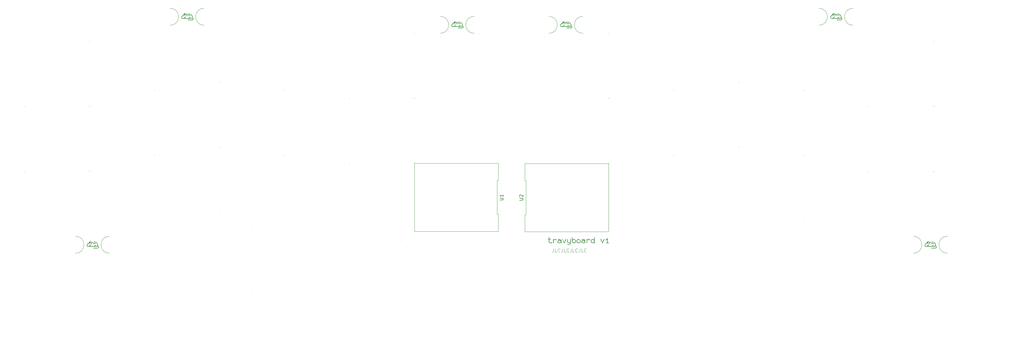
<source format=gto>
%TF.GenerationSoftware,KiCad,Pcbnew,9.0.0*%
%TF.CreationDate,2025-03-23T14:50:22-06:00*%
%TF.ProjectId,travyboard,74726176-7962-46f6-9172-642e6b696361,rev?*%
%TF.SameCoordinates,Original*%
%TF.FileFunction,Legend,Top*%
%TF.FilePolarity,Positive*%
%FSLAX46Y46*%
G04 Gerber Fmt 4.6, Leading zero omitted, Abs format (unit mm)*
G04 Created by KiCad (PCBNEW 9.0.0) date 2025-03-23 14:50:22*
%MOMM*%
%LPD*%
G01*
G04 APERTURE LIST*
%ADD10C,0.100000*%
%ADD11C,0.150000*%
%ADD12C,0.000000*%
%ADD13C,0.120000*%
%ADD14C,1.900000*%
%ADD15C,3.000000*%
%ADD16C,4.100000*%
%ADD17C,0.500000*%
%ADD18O,1.200000X2.000000*%
%ADD19O,2.000000X1.200000*%
%ADD20O,2.504000X1.354000*%
G04 APERTURE END LIST*
D10*
X188312399Y-86951972D02*
X188312399Y-87666257D01*
X188312399Y-87666257D02*
X188264780Y-87809114D01*
X188264780Y-87809114D02*
X188169542Y-87904353D01*
X188169542Y-87904353D02*
X188026685Y-87951972D01*
X188026685Y-87951972D02*
X187931447Y-87951972D01*
X189264780Y-87951972D02*
X188788590Y-87951972D01*
X188788590Y-87951972D02*
X188788590Y-86951972D01*
X190169542Y-87856733D02*
X190121923Y-87904353D01*
X190121923Y-87904353D02*
X189979066Y-87951972D01*
X189979066Y-87951972D02*
X189883828Y-87951972D01*
X189883828Y-87951972D02*
X189740971Y-87904353D01*
X189740971Y-87904353D02*
X189645733Y-87809114D01*
X189645733Y-87809114D02*
X189598114Y-87713876D01*
X189598114Y-87713876D02*
X189550495Y-87523400D01*
X189550495Y-87523400D02*
X189550495Y-87380543D01*
X189550495Y-87380543D02*
X189598114Y-87190067D01*
X189598114Y-87190067D02*
X189645733Y-87094829D01*
X189645733Y-87094829D02*
X189740971Y-86999591D01*
X189740971Y-86999591D02*
X189883828Y-86951972D01*
X189883828Y-86951972D02*
X189979066Y-86951972D01*
X189979066Y-86951972D02*
X190121923Y-86999591D01*
X190121923Y-86999591D02*
X190169542Y-87047210D01*
X190883828Y-86951972D02*
X190883828Y-87666257D01*
X190883828Y-87666257D02*
X190836209Y-87809114D01*
X190836209Y-87809114D02*
X190740971Y-87904353D01*
X190740971Y-87904353D02*
X190598114Y-87951972D01*
X190598114Y-87951972D02*
X190502876Y-87951972D01*
X191836209Y-87951972D02*
X191360019Y-87951972D01*
X191360019Y-87951972D02*
X191360019Y-86951972D01*
X192740971Y-87856733D02*
X192693352Y-87904353D01*
X192693352Y-87904353D02*
X192550495Y-87951972D01*
X192550495Y-87951972D02*
X192455257Y-87951972D01*
X192455257Y-87951972D02*
X192312400Y-87904353D01*
X192312400Y-87904353D02*
X192217162Y-87809114D01*
X192217162Y-87809114D02*
X192169543Y-87713876D01*
X192169543Y-87713876D02*
X192121924Y-87523400D01*
X192121924Y-87523400D02*
X192121924Y-87380543D01*
X192121924Y-87380543D02*
X192169543Y-87190067D01*
X192169543Y-87190067D02*
X192217162Y-87094829D01*
X192217162Y-87094829D02*
X192312400Y-86999591D01*
X192312400Y-86999591D02*
X192455257Y-86951972D01*
X192455257Y-86951972D02*
X192550495Y-86951972D01*
X192550495Y-86951972D02*
X192693352Y-86999591D01*
X192693352Y-86999591D02*
X192740971Y-87047210D01*
X193455257Y-86951972D02*
X193455257Y-87666257D01*
X193455257Y-87666257D02*
X193407638Y-87809114D01*
X193407638Y-87809114D02*
X193312400Y-87904353D01*
X193312400Y-87904353D02*
X193169543Y-87951972D01*
X193169543Y-87951972D02*
X193074305Y-87951972D01*
X194407638Y-87951972D02*
X193931448Y-87951972D01*
X193931448Y-87951972D02*
X193931448Y-86951972D01*
X195312400Y-87856733D02*
X195264781Y-87904353D01*
X195264781Y-87904353D02*
X195121924Y-87951972D01*
X195121924Y-87951972D02*
X195026686Y-87951972D01*
X195026686Y-87951972D02*
X194883829Y-87904353D01*
X194883829Y-87904353D02*
X194788591Y-87809114D01*
X194788591Y-87809114D02*
X194740972Y-87713876D01*
X194740972Y-87713876D02*
X194693353Y-87523400D01*
X194693353Y-87523400D02*
X194693353Y-87380543D01*
X194693353Y-87380543D02*
X194740972Y-87190067D01*
X194740972Y-87190067D02*
X194788591Y-87094829D01*
X194788591Y-87094829D02*
X194883829Y-86999591D01*
X194883829Y-86999591D02*
X195026686Y-86951972D01*
X195026686Y-86951972D02*
X195121924Y-86951972D01*
X195121924Y-86951972D02*
X195264781Y-86999591D01*
X195264781Y-86999591D02*
X195312400Y-87047210D01*
X196026686Y-86951972D02*
X196026686Y-87666257D01*
X196026686Y-87666257D02*
X195979067Y-87809114D01*
X195979067Y-87809114D02*
X195883829Y-87904353D01*
X195883829Y-87904353D02*
X195740972Y-87951972D01*
X195740972Y-87951972D02*
X195645734Y-87951972D01*
X196979067Y-87951972D02*
X196502877Y-87951972D01*
X196502877Y-87951972D02*
X196502877Y-86951972D01*
X197883829Y-87856733D02*
X197836210Y-87904353D01*
X197836210Y-87904353D02*
X197693353Y-87951972D01*
X197693353Y-87951972D02*
X197598115Y-87951972D01*
X197598115Y-87951972D02*
X197455258Y-87904353D01*
X197455258Y-87904353D02*
X197360020Y-87809114D01*
X197360020Y-87809114D02*
X197312401Y-87713876D01*
X197312401Y-87713876D02*
X197264782Y-87523400D01*
X197264782Y-87523400D02*
X197264782Y-87380543D01*
X197264782Y-87380543D02*
X197312401Y-87190067D01*
X197312401Y-87190067D02*
X197360020Y-87094829D01*
X197360020Y-87094829D02*
X197455258Y-86999591D01*
X197455258Y-86999591D02*
X197598115Y-86951972D01*
X197598115Y-86951972D02*
X197693353Y-86951972D01*
X197693353Y-86951972D02*
X197836210Y-86999591D01*
X197836210Y-86999591D02*
X197883829Y-87047210D01*
G36*
X187844982Y-85094766D02*
G01*
X187840717Y-85119252D01*
X187826297Y-85148378D01*
X187779925Y-85205919D01*
X187719292Y-85257213D01*
X187642138Y-85302373D01*
X187523721Y-85344608D01*
X187406566Y-85358305D01*
X187301199Y-85348468D01*
X187205578Y-85319683D01*
X187117606Y-85271902D01*
X187035805Y-85203577D01*
X186967928Y-85121425D01*
X186920396Y-85032992D01*
X186891733Y-84936794D01*
X186881932Y-84830740D01*
X186881932Y-84303175D01*
X186707054Y-84303175D01*
X186657276Y-84293018D01*
X186629800Y-84265871D01*
X186619615Y-84217202D01*
X186629800Y-84168533D01*
X186657276Y-84141385D01*
X186707054Y-84131228D01*
X186881932Y-84131228D01*
X186881932Y-83694889D01*
X186892184Y-83645331D01*
X186919721Y-83617821D01*
X186969371Y-83607572D01*
X187019022Y-83617821D01*
X187046559Y-83645331D01*
X187056810Y-83694889D01*
X187056810Y-84131228D01*
X187494005Y-84131228D01*
X187543783Y-84141385D01*
X187571259Y-84168533D01*
X187581444Y-84217202D01*
X187571259Y-84265871D01*
X187543783Y-84293018D01*
X187494005Y-84303175D01*
X187056810Y-84303175D01*
X187056810Y-84833060D01*
X187068343Y-84926242D01*
X187102155Y-85008544D01*
X187159392Y-85082799D01*
X187233008Y-85140662D01*
X187314454Y-85174749D01*
X187406566Y-85186358D01*
X187499499Y-85174401D01*
X187576803Y-85140074D01*
X187678286Y-85053612D01*
X187724684Y-85016475D01*
X187754001Y-85007328D01*
X187786914Y-85013740D01*
X187817016Y-85033584D01*
X187838160Y-85062381D01*
X187844982Y-85094766D01*
G37*
G36*
X189244005Y-84416748D02*
G01*
X189237275Y-84449529D01*
X189216528Y-84478542D01*
X189186770Y-84498410D01*
X189153024Y-84504920D01*
X189122255Y-84497046D01*
X189088911Y-84470115D01*
X189002346Y-84393416D01*
X188917510Y-84342225D01*
X188833097Y-84312826D01*
X188747337Y-84303175D01*
X188632164Y-84317640D01*
X188530355Y-84360099D01*
X188438370Y-84432136D01*
X188366800Y-84524541D01*
X188324549Y-84626921D01*
X188310142Y-84742813D01*
X188310142Y-85270377D01*
X188299861Y-85320339D01*
X188272296Y-85348014D01*
X188222703Y-85358305D01*
X188173088Y-85348031D01*
X188145534Y-85320422D01*
X188135264Y-85270621D01*
X188135264Y-84218912D01*
X188145534Y-84169111D01*
X188173088Y-84141502D01*
X188222703Y-84131228D01*
X188262026Y-84138696D01*
X188289036Y-84159652D01*
X188306601Y-84196563D01*
X188310142Y-84315388D01*
X188405568Y-84235567D01*
X188508915Y-84179585D01*
X188621987Y-84145753D01*
X188747337Y-84134159D01*
X188834677Y-84139162D01*
X188922560Y-84158259D01*
X189011974Y-84192289D01*
X189100337Y-84241075D01*
X189169385Y-84297068D01*
X189221901Y-84360328D01*
X189239117Y-84391982D01*
X189244005Y-84416748D01*
G37*
G36*
X190140410Y-84143598D02*
G01*
X190268252Y-84179837D01*
X190386573Y-84239917D01*
X190476016Y-84311071D01*
X190536163Y-84388532D01*
X190571533Y-84473717D01*
X190583555Y-84569522D01*
X190583555Y-85270621D01*
X190573285Y-85320422D01*
X190545732Y-85348031D01*
X190496116Y-85358305D01*
X190448063Y-85345751D01*
X190419254Y-85308974D01*
X190408677Y-85235939D01*
X190288505Y-85303129D01*
X190153664Y-85344118D01*
X190000547Y-85358305D01*
X189859969Y-85345906D01*
X189732198Y-85309668D01*
X189614643Y-85249739D01*
X189525176Y-85178641D01*
X189465033Y-85101276D01*
X189429676Y-85016234D01*
X189417661Y-84920621D01*
X189592539Y-84920621D01*
X189600038Y-84968188D01*
X189624047Y-85018685D01*
X189683986Y-85089099D01*
X189763314Y-85140790D01*
X189866597Y-85174137D01*
X190000669Y-85186358D01*
X190090629Y-85180002D01*
X190172006Y-85161567D01*
X190258239Y-85125935D01*
X190329420Y-85075349D01*
X190375133Y-85024252D01*
X190400472Y-84973256D01*
X190408677Y-84920621D01*
X190400472Y-84867987D01*
X190375133Y-84816991D01*
X190329420Y-84765893D01*
X190257491Y-84715199D01*
X190172006Y-84679676D01*
X190090629Y-84661241D01*
X190000669Y-84654885D01*
X189866597Y-84667106D01*
X189763314Y-84700452D01*
X189683986Y-84752144D01*
X189624047Y-84822558D01*
X189600038Y-84873054D01*
X189592539Y-84920621D01*
X189417661Y-84920621D01*
X189429630Y-84825639D01*
X189464918Y-84740774D01*
X189525059Y-84663192D01*
X189614643Y-84591504D01*
X189732200Y-84531580D01*
X189860010Y-84495339D01*
X190000669Y-84482938D01*
X190153648Y-84497225D01*
X190288445Y-84538523D01*
X190408677Y-84606281D01*
X190408677Y-84570621D01*
X190400030Y-84518590D01*
X190372529Y-84464864D01*
X190311948Y-84396910D01*
X190232942Y-84347013D01*
X190131237Y-84314901D01*
X190000547Y-84303175D01*
X189901916Y-84312909D01*
X189802606Y-84342685D01*
X189700983Y-84394400D01*
X189671004Y-84408793D01*
X189648471Y-84412840D01*
X189616057Y-84406095D01*
X189587288Y-84385241D01*
X189567527Y-84355120D01*
X189561032Y-84320883D01*
X189569334Y-84285495D01*
X189596580Y-84250376D01*
X189650683Y-84213830D01*
X189744092Y-84176047D01*
X189883801Y-84141666D01*
X190000547Y-84131228D01*
X190140410Y-84143598D01*
G37*
G36*
X192042051Y-84218667D02*
G01*
X192031548Y-84261288D01*
X191514975Y-85295290D01*
X191475414Y-85343765D01*
X191428757Y-85358305D01*
X191396674Y-85351785D01*
X191368376Y-85331723D01*
X191342539Y-85294313D01*
X190825966Y-84261288D01*
X190815463Y-84218667D01*
X190822318Y-84185905D01*
X190843429Y-84157240D01*
X190873598Y-84137579D01*
X190906444Y-84131228D01*
X190951270Y-84143819D01*
X190982281Y-84182642D01*
X191428757Y-85078036D01*
X191875233Y-84183374D01*
X191907091Y-84143840D01*
X191951070Y-84131228D01*
X191983896Y-84137583D01*
X192013963Y-84157240D01*
X192035171Y-84185915D01*
X192042051Y-84218667D01*
G37*
G36*
X193323227Y-84218912D02*
G01*
X193323227Y-85358305D01*
X193313440Y-85463461D01*
X193284806Y-85558897D01*
X193237284Y-85646696D01*
X193169354Y-85728332D01*
X193087619Y-85796128D01*
X192999667Y-85843579D01*
X192904020Y-85872183D01*
X192798593Y-85881961D01*
X192708736Y-85874237D01*
X192622517Y-85851166D01*
X192538719Y-85812230D01*
X192458957Y-85758047D01*
X192395001Y-85695029D01*
X192345156Y-85622575D01*
X192332334Y-85577268D01*
X192339140Y-85544798D01*
X192360299Y-85515597D01*
X192390438Y-85495369D01*
X192423314Y-85488852D01*
X192459618Y-85499218D01*
X192496709Y-85534770D01*
X192568956Y-85615518D01*
X192642409Y-85669026D01*
X192718261Y-85699805D01*
X192798593Y-85710014D01*
X192890730Y-85698440D01*
X192972177Y-85664465D01*
X193045767Y-85606822D01*
X193103026Y-85532883D01*
X193136826Y-85450986D01*
X193148349Y-85358305D01*
X193148349Y-85224215D01*
X193069844Y-85283303D01*
X192986282Y-85324786D01*
X192896422Y-85349785D01*
X192798593Y-85358305D01*
X192693200Y-85348494D01*
X192597567Y-85319790D01*
X192509604Y-85272155D01*
X192427832Y-85204065D01*
X192359933Y-85122143D01*
X192312405Y-85033987D01*
X192283754Y-84938119D01*
X192273959Y-84832450D01*
X192273959Y-84218912D01*
X192284229Y-84169111D01*
X192311783Y-84141502D01*
X192361398Y-84131228D01*
X192410991Y-84141519D01*
X192438556Y-84169193D01*
X192448837Y-84219156D01*
X192448837Y-84834648D01*
X192460361Y-84927329D01*
X192494160Y-85009227D01*
X192551419Y-85083165D01*
X192625009Y-85140809D01*
X192706457Y-85174783D01*
X192798593Y-85186358D01*
X192890730Y-85174783D01*
X192972177Y-85140809D01*
X193045767Y-85083165D01*
X193103092Y-85009251D01*
X193136859Y-84927743D01*
X193148349Y-84835869D01*
X193148349Y-84219156D01*
X193158630Y-84169193D01*
X193186195Y-84141519D01*
X193235788Y-84131228D01*
X193285404Y-84141502D01*
X193312957Y-84169111D01*
X193323227Y-84218912D01*
G37*
G36*
X193810106Y-83617796D02*
G01*
X193837627Y-83645207D01*
X193847860Y-83694522D01*
X193847860Y-84303175D01*
X193937823Y-84227203D01*
X194034603Y-84174117D01*
X194139838Y-84142152D01*
X194255868Y-84131228D01*
X194374938Y-84142927D01*
X194482430Y-84177145D01*
X194580929Y-84234076D01*
X194672180Y-84315876D01*
X194745482Y-84410772D01*
X194797049Y-84512708D01*
X194828218Y-84623305D01*
X194838876Y-84744766D01*
X194828218Y-84866228D01*
X194797049Y-84976825D01*
X194745482Y-85078761D01*
X194672180Y-85173657D01*
X194580929Y-85255456D01*
X194482430Y-85312387D01*
X194374938Y-85346606D01*
X194255868Y-85358305D01*
X194136849Y-85346621D01*
X194029391Y-85312446D01*
X193930916Y-85255588D01*
X193839678Y-85173901D01*
X193766373Y-85079121D01*
X193714807Y-84977306D01*
X193683640Y-84866833D01*
X193673176Y-84747697D01*
X193847860Y-84747697D01*
X193860903Y-84861017D01*
X193899083Y-84961743D01*
X193963265Y-85053001D01*
X194027270Y-85112175D01*
X194096453Y-85153261D01*
X194172064Y-85177926D01*
X194255990Y-85186358D01*
X194339848Y-85177943D01*
X194415617Y-85153302D01*
X194485154Y-85112214D01*
X194549692Y-85053001D01*
X194613223Y-84961818D01*
X194651063Y-84861087D01*
X194663998Y-84747697D01*
X194651063Y-84634308D01*
X194613223Y-84533577D01*
X194549692Y-84442394D01*
X194485757Y-84383285D01*
X194416449Y-84342192D01*
X194340499Y-84317491D01*
X194255990Y-84309037D01*
X194172064Y-84317469D01*
X194096453Y-84342134D01*
X194027270Y-84383220D01*
X193963265Y-84442394D01*
X193899675Y-84533559D01*
X193861464Y-84634311D01*
X193847860Y-84747697D01*
X193673176Y-84747697D01*
X193672983Y-84745499D01*
X193672983Y-83695133D01*
X193683246Y-83645413D01*
X193710794Y-83617837D01*
X193760421Y-83607572D01*
X193810106Y-83617796D01*
G37*
G36*
X195748782Y-84142678D02*
G01*
X195860352Y-84176176D01*
X195962977Y-84231768D01*
X196058380Y-84311235D01*
X196137593Y-84406781D01*
X196193041Y-84509615D01*
X196226470Y-84621464D01*
X196237899Y-84744766D01*
X196226472Y-84868068D01*
X196193045Y-84979939D01*
X196137596Y-85082814D01*
X196058380Y-85178420D01*
X195962984Y-85257828D01*
X195860361Y-85313384D01*
X195748788Y-85346862D01*
X195625826Y-85358305D01*
X195502864Y-85346862D01*
X195391291Y-85313384D01*
X195288669Y-85257828D01*
X195193272Y-85178420D01*
X195114056Y-85082814D01*
X195058607Y-84979939D01*
X195025181Y-84868068D01*
X195013754Y-84744766D01*
X195188631Y-84744766D01*
X195203048Y-84861243D01*
X195245314Y-84964109D01*
X195316859Y-85056909D01*
X195408879Y-85129238D01*
X195510686Y-85171847D01*
X195625826Y-85186358D01*
X195740966Y-85171847D01*
X195842774Y-85129238D01*
X195934793Y-85056909D01*
X196006338Y-84964109D01*
X196048604Y-84861243D01*
X196063021Y-84744766D01*
X196048602Y-84628294D01*
X196006334Y-84525471D01*
X195934793Y-84432746D01*
X195842765Y-84360343D01*
X195740958Y-84317698D01*
X195625826Y-84303175D01*
X195510694Y-84317698D01*
X195408887Y-84360343D01*
X195316859Y-84432746D01*
X195245318Y-84525471D01*
X195203051Y-84628294D01*
X195188631Y-84744766D01*
X195013754Y-84744766D01*
X195025183Y-84621464D01*
X195058611Y-84509615D01*
X195114060Y-84406781D01*
X195193272Y-84311235D01*
X195288676Y-84231768D01*
X195391301Y-84176176D01*
X195502871Y-84142678D01*
X195625826Y-84131228D01*
X195748782Y-84142678D01*
G37*
G36*
X197135525Y-84143598D02*
G01*
X197263367Y-84179837D01*
X197381688Y-84239917D01*
X197471131Y-84311071D01*
X197531278Y-84388532D01*
X197566648Y-84473717D01*
X197578670Y-84569522D01*
X197578670Y-85270621D01*
X197568401Y-85320422D01*
X197540847Y-85348031D01*
X197491231Y-85358305D01*
X197443178Y-85345751D01*
X197414370Y-85308974D01*
X197403792Y-85235939D01*
X197283620Y-85303129D01*
X197148779Y-85344118D01*
X196995662Y-85358305D01*
X196855084Y-85345906D01*
X196727313Y-85309668D01*
X196609758Y-85249739D01*
X196520292Y-85178641D01*
X196460148Y-85101276D01*
X196424791Y-85016234D01*
X196412777Y-84920621D01*
X196587655Y-84920621D01*
X196595154Y-84968188D01*
X196619162Y-85018685D01*
X196679101Y-85089099D01*
X196758429Y-85140790D01*
X196861712Y-85174137D01*
X196995784Y-85186358D01*
X197085744Y-85180002D01*
X197167121Y-85161567D01*
X197253354Y-85125935D01*
X197324535Y-85075349D01*
X197370248Y-85024252D01*
X197395587Y-84973256D01*
X197403792Y-84920621D01*
X197395587Y-84867987D01*
X197370248Y-84816991D01*
X197324535Y-84765893D01*
X197252606Y-84715199D01*
X197167121Y-84679676D01*
X197085744Y-84661241D01*
X196995784Y-84654885D01*
X196861712Y-84667106D01*
X196758429Y-84700452D01*
X196679101Y-84752144D01*
X196619162Y-84822558D01*
X196595154Y-84873054D01*
X196587655Y-84920621D01*
X196412777Y-84920621D01*
X196424745Y-84825639D01*
X196460033Y-84740774D01*
X196520174Y-84663192D01*
X196609758Y-84591504D01*
X196727315Y-84531580D01*
X196855125Y-84495339D01*
X196995784Y-84482938D01*
X197148763Y-84497225D01*
X197283560Y-84538523D01*
X197403792Y-84606281D01*
X197403792Y-84570621D01*
X197395145Y-84518590D01*
X197367644Y-84464864D01*
X197307064Y-84396910D01*
X197228057Y-84347013D01*
X197126352Y-84314901D01*
X196995662Y-84303175D01*
X196897031Y-84312909D01*
X196797721Y-84342685D01*
X196696098Y-84394400D01*
X196666119Y-84408793D01*
X196643586Y-84412840D01*
X196611172Y-84406095D01*
X196582403Y-84385241D01*
X196562642Y-84355120D01*
X196556147Y-84320883D01*
X196564449Y-84285495D01*
X196591695Y-84250376D01*
X196645798Y-84213830D01*
X196739207Y-84176047D01*
X196878916Y-84141666D01*
X196995662Y-84131228D01*
X197135525Y-84143598D01*
G37*
G36*
X199037166Y-84416748D02*
G01*
X199030436Y-84449529D01*
X199009689Y-84478542D01*
X198979931Y-84498410D01*
X198946186Y-84504920D01*
X198915416Y-84497046D01*
X198882072Y-84470115D01*
X198795507Y-84393416D01*
X198710671Y-84342225D01*
X198626258Y-84312826D01*
X198540498Y-84303175D01*
X198425326Y-84317640D01*
X198323516Y-84360099D01*
X198231531Y-84432136D01*
X198159962Y-84524541D01*
X198117710Y-84626921D01*
X198103304Y-84742813D01*
X198103304Y-85270377D01*
X198093022Y-85320339D01*
X198065457Y-85348014D01*
X198015865Y-85358305D01*
X197966249Y-85348031D01*
X197938695Y-85320422D01*
X197928426Y-85270621D01*
X197928426Y-84218912D01*
X197938695Y-84169111D01*
X197966249Y-84141502D01*
X198015865Y-84131228D01*
X198055187Y-84138696D01*
X198082197Y-84159652D01*
X198099762Y-84196563D01*
X198103304Y-84315388D01*
X198198729Y-84235567D01*
X198302077Y-84179585D01*
X198415149Y-84145753D01*
X198540498Y-84134159D01*
X198627839Y-84139162D01*
X198715721Y-84158259D01*
X198805135Y-84192289D01*
X198893498Y-84241075D01*
X198962546Y-84297068D01*
X199015062Y-84360328D01*
X199032278Y-84391982D01*
X199037166Y-84416748D01*
G37*
G36*
X200280530Y-83617837D02*
G01*
X200308079Y-83645413D01*
X200318342Y-83695133D01*
X200318342Y-85270743D01*
X200308079Y-85320463D01*
X200280530Y-85348039D01*
X200230903Y-85358305D01*
X200192326Y-85351638D01*
X200166604Y-85333405D01*
X200150425Y-85302373D01*
X200143464Y-85192708D01*
X200058786Y-85266259D01*
X199968509Y-85317325D01*
X199871142Y-85347899D01*
X199764521Y-85358305D01*
X199649494Y-85346374D01*
X199546165Y-85311471D01*
X199451814Y-85253217D01*
X199364696Y-85169016D01*
X199297173Y-85074193D01*
X199249506Y-84972931D01*
X199220669Y-84863762D01*
X199210823Y-84744766D01*
X199385701Y-84744766D01*
X199397369Y-84855792D01*
X199431451Y-84954982D01*
X199488283Y-85045063D01*
X199548904Y-85108412D01*
X199614239Y-85151788D01*
X199685485Y-85177576D01*
X199764643Y-85186358D01*
X199843739Y-85177594D01*
X199915144Y-85151829D01*
X199980829Y-85108451D01*
X200041981Y-85045063D01*
X200098753Y-84954967D01*
X200132465Y-84855796D01*
X200143464Y-84744766D01*
X200132465Y-84633737D01*
X200098753Y-84534566D01*
X200041981Y-84444470D01*
X199981428Y-84381193D01*
X199915966Y-84337811D01*
X199844380Y-84311981D01*
X199764643Y-84303175D01*
X199685485Y-84311957D01*
X199614239Y-84337745D01*
X199548904Y-84381121D01*
X199488283Y-84444470D01*
X199431354Y-84535295D01*
X199397318Y-84634521D01*
X199385701Y-84744766D01*
X199210823Y-84744766D01*
X199220638Y-84626367D01*
X199249427Y-84517368D01*
X199297089Y-84415896D01*
X199364696Y-84320517D01*
X199451754Y-84236327D01*
X199546083Y-84178072D01*
X199649430Y-84143163D01*
X199764521Y-84131228D01*
X199870982Y-84141785D01*
X199968279Y-84172832D01*
X200058609Y-84224774D01*
X200143464Y-84299756D01*
X200143464Y-83695255D01*
X200153733Y-83645454D01*
X200181287Y-83617846D01*
X200230903Y-83607572D01*
X200280530Y-83617837D01*
G37*
G36*
X203234235Y-84218667D02*
G01*
X203223733Y-84261288D01*
X202707159Y-85295290D01*
X202667598Y-85343765D01*
X202620941Y-85358305D01*
X202588858Y-85351785D01*
X202560561Y-85331723D01*
X202534724Y-85294313D01*
X202018150Y-84261288D01*
X202007648Y-84218667D01*
X202014502Y-84185905D01*
X202035613Y-84157240D01*
X202065782Y-84137579D01*
X202098628Y-84131228D01*
X202143454Y-84143819D01*
X202174465Y-84182642D01*
X202620941Y-85078036D01*
X203067417Y-84183374D01*
X203099275Y-84143840D01*
X203143255Y-84131228D01*
X203176080Y-84137583D01*
X203206147Y-84157240D01*
X203227355Y-84185915D01*
X203234235Y-84218667D01*
G37*
G36*
X204486346Y-85272331D02*
G01*
X204476161Y-85321000D01*
X204448685Y-85348148D01*
X204398907Y-85358305D01*
X203757648Y-85358305D01*
X203707869Y-85348148D01*
X203680393Y-85321000D01*
X203670209Y-85272331D01*
X203680393Y-85223662D01*
X203707869Y-85196515D01*
X203757648Y-85186358D01*
X203990777Y-85186358D01*
X203990777Y-84168598D01*
X203702815Y-84455705D01*
X203673812Y-84478151D01*
X203643342Y-84485136D01*
X203610571Y-84478625D01*
X203580449Y-84458392D01*
X203559348Y-84428917D01*
X203552484Y-84395377D01*
X203558742Y-84363655D01*
X203578129Y-84334683D01*
X204004821Y-83909090D01*
X204044247Y-83881234D01*
X204077117Y-83873308D01*
X204125946Y-83884752D01*
X204154519Y-83916997D01*
X204165655Y-83978210D01*
X204165655Y-85186358D01*
X204398907Y-85186358D01*
X204448685Y-85196515D01*
X204476161Y-85223662D01*
X204486346Y-85272331D01*
G37*
D11*
X178317452Y-72719734D02*
X179126975Y-72719734D01*
X179126975Y-72719734D02*
X179222213Y-72672115D01*
X179222213Y-72672115D02*
X179269833Y-72624496D01*
X179269833Y-72624496D02*
X179317452Y-72529258D01*
X179317452Y-72529258D02*
X179317452Y-72338782D01*
X179317452Y-72338782D02*
X179269833Y-72243544D01*
X179269833Y-72243544D02*
X179222213Y-72195925D01*
X179222213Y-72195925D02*
X179126975Y-72148306D01*
X179126975Y-72148306D02*
X178317452Y-72148306D01*
X178412690Y-71719734D02*
X178365071Y-71672115D01*
X178365071Y-71672115D02*
X178317452Y-71576877D01*
X178317452Y-71576877D02*
X178317452Y-71338782D01*
X178317452Y-71338782D02*
X178365071Y-71243544D01*
X178365071Y-71243544D02*
X178412690Y-71195925D01*
X178412690Y-71195925D02*
X178507928Y-71148306D01*
X178507928Y-71148306D02*
X178603166Y-71148306D01*
X178603166Y-71148306D02*
X178746023Y-71195925D01*
X178746023Y-71195925D02*
X179317452Y-71767353D01*
X179317452Y-71767353D02*
X179317452Y-71148306D01*
X172541309Y-72689930D02*
X173350832Y-72689930D01*
X173350832Y-72689930D02*
X173446070Y-72642311D01*
X173446070Y-72642311D02*
X173493690Y-72594692D01*
X173493690Y-72594692D02*
X173541309Y-72499454D01*
X173541309Y-72499454D02*
X173541309Y-72308978D01*
X173541309Y-72308978D02*
X173493690Y-72213740D01*
X173493690Y-72213740D02*
X173446070Y-72166121D01*
X173446070Y-72166121D02*
X173350832Y-72118502D01*
X173350832Y-72118502D02*
X172541309Y-72118502D01*
X173541309Y-71118502D02*
X173541309Y-71689930D01*
X173541309Y-71404216D02*
X172541309Y-71404216D01*
X172541309Y-71404216D02*
X172684166Y-71499454D01*
X172684166Y-71499454D02*
X172779404Y-71594692D01*
X172779404Y-71594692D02*
X172827023Y-71689930D01*
D10*
%TO.C,SW32*%
X280680794Y-45238831D02*
X280680794Y-45238831D01*
X280680794Y-64238831D02*
X280680794Y-64238831D01*
X299680794Y-45238831D02*
X299680794Y-45238831D01*
%TO.C,SW28*%
X204480730Y-42857831D02*
X204480730Y-42857831D01*
X204480730Y-61857831D02*
X204480730Y-61857831D01*
X223480730Y-42857831D02*
X223480730Y-42857831D01*
%TO.C,SW26*%
X280680794Y-26188815D02*
X280680794Y-26188815D01*
X280680794Y-45188815D02*
X280680794Y-45188815D01*
X299680794Y-26188815D02*
X299680794Y-26188815D01*
%TO.C,SW40*%
X233055778Y-80957847D02*
X233055778Y-80957847D01*
X233055778Y-99957847D02*
X233055778Y-99957847D01*
X252055778Y-80957847D02*
X252055778Y-80957847D01*
%TO.C,SW38*%
X280680794Y-64288847D02*
X280680794Y-64288847D01*
X280680794Y-83288847D02*
X280680794Y-83288847D01*
X299680794Y-64288847D02*
X299680794Y-64288847D01*
%TO.C,SW29*%
X223530762Y-40475831D02*
X223530762Y-40475831D01*
X223530762Y-59475831D02*
X223530762Y-59475831D01*
X242530762Y-40475831D02*
X242530762Y-40475831D01*
%TO.C,SW30*%
X242580762Y-38094831D02*
X242580762Y-38094831D01*
X242580762Y-57094831D02*
X242580762Y-57094831D01*
X261580762Y-38094831D02*
X261580762Y-38094831D01*
%TO.C,SW39*%
X299730810Y-64288847D02*
X299730810Y-64288847D01*
X299730810Y-83288847D02*
X299730810Y-83288847D01*
X318730810Y-64288847D02*
X318730810Y-64288847D01*
%TO.C,SW42*%
X189357423Y-94261453D02*
X189357423Y-94261453D01*
X197049050Y-111634964D02*
X197049050Y-111634964D01*
X206730934Y-86569826D02*
X206730934Y-86569826D01*
%TO.C,SW37*%
X261630778Y-59525847D02*
X261630778Y-59525847D01*
X261630778Y-78525847D02*
X261630778Y-78525847D01*
X280630778Y-59525847D02*
X280630778Y-59525847D01*
%TO.C,SW31*%
X261630778Y-40475831D02*
X261630778Y-40475831D01*
X261630778Y-59475831D02*
X261630778Y-59475831D01*
X280630778Y-40475831D02*
X280630778Y-40475831D01*
%TO.C,SW35*%
X223530746Y-59525847D02*
X223530746Y-59525847D01*
X223530746Y-78525847D02*
X223530746Y-78525847D01*
X242530746Y-59525847D02*
X242530746Y-59525847D01*
%TO.C,SW34*%
X204480730Y-61907847D02*
X204480730Y-61907847D01*
X204480730Y-80907847D02*
X204480730Y-80907847D01*
X223480730Y-61907847D02*
X223480730Y-61907847D01*
%TO.C,SW25*%
X261630778Y-21425815D02*
X261630778Y-21425815D01*
X261630778Y-40425815D02*
X261630778Y-40425815D01*
X280630778Y-21425815D02*
X280630778Y-21425815D01*
%TO.C,SW41*%
X210510990Y-85324775D02*
X210510990Y-85324775D01*
X214441848Y-103913705D02*
X214441848Y-103913705D01*
X229099920Y-81393917D02*
X229099920Y-81393917D01*
%TO.C,SW49*%
X185430730Y-23807815D02*
X185430730Y-23807815D01*
X185430730Y-42807815D02*
X185430730Y-42807815D01*
X204430730Y-23807815D02*
X204430730Y-23807815D01*
%TO.C,SW33*%
X299730810Y-45238831D02*
X299730810Y-45238831D01*
X299730810Y-64238831D02*
X299730810Y-64238831D01*
X318730810Y-45238831D02*
X318730810Y-45238831D01*
%TO.C,SW50*%
X185430730Y-42857831D02*
X185430730Y-42857831D01*
X185430730Y-61857831D02*
X185430730Y-61857831D01*
X204430730Y-42857831D02*
X204430730Y-42857831D01*
%TO.C,SW24*%
X242580762Y-19044815D02*
X242580762Y-19044815D01*
X242580762Y-38044815D02*
X242580762Y-38044815D01*
X261580762Y-19044815D02*
X261580762Y-19044815D01*
%TO.C,SW23*%
X223530746Y-21425815D02*
X223530746Y-21425815D01*
X223530746Y-40425815D02*
X223530746Y-40425815D01*
X242530746Y-21425815D02*
X242530746Y-21425815D01*
%TO.C,SW36*%
X242580762Y-57144847D02*
X242580762Y-57144847D01*
X242580762Y-76144847D02*
X242580762Y-76144847D01*
X261580762Y-57144847D02*
X261580762Y-57144847D01*
%TO.C,SW22*%
X204480730Y-23807815D02*
X204480730Y-23807815D01*
X204480730Y-42807815D02*
X204480730Y-42807815D01*
X223480730Y-23807815D02*
X223480730Y-23807815D01*
%TO.C,SW27*%
X299730810Y-26188815D02*
X299730810Y-26188815D01*
X299730810Y-45188815D02*
X299730810Y-45188815D01*
X318730810Y-26188815D02*
X318730810Y-26188815D01*
%TO.C,SW17*%
X109403766Y-59529601D02*
X109403766Y-59529601D01*
X109403766Y-78529601D02*
X109403766Y-78529601D01*
X128403766Y-59529601D02*
X128403766Y-59529601D01*
%TO.C,SW1*%
X33203734Y-26192073D02*
X33203734Y-26192073D01*
X33203734Y-45192073D02*
X33203734Y-45192073D01*
X52203734Y-26192073D02*
X52203734Y-26192073D01*
%TO.C,SW2*%
X52253750Y-26192073D02*
X52253750Y-26192073D01*
X52253750Y-45192073D02*
X52253750Y-45192073D01*
X71253750Y-26192073D02*
X71253750Y-26192073D01*
%TO.C,SW13*%
X33203734Y-64292105D02*
X33203734Y-64292105D01*
X33203734Y-83292105D02*
X33203734Y-83292105D01*
X52203734Y-64292105D02*
X52203734Y-64292105D01*
%TO.C,SW15*%
X71303766Y-59529601D02*
X71303766Y-59529601D01*
X71303766Y-78529601D02*
X71303766Y-78529601D01*
X90303766Y-59529601D02*
X90303766Y-59529601D01*
%TO.C,SW46*%
X147503766Y-42860585D02*
X147503766Y-42860585D01*
X147503766Y-61860585D02*
X147503766Y-61860585D01*
X166503766Y-42860585D02*
X166503766Y-42860585D01*
%TO.C,SW19*%
X99878790Y-80960869D02*
X99878790Y-80960869D01*
X99878790Y-99960869D02*
X99878790Y-99960869D01*
X118878790Y-80960869D02*
X118878790Y-80960869D01*
%TO.C,SW4*%
X90353750Y-19048073D02*
X90353750Y-19048073D01*
X90353750Y-38048073D02*
X90353750Y-38048073D01*
X109353750Y-19048073D02*
X109353750Y-19048073D01*
%TO.C,SW6*%
X128453750Y-23810073D02*
X128453750Y-23810073D01*
X128453750Y-42810073D02*
X128453750Y-42810073D01*
X147453750Y-23810073D02*
X147453750Y-23810073D01*
%TO.C,SW5*%
X109403750Y-21429073D02*
X109403750Y-21429073D01*
X109403750Y-40429073D02*
X109403750Y-40429073D01*
X128403750Y-21429073D02*
X128403750Y-21429073D01*
%TO.C,SW9*%
X71303766Y-40479585D02*
X71303766Y-40479585D01*
X71303766Y-59479585D02*
X71303766Y-59479585D01*
X90303766Y-40479585D02*
X90303766Y-40479585D01*
%TO.C,SW16*%
X90353766Y-57148601D02*
X90353766Y-57148601D01*
X90353766Y-76148601D02*
X90353766Y-76148601D01*
X109353766Y-57148601D02*
X109353766Y-57148601D01*
%TO.C,SW7*%
X33203734Y-45242089D02*
X33203734Y-45242089D01*
X33203734Y-64242089D02*
X33203734Y-64242089D01*
X52203734Y-45242089D02*
X52203734Y-45242089D01*
%TO.C,SW12*%
X128453766Y-42860585D02*
X128453766Y-42860585D01*
X128453766Y-61860585D02*
X128453766Y-61860585D01*
X147453766Y-42860585D02*
X147453766Y-42860585D01*
%TO.C,SW21*%
X145184240Y-86542955D02*
X145184240Y-86542955D01*
X137492917Y-103916600D02*
X137492917Y-103916600D01*
X162557885Y-94234278D02*
X162557885Y-94234278D01*
%TO.C,SW14*%
X52253750Y-64292105D02*
X52253750Y-64292105D01*
X52253750Y-83292105D02*
X52253750Y-83292105D01*
X71253750Y-64292105D02*
X71253750Y-64292105D01*
%TO.C,SW11*%
X109403766Y-40479585D02*
X109403766Y-40479585D01*
X109403766Y-59479585D02*
X109403766Y-59479585D01*
X128403766Y-40479585D02*
X128403766Y-40479585D01*
%TO.C,SW18*%
X128453766Y-61910601D02*
X128453766Y-61910601D01*
X128453766Y-80910601D02*
X128453766Y-80910601D01*
X147453766Y-61910601D02*
X147453766Y-61910601D01*
%TO.C,SW10*%
X90353766Y-38098585D02*
X90353766Y-38098585D01*
X90353766Y-57098585D02*
X90353766Y-57098585D01*
X109353766Y-38098585D02*
X109353766Y-38098585D01*
%TO.C,SW45*%
X147503750Y-23810073D02*
X147503750Y-23810073D01*
X147503750Y-42810073D02*
X147503750Y-42810073D01*
X166503750Y-23810073D02*
X166503750Y-23810073D01*
%TO.C,SW3*%
X71303750Y-21429073D02*
X71303750Y-21429073D01*
X71303750Y-40429073D02*
X71303750Y-40429073D01*
X90303750Y-21429073D02*
X90303750Y-21429073D01*
%TO.C,SW8*%
X52253750Y-45242089D02*
X52253750Y-45242089D01*
X52253750Y-64242089D02*
X52253750Y-64242089D01*
X71253750Y-45242089D02*
X71253750Y-45242089D01*
%TO.C,SW20*%
X122834451Y-81397066D02*
X122834451Y-81397066D01*
X118903917Y-99986066D02*
X118903917Y-99986066D01*
X141423451Y-85327600D02*
X141423451Y-85327600D01*
%TO.C,mouse-bite-5mm-10mm*%
X75864297Y-16404705D02*
G75*
G02*
X75864297Y-21404705I0J-2500000D01*
G01*
X85864297Y-21404705D02*
G75*
G02*
X85864297Y-16404705I0J2500000D01*
G01*
D12*
G36*
X79724297Y-18744705D02*
G01*
X79728385Y-18745017D01*
X79732414Y-18745530D01*
X79736378Y-18746239D01*
X79740274Y-18747140D01*
X79744096Y-18748226D01*
X79747838Y-18749494D01*
X79751495Y-18750938D01*
X79755063Y-18752553D01*
X79758537Y-18754333D01*
X79761911Y-18756275D01*
X79765180Y-18758372D01*
X79768339Y-18760619D01*
X79771383Y-18763012D01*
X79774307Y-18765546D01*
X79777106Y-18768214D01*
X79779775Y-18771013D01*
X79782308Y-18773938D01*
X79784701Y-18776982D01*
X79786949Y-18780141D01*
X79789046Y-18783410D01*
X79790987Y-18786784D01*
X79792768Y-18790257D01*
X79794383Y-18793825D01*
X79795826Y-18797483D01*
X79797094Y-18801225D01*
X79798181Y-18805046D01*
X79799082Y-18808942D01*
X79799791Y-18812907D01*
X79800304Y-18816936D01*
X79800615Y-18821024D01*
X79800720Y-18825166D01*
X79800615Y-18829308D01*
X79800304Y-18833396D01*
X79799791Y-18837425D01*
X79799082Y-18841390D01*
X79798181Y-18845286D01*
X79797094Y-18849107D01*
X79795826Y-18852849D01*
X79794383Y-18856507D01*
X79792768Y-18860075D01*
X79790987Y-18863548D01*
X79789046Y-18866922D01*
X79786949Y-18870191D01*
X79784701Y-18873350D01*
X79782308Y-18876394D01*
X79779775Y-18879319D01*
X79777106Y-18882118D01*
X79774307Y-18884786D01*
X79771383Y-18887320D01*
X79768339Y-18889713D01*
X79765180Y-18891960D01*
X79761911Y-18894057D01*
X79758537Y-18895999D01*
X79755063Y-18897779D01*
X79751495Y-18899394D01*
X79747838Y-18900838D01*
X79744096Y-18902106D01*
X79740274Y-18903192D01*
X79736378Y-18904093D01*
X79732414Y-18904802D01*
X79728385Y-18905315D01*
X79724297Y-18905627D01*
X79720155Y-18905732D01*
X79716013Y-18905627D01*
X79711925Y-18905315D01*
X79707896Y-18904802D01*
X79703931Y-18904093D01*
X79700035Y-18903192D01*
X79696214Y-18902106D01*
X79692472Y-18900838D01*
X79688814Y-18899394D01*
X79685246Y-18897779D01*
X79681772Y-18895999D01*
X79678398Y-18894057D01*
X79675129Y-18891960D01*
X79671970Y-18889713D01*
X79668926Y-18887320D01*
X79666002Y-18884786D01*
X79663203Y-18882118D01*
X79660534Y-18879319D01*
X79658001Y-18876394D01*
X79655608Y-18873350D01*
X79653360Y-18870191D01*
X79651263Y-18866922D01*
X79649322Y-18863548D01*
X79647541Y-18860075D01*
X79645927Y-18856507D01*
X79644483Y-18852849D01*
X79643215Y-18849107D01*
X79642128Y-18845286D01*
X79641228Y-18841390D01*
X79640518Y-18837425D01*
X79640005Y-18833396D01*
X79639694Y-18829308D01*
X79639589Y-18825166D01*
X79639694Y-18821024D01*
X79640005Y-18816936D01*
X79640518Y-18812907D01*
X79641228Y-18808942D01*
X79642128Y-18805046D01*
X79643215Y-18801225D01*
X79644483Y-18797483D01*
X79645927Y-18793825D01*
X79647541Y-18790257D01*
X79649322Y-18786784D01*
X79651263Y-18783410D01*
X79653360Y-18780141D01*
X79655608Y-18776982D01*
X79658001Y-18773938D01*
X79660534Y-18771013D01*
X79663203Y-18768214D01*
X79666002Y-18765546D01*
X79668926Y-18763012D01*
X79671970Y-18760619D01*
X79675129Y-18758372D01*
X79678398Y-18756275D01*
X79681772Y-18754333D01*
X79685246Y-18752553D01*
X79688814Y-18750938D01*
X79692472Y-18749494D01*
X79696214Y-18748226D01*
X79700035Y-18747140D01*
X79703931Y-18746239D01*
X79707896Y-18745530D01*
X79711925Y-18745017D01*
X79716013Y-18744705D01*
X79720155Y-18744600D01*
X79724297Y-18744705D01*
G37*
G36*
X81563786Y-18433648D02*
G01*
X81578975Y-18434160D01*
X81594050Y-18435088D01*
X81608998Y-18436429D01*
X81623811Y-18438183D01*
X81638479Y-18440347D01*
X81652992Y-18442920D01*
X81667339Y-18445899D01*
X81681512Y-18449284D01*
X81695499Y-18453073D01*
X81709292Y-18457263D01*
X81721063Y-18461323D01*
X81732712Y-18465616D01*
X81744238Y-18470141D01*
X81755640Y-18474899D01*
X81766915Y-18479889D01*
X81778065Y-18485112D01*
X81789086Y-18490568D01*
X81799978Y-18496256D01*
X81810740Y-18502177D01*
X81821370Y-18508330D01*
X81831868Y-18514715D01*
X81842233Y-18521333D01*
X81852462Y-18528184D01*
X81862555Y-18535267D01*
X81872512Y-18542583D01*
X81882329Y-18550132D01*
X81885519Y-18552766D01*
X81888537Y-18555531D01*
X81891384Y-18558419D01*
X81894059Y-18561422D01*
X81896560Y-18564533D01*
X81898888Y-18567746D01*
X81901040Y-18571053D01*
X81903017Y-18574446D01*
X81904816Y-18577920D01*
X81906438Y-18581465D01*
X81907882Y-18585077D01*
X81909146Y-18588746D01*
X81910231Y-18592466D01*
X81911134Y-18596229D01*
X81911855Y-18600029D01*
X81912393Y-18603859D01*
X81912747Y-18607710D01*
X81912917Y-18611576D01*
X81912902Y-18615451D01*
X81912700Y-18619325D01*
X81912311Y-18623193D01*
X81911733Y-18627047D01*
X81910967Y-18630880D01*
X81910011Y-18634685D01*
X81908865Y-18638454D01*
X81907527Y-18642180D01*
X81905996Y-18645857D01*
X81904272Y-18649477D01*
X81902354Y-18653032D01*
X81900241Y-18656516D01*
X81897932Y-18659921D01*
X81895426Y-18663241D01*
X81892363Y-18666920D01*
X81889133Y-18670365D01*
X81885746Y-18673577D01*
X81882212Y-18676555D01*
X81878540Y-18679298D01*
X81874741Y-18681805D01*
X81870825Y-18684076D01*
X81866802Y-18686111D01*
X81862680Y-18687908D01*
X81858471Y-18689468D01*
X81854184Y-18690789D01*
X81849829Y-18691872D01*
X81845416Y-18692715D01*
X81840954Y-18693317D01*
X81836455Y-18693680D01*
X81831926Y-18693800D01*
X81827541Y-18693735D01*
X81823445Y-18693538D01*
X81819614Y-18693209D01*
X81816020Y-18692746D01*
X81812638Y-18692148D01*
X81809442Y-18691414D01*
X81806404Y-18690543D01*
X81803500Y-18689534D01*
X81800703Y-18688385D01*
X81797987Y-18687095D01*
X81795325Y-18685664D01*
X81792692Y-18684089D01*
X81790061Y-18682371D01*
X81787406Y-18680507D01*
X81784701Y-18678496D01*
X81781920Y-18676338D01*
X81775023Y-18671055D01*
X81768024Y-18665923D01*
X81760924Y-18660945D01*
X81753723Y-18656122D01*
X81746423Y-18651458D01*
X81739023Y-18646954D01*
X81731524Y-18642612D01*
X81723927Y-18638436D01*
X81716232Y-18634428D01*
X81708440Y-18630589D01*
X81700552Y-18626922D01*
X81692567Y-18623429D01*
X81684488Y-18620114D01*
X81676313Y-18616977D01*
X81668045Y-18614022D01*
X81659683Y-18611250D01*
X81653400Y-18609306D01*
X81647052Y-18607492D01*
X81640640Y-18605806D01*
X81634165Y-18604249D01*
X81621027Y-18601518D01*
X81607642Y-18599295D01*
X81594016Y-18597573D01*
X81580153Y-18596349D01*
X81566057Y-18595618D01*
X81551733Y-18595375D01*
X81538970Y-18595432D01*
X81529105Y-18595605D01*
X81521462Y-18595899D01*
X81515369Y-18596318D01*
X81510150Y-18596868D01*
X81505131Y-18597552D01*
X81492995Y-18599344D01*
X81019127Y-18668004D01*
X81015007Y-18668491D01*
X81010911Y-18668767D01*
X81006846Y-18668836D01*
X81002817Y-18668700D01*
X80998829Y-18668366D01*
X80994888Y-18667837D01*
X80991001Y-18667117D01*
X80987172Y-18666211D01*
X80983408Y-18665124D01*
X80979714Y-18663858D01*
X80976096Y-18662419D01*
X80972560Y-18660811D01*
X80969111Y-18659038D01*
X80965755Y-18657105D01*
X80962499Y-18655015D01*
X80959347Y-18652773D01*
X80956306Y-18650384D01*
X80953381Y-18647852D01*
X80950578Y-18645180D01*
X80947902Y-18642373D01*
X80945360Y-18639436D01*
X80942957Y-18636373D01*
X80940699Y-18633188D01*
X80938592Y-18629885D01*
X80936641Y-18626469D01*
X80934852Y-18622943D01*
X80933231Y-18619313D01*
X80931784Y-18615583D01*
X80930516Y-18611756D01*
X80929433Y-18607837D01*
X80928541Y-18603831D01*
X80927845Y-18599741D01*
X80927357Y-18595621D01*
X80927081Y-18591526D01*
X80927013Y-18587461D01*
X80927148Y-18583431D01*
X80927483Y-18579443D01*
X80928012Y-18575503D01*
X80928731Y-18571615D01*
X80929637Y-18567786D01*
X80930725Y-18564022D01*
X80931991Y-18560328D01*
X80933430Y-18556710D01*
X80935038Y-18553174D01*
X80936811Y-18549725D01*
X80938744Y-18546370D01*
X80940834Y-18543114D01*
X80943075Y-18539962D01*
X80945465Y-18536920D01*
X80947997Y-18533995D01*
X80950669Y-18531192D01*
X80953476Y-18528517D01*
X80956413Y-18525975D01*
X80959476Y-18523572D01*
X80962661Y-18521314D01*
X80965964Y-18519206D01*
X80969380Y-18517255D01*
X80972905Y-18515467D01*
X80976536Y-18513846D01*
X80980266Y-18512398D01*
X80984093Y-18511130D01*
X80988012Y-18510047D01*
X80992018Y-18509155D01*
X80996108Y-18508460D01*
X81470770Y-18439404D01*
X81486447Y-18437385D01*
X81502067Y-18435792D01*
X81517621Y-18434624D01*
X81533098Y-18433878D01*
X81548490Y-18433554D01*
X81563786Y-18433648D01*
G37*
G36*
X80195237Y-17915044D02*
G01*
X80213073Y-17917116D01*
X80226824Y-17919501D01*
X80240386Y-17922482D01*
X80253749Y-17926054D01*
X80266899Y-17930207D01*
X80279827Y-17934934D01*
X80292519Y-17940229D01*
X80304966Y-17946082D01*
X80317154Y-17952488D01*
X80329072Y-17959437D01*
X80340709Y-17966923D01*
X80352053Y-17974938D01*
X80363092Y-17983475D01*
X80373815Y-17992525D01*
X80384210Y-18002082D01*
X80394266Y-18012138D01*
X80403970Y-18022685D01*
X80417540Y-18022345D01*
X80431005Y-18022514D01*
X80444355Y-18023191D01*
X80457579Y-18024372D01*
X80470666Y-18026055D01*
X80483605Y-18028238D01*
X80496384Y-18030919D01*
X80508993Y-18034095D01*
X80521421Y-18037764D01*
X80533656Y-18041924D01*
X80545688Y-18046572D01*
X80557505Y-18051706D01*
X80569097Y-18057324D01*
X80580452Y-18063423D01*
X80591559Y-18070002D01*
X80602408Y-18077057D01*
X80608886Y-18081600D01*
X80615224Y-18086300D01*
X80621420Y-18091152D01*
X80627473Y-18096156D01*
X80633381Y-18101309D01*
X80639145Y-18106608D01*
X80644762Y-18112052D01*
X80650231Y-18117637D01*
X80655551Y-18123362D01*
X80660722Y-18129224D01*
X80665741Y-18135221D01*
X80670608Y-18141350D01*
X80675322Y-18147610D01*
X80679880Y-18153998D01*
X80684283Y-18160511D01*
X80688530Y-18167147D01*
X81418383Y-18064754D01*
X81444442Y-18061465D01*
X81470517Y-18058892D01*
X81496583Y-18057032D01*
X81522618Y-18055886D01*
X81548600Y-18055451D01*
X81574506Y-18055726D01*
X81600312Y-18056711D01*
X81625998Y-18058404D01*
X81651539Y-18060803D01*
X81676913Y-18063909D01*
X81702098Y-18067719D01*
X81727071Y-18072232D01*
X81751808Y-18077448D01*
X81776288Y-18083365D01*
X81800488Y-18089982D01*
X81824385Y-18097297D01*
X81894842Y-18122954D01*
X81962167Y-18153757D01*
X82026168Y-18189442D01*
X82086652Y-18229742D01*
X82143427Y-18274390D01*
X82196300Y-18323121D01*
X82245080Y-18375667D01*
X82289573Y-18431764D01*
X82329587Y-18491144D01*
X82364930Y-18553541D01*
X82395410Y-18618689D01*
X82420833Y-18686322D01*
X82441008Y-18756173D01*
X82455742Y-18827977D01*
X82464842Y-18901466D01*
X82468117Y-18976375D01*
X82467928Y-18992234D01*
X82467217Y-19007955D01*
X82465993Y-19023532D01*
X82464266Y-19038958D01*
X82462043Y-19054225D01*
X82459334Y-19069328D01*
X82456146Y-19084258D01*
X82452490Y-19099010D01*
X82448373Y-19113575D01*
X82443804Y-19127947D01*
X82438793Y-19142120D01*
X82433347Y-19156085D01*
X82427476Y-19169837D01*
X82421187Y-19183367D01*
X82414491Y-19196670D01*
X82407395Y-19209738D01*
X82439780Y-19216232D01*
X82471061Y-19225114D01*
X82501103Y-19236338D01*
X82529769Y-19249853D01*
X82543544Y-19257455D01*
X82556924Y-19265613D01*
X82569892Y-19274319D01*
X82582431Y-19283568D01*
X82594524Y-19293354D01*
X82606154Y-19303671D01*
X82617305Y-19314513D01*
X82627958Y-19325873D01*
X82638098Y-19337746D01*
X82647707Y-19350126D01*
X82656767Y-19363007D01*
X82665263Y-19376383D01*
X82673177Y-19390247D01*
X82680492Y-19404593D01*
X82687191Y-19419416D01*
X82693257Y-19434710D01*
X82698673Y-19450468D01*
X82703422Y-19466685D01*
X82707487Y-19483354D01*
X82710851Y-19500470D01*
X82713497Y-19518025D01*
X82715408Y-19536016D01*
X82716567Y-19554434D01*
X82716958Y-19573275D01*
X82716478Y-19592210D01*
X82715054Y-19610898D01*
X82712709Y-19629316D01*
X82709467Y-19647441D01*
X82705350Y-19665250D01*
X82700382Y-19682720D01*
X82694586Y-19699826D01*
X82687986Y-19716547D01*
X82680604Y-19732858D01*
X82672464Y-19748737D01*
X82663590Y-19764160D01*
X82654003Y-19779104D01*
X82643729Y-19793546D01*
X82632789Y-19807462D01*
X82621208Y-19820830D01*
X82609008Y-19833625D01*
X82596212Y-19845825D01*
X82582845Y-19857407D01*
X82568929Y-19868346D01*
X82554487Y-19878621D01*
X82539543Y-19888207D01*
X82524120Y-19897082D01*
X82508241Y-19905222D01*
X82491929Y-19912603D01*
X82475209Y-19919204D01*
X82458102Y-19924999D01*
X82440633Y-19929967D01*
X82422824Y-19934084D01*
X82404698Y-19937327D01*
X82386280Y-19939671D01*
X82367592Y-19941095D01*
X82348658Y-19941575D01*
X81144539Y-19941575D01*
X81140397Y-19941470D01*
X81136309Y-19941159D01*
X81132280Y-19940646D01*
X81128315Y-19939937D01*
X81124419Y-19939036D01*
X81120598Y-19937949D01*
X81116856Y-19936681D01*
X81113198Y-19935238D01*
X81109630Y-19933623D01*
X81106157Y-19931842D01*
X81102783Y-19929901D01*
X81099514Y-19927804D01*
X81096355Y-19925556D01*
X81093310Y-19923163D01*
X81090386Y-19920630D01*
X81087587Y-19917961D01*
X81084919Y-19915162D01*
X81082385Y-19912238D01*
X81079992Y-19909194D01*
X81077744Y-19906035D01*
X81075647Y-19902766D01*
X81073706Y-19899392D01*
X81071926Y-19895919D01*
X81070311Y-19892350D01*
X81068867Y-19888693D01*
X81067599Y-19884951D01*
X81066512Y-19881129D01*
X81065612Y-19877234D01*
X81064903Y-19873269D01*
X81064390Y-19869240D01*
X81064078Y-19865152D01*
X81063973Y-19861010D01*
X81064078Y-19856868D01*
X81064390Y-19852780D01*
X81064903Y-19848751D01*
X81065612Y-19844786D01*
X81066512Y-19840890D01*
X81067599Y-19837069D01*
X81068867Y-19833327D01*
X81070311Y-19829669D01*
X81071926Y-19826101D01*
X81073706Y-19822627D01*
X81075647Y-19819254D01*
X81077744Y-19815985D01*
X81079992Y-19812825D01*
X81082385Y-19809781D01*
X81084919Y-19806857D01*
X81087587Y-19804058D01*
X81090386Y-19801389D01*
X81093310Y-19798856D01*
X81096355Y-19796463D01*
X81099514Y-19794215D01*
X81102783Y-19792118D01*
X81106156Y-19790177D01*
X81109630Y-19788396D01*
X81113198Y-19786782D01*
X81116856Y-19785338D01*
X81120598Y-19784070D01*
X81124419Y-19782983D01*
X81128315Y-19782083D01*
X81132280Y-19781373D01*
X81136309Y-19780861D01*
X81140397Y-19780549D01*
X81144539Y-19780444D01*
X82349054Y-19780444D01*
X82359705Y-19780174D01*
X82370217Y-19779373D01*
X82380577Y-19778054D01*
X82390773Y-19776230D01*
X82400790Y-19773915D01*
X82410617Y-19771120D01*
X82420239Y-19767860D01*
X82429645Y-19764147D01*
X82438820Y-19759995D01*
X82447752Y-19755417D01*
X82456427Y-19750425D01*
X82464833Y-19745032D01*
X82472957Y-19739253D01*
X82480785Y-19733099D01*
X82488304Y-19726585D01*
X82495501Y-19719722D01*
X82502364Y-19712525D01*
X82508878Y-19705006D01*
X82515032Y-19697178D01*
X82520811Y-19689054D01*
X82526204Y-19680648D01*
X82531196Y-19671973D01*
X82535774Y-19663041D01*
X82539927Y-19653866D01*
X82543639Y-19644460D01*
X82546899Y-19634838D01*
X82549694Y-19625011D01*
X82552010Y-19614994D01*
X82553833Y-19604798D01*
X82555152Y-19594438D01*
X82555953Y-19583926D01*
X82556223Y-19573275D01*
X82555953Y-19562625D01*
X82555152Y-19552113D01*
X82553833Y-19541752D01*
X82552010Y-19531557D01*
X82549694Y-19521539D01*
X82546899Y-19511713D01*
X82543639Y-19502090D01*
X82539927Y-19492685D01*
X82535774Y-19483510D01*
X82531196Y-19474578D01*
X82526204Y-19465902D01*
X82520811Y-19457496D01*
X82515032Y-19449373D01*
X82508878Y-19441545D01*
X82502364Y-19434026D01*
X82495501Y-19426828D01*
X82488304Y-19419966D01*
X82480785Y-19413451D01*
X82472957Y-19407298D01*
X82464833Y-19401518D01*
X82456427Y-19396126D01*
X82447752Y-19391134D01*
X82438820Y-19386555D01*
X82429645Y-19382403D01*
X82420239Y-19378690D01*
X82410617Y-19375430D01*
X82400790Y-19372636D01*
X82390773Y-19370320D01*
X82380577Y-19368496D01*
X82370217Y-19367177D01*
X82359705Y-19366376D01*
X82349054Y-19366107D01*
X82267298Y-19366107D01*
X82252441Y-19376252D01*
X82237198Y-19385845D01*
X82221582Y-19394870D01*
X82205609Y-19403314D01*
X82189291Y-19411162D01*
X82172644Y-19418401D01*
X82155680Y-19425017D01*
X82138413Y-19430996D01*
X82120858Y-19436323D01*
X82103029Y-19440986D01*
X82084940Y-19444969D01*
X82066604Y-19448260D01*
X82048035Y-19450843D01*
X82029248Y-19452706D01*
X82010256Y-19453834D01*
X81991073Y-19454213D01*
X79477267Y-19454213D01*
X79447503Y-19453060D01*
X79432929Y-19451621D01*
X79418585Y-19449606D01*
X79404489Y-19447018D01*
X79390660Y-19443856D01*
X79377118Y-19440121D01*
X79363879Y-19435814D01*
X79350963Y-19430936D01*
X79338388Y-19425486D01*
X79326172Y-19419467D01*
X79314335Y-19412878D01*
X79302895Y-19405720D01*
X79291870Y-19397994D01*
X79281279Y-19389701D01*
X79271140Y-19380841D01*
X79261472Y-19371414D01*
X79252294Y-19361422D01*
X79243624Y-19350865D01*
X79235480Y-19339743D01*
X79227881Y-19328058D01*
X79220845Y-19315810D01*
X79214392Y-19303000D01*
X79208539Y-19289628D01*
X79203306Y-19275694D01*
X79198710Y-19261201D01*
X79194770Y-19246148D01*
X79191505Y-19230536D01*
X79188934Y-19214365D01*
X79187074Y-19197637D01*
X79185945Y-19180352D01*
X79185572Y-19162907D01*
X79346695Y-19162907D01*
X79346866Y-19169602D01*
X79347372Y-19176211D01*
X79348206Y-19182727D01*
X79349359Y-19189142D01*
X79350823Y-19195446D01*
X79352589Y-19201632D01*
X79354649Y-19207690D01*
X79356995Y-19213614D01*
X79359618Y-19219394D01*
X79362511Y-19225022D01*
X79365663Y-19230489D01*
X79369068Y-19235788D01*
X79372717Y-19240910D01*
X79376601Y-19245847D01*
X79380713Y-19250590D01*
X79385043Y-19255131D01*
X79389584Y-19259461D01*
X79394327Y-19263572D01*
X79399263Y-19267457D01*
X79404385Y-19271106D01*
X79409684Y-19274511D01*
X79415152Y-19277663D01*
X79420780Y-19280555D01*
X79426560Y-19283179D01*
X79432484Y-19285524D01*
X79438542Y-19287585D01*
X79444728Y-19289351D01*
X79451032Y-19290814D01*
X79457447Y-19291968D01*
X79463963Y-19292801D01*
X79470572Y-19293308D01*
X79477267Y-19293479D01*
X79926926Y-19293479D01*
X79933317Y-19272254D01*
X79941143Y-19251633D01*
X79950349Y-19231682D01*
X79960884Y-19212467D01*
X79972693Y-19194051D01*
X79985723Y-19176500D01*
X79999920Y-19159879D01*
X80015231Y-19144254D01*
X80031603Y-19129689D01*
X80048981Y-19116249D01*
X80067313Y-19104000D01*
X80086545Y-19093007D01*
X80106623Y-19083335D01*
X80127494Y-19075049D01*
X80149105Y-19068213D01*
X80171401Y-19062894D01*
X80375792Y-19022016D01*
X80379880Y-19021305D01*
X80383956Y-19020806D01*
X80388012Y-19020516D01*
X80392044Y-19020430D01*
X80396045Y-19020545D01*
X80400009Y-19020856D01*
X80403930Y-19021361D01*
X80407802Y-19022053D01*
X80411620Y-19022931D01*
X80415378Y-19023990D01*
X80419069Y-19025226D01*
X80422687Y-19026635D01*
X80426227Y-19028213D01*
X80429682Y-19029956D01*
X80433047Y-19031860D01*
X80436315Y-19033922D01*
X80439482Y-19036138D01*
X80442540Y-19038503D01*
X80445483Y-19041014D01*
X80448307Y-19043666D01*
X80451004Y-19046456D01*
X80453570Y-19049380D01*
X80455997Y-19052434D01*
X80458280Y-19055614D01*
X80460413Y-19058916D01*
X80462390Y-19062336D01*
X80464206Y-19065871D01*
X80465853Y-19069516D01*
X80467327Y-19073267D01*
X80468621Y-19077120D01*
X80469729Y-19081073D01*
X80470645Y-19085119D01*
X80471356Y-19089208D01*
X80471855Y-19093283D01*
X80472145Y-19097339D01*
X80472231Y-19101371D01*
X80472116Y-19105372D01*
X80471805Y-19109336D01*
X80471301Y-19113257D01*
X80470608Y-19117130D01*
X80469730Y-19120948D01*
X80468671Y-19124705D01*
X80467436Y-19128396D01*
X80466027Y-19132014D01*
X80464449Y-19135554D01*
X80462706Y-19139009D01*
X80460801Y-19142374D01*
X80458739Y-19145643D01*
X80456523Y-19148809D01*
X80454158Y-19151867D01*
X80451648Y-19154811D01*
X80448995Y-19157634D01*
X80446205Y-19160332D01*
X80443281Y-19162897D01*
X80440227Y-19165324D01*
X80437047Y-19167607D01*
X80433745Y-19169740D01*
X80430325Y-19171718D01*
X80426790Y-19173533D01*
X80423146Y-19175180D01*
X80419395Y-19176654D01*
X80415541Y-19177948D01*
X80411589Y-19179056D01*
X80407542Y-19179972D01*
X80203151Y-19220850D01*
X80194977Y-19222704D01*
X80186981Y-19224980D01*
X80179175Y-19227666D01*
X80171569Y-19230748D01*
X80164175Y-19234210D01*
X80157003Y-19238040D01*
X80150065Y-19242224D01*
X80143372Y-19246747D01*
X80136935Y-19251595D01*
X80130764Y-19256755D01*
X80124872Y-19262213D01*
X80119268Y-19267955D01*
X80113965Y-19273966D01*
X80108972Y-19280233D01*
X80104301Y-19286742D01*
X80099964Y-19293479D01*
X81327498Y-19293479D01*
X81333959Y-19272253D01*
X81341846Y-19251633D01*
X81351105Y-19231682D01*
X81361685Y-19212466D01*
X81373533Y-19194051D01*
X81386595Y-19176500D01*
X81400818Y-19159879D01*
X81416150Y-19144254D01*
X81432538Y-19129689D01*
X81449929Y-19116249D01*
X81468269Y-19104000D01*
X81487507Y-19093007D01*
X81507589Y-19083335D01*
X81528462Y-19075048D01*
X81550073Y-19068213D01*
X81572370Y-19062894D01*
X81776761Y-19022016D01*
X81780849Y-19021305D01*
X81784925Y-19020806D01*
X81788981Y-19020516D01*
X81793013Y-19020430D01*
X81797013Y-19020545D01*
X81800977Y-19020856D01*
X81804899Y-19021360D01*
X81808771Y-19022053D01*
X81812589Y-19022931D01*
X81816347Y-19023990D01*
X81820037Y-19025226D01*
X81823656Y-19026634D01*
X81827196Y-19028212D01*
X81830651Y-19029956D01*
X81834016Y-19031860D01*
X81837284Y-19033922D01*
X81840451Y-19036138D01*
X81843509Y-19038503D01*
X81846452Y-19041014D01*
X81849276Y-19043666D01*
X81851973Y-19046456D01*
X81854539Y-19049380D01*
X81856966Y-19052434D01*
X81859249Y-19055614D01*
X81861382Y-19058916D01*
X81863359Y-19062336D01*
X81865175Y-19065871D01*
X81866822Y-19069515D01*
X81868296Y-19073267D01*
X81869590Y-19077120D01*
X81870698Y-19081072D01*
X81871614Y-19085119D01*
X81872325Y-19089207D01*
X81872824Y-19093283D01*
X81873114Y-19097339D01*
X81873200Y-19101371D01*
X81873085Y-19105372D01*
X81872774Y-19109336D01*
X81872270Y-19113257D01*
X81871577Y-19117130D01*
X81870699Y-19120948D01*
X81869640Y-19124705D01*
X81868404Y-19128396D01*
X81866996Y-19132014D01*
X81865418Y-19135554D01*
X81863674Y-19139009D01*
X81861770Y-19142374D01*
X81859708Y-19145643D01*
X81857492Y-19148809D01*
X81855127Y-19151867D01*
X81852617Y-19154811D01*
X81849964Y-19157634D01*
X81847174Y-19160331D01*
X81844250Y-19162897D01*
X81841196Y-19165324D01*
X81838016Y-19167607D01*
X81834714Y-19169740D01*
X81831294Y-19171718D01*
X81827759Y-19173533D01*
X81824115Y-19175180D01*
X81820363Y-19176654D01*
X81816510Y-19177948D01*
X81812558Y-19179056D01*
X81808511Y-19179972D01*
X81604120Y-19220850D01*
X81595946Y-19222704D01*
X81587950Y-19224980D01*
X81580143Y-19227666D01*
X81572538Y-19230747D01*
X81565143Y-19234210D01*
X81557972Y-19238040D01*
X81551034Y-19242223D01*
X81544341Y-19246746D01*
X81537904Y-19251595D01*
X81531733Y-19256755D01*
X81525841Y-19262213D01*
X81520237Y-19267954D01*
X81514933Y-19273966D01*
X81509941Y-19280233D01*
X81505270Y-19286742D01*
X81500933Y-19293478D01*
X81991073Y-19293478D01*
X81991073Y-19293479D01*
X82007309Y-19293066D01*
X82023337Y-19291840D01*
X82039137Y-19289823D01*
X82054687Y-19287033D01*
X82069969Y-19283492D01*
X82084961Y-19279218D01*
X82099645Y-19274233D01*
X82113999Y-19268556D01*
X82128004Y-19262208D01*
X82141639Y-19255208D01*
X82154885Y-19247577D01*
X82167720Y-19239335D01*
X82180126Y-19230502D01*
X82192082Y-19221099D01*
X82203568Y-19211144D01*
X82214563Y-19200659D01*
X82225048Y-19189664D01*
X82235003Y-19178178D01*
X82244406Y-19166223D01*
X82253239Y-19153817D01*
X82261481Y-19140981D01*
X82269112Y-19127735D01*
X82276112Y-19114100D01*
X82282460Y-19100095D01*
X82288137Y-19085741D01*
X82293122Y-19071057D01*
X82297395Y-19056065D01*
X82300937Y-19040783D01*
X82303727Y-19025233D01*
X82305744Y-19009434D01*
X82306970Y-18993406D01*
X82307382Y-18977169D01*
X82306651Y-18946113D01*
X82304693Y-18915321D01*
X82301529Y-18884822D01*
X82297179Y-18854642D01*
X82291663Y-18824809D01*
X82285002Y-18795351D01*
X82277214Y-18766294D01*
X82268321Y-18737668D01*
X82258343Y-18709498D01*
X82247299Y-18681812D01*
X82235211Y-18654639D01*
X82222097Y-18628005D01*
X82207978Y-18601937D01*
X82192875Y-18576464D01*
X82176807Y-18551613D01*
X82159795Y-18527411D01*
X82141858Y-18503885D01*
X82123017Y-18481064D01*
X82103291Y-18458975D01*
X82082702Y-18437644D01*
X82061269Y-18417100D01*
X82039013Y-18397370D01*
X82015952Y-18378482D01*
X81992109Y-18360463D01*
X81967502Y-18343340D01*
X81942151Y-18327141D01*
X81916078Y-18311893D01*
X81889302Y-18297625D01*
X81861843Y-18284362D01*
X81833721Y-18272134D01*
X81804957Y-18260967D01*
X81775570Y-18250888D01*
X81755942Y-18244921D01*
X81736061Y-18239524D01*
X81715945Y-18234697D01*
X81695612Y-18230443D01*
X81675079Y-18226763D01*
X81654363Y-18223660D01*
X81633483Y-18221134D01*
X81612454Y-18219188D01*
X81591296Y-18217823D01*
X81570024Y-18217041D01*
X81548658Y-18216845D01*
X81527213Y-18217234D01*
X81505708Y-18218212D01*
X81484160Y-18219781D01*
X81462586Y-18221941D01*
X81441005Y-18224694D01*
X80735758Y-18323516D01*
X80736167Y-18341322D01*
X80735625Y-18359156D01*
X80734159Y-18377002D01*
X80731795Y-18394842D01*
X80728559Y-18412659D01*
X80724477Y-18430435D01*
X80719575Y-18448153D01*
X80713880Y-18465796D01*
X80707417Y-18483345D01*
X80700213Y-18500784D01*
X80692294Y-18518096D01*
X80683686Y-18535261D01*
X80674416Y-18552264D01*
X80664509Y-18569087D01*
X80653991Y-18585712D01*
X80642889Y-18602122D01*
X80631318Y-18618035D01*
X80619543Y-18632975D01*
X80607595Y-18646975D01*
X80595502Y-18660064D01*
X80583293Y-18672273D01*
X80570999Y-18683633D01*
X80558647Y-18694174D01*
X80546268Y-18703927D01*
X80533891Y-18712923D01*
X80521545Y-18721191D01*
X80509259Y-18728763D01*
X80497063Y-18735670D01*
X80484986Y-18741941D01*
X80473056Y-18747608D01*
X80461305Y-18752701D01*
X80449760Y-18757251D01*
X80427407Y-18764842D01*
X80406233Y-18770628D01*
X80386471Y-18774851D01*
X80368357Y-18777758D01*
X80352124Y-18779593D01*
X80338006Y-18780601D01*
X80317055Y-18781113D01*
X80313167Y-18781018D01*
X80309322Y-18780737D01*
X80305523Y-18780274D01*
X80301776Y-18779632D01*
X80298084Y-18778816D01*
X80294454Y-18777830D01*
X80290889Y-18776678D01*
X80287394Y-18775365D01*
X80283975Y-18773893D01*
X80280635Y-18772269D01*
X80277379Y-18770495D01*
X80274213Y-18768577D01*
X80271141Y-18766517D01*
X80268167Y-18764320D01*
X80265296Y-18761991D01*
X80262534Y-18759533D01*
X80259884Y-18756951D01*
X80257352Y-18754248D01*
X80254942Y-18751429D01*
X80252659Y-18748499D01*
X80250508Y-18745460D01*
X80248493Y-18742318D01*
X80246619Y-18739076D01*
X80244891Y-18735739D01*
X80243314Y-18732311D01*
X80241892Y-18728795D01*
X80240630Y-18725196D01*
X80239533Y-18721519D01*
X80238605Y-18717767D01*
X80237852Y-18713944D01*
X80237277Y-18710055D01*
X80236886Y-18706104D01*
X80236694Y-18701955D01*
X80236712Y-18697846D01*
X80236935Y-18693783D01*
X80237357Y-18689771D01*
X80237975Y-18685816D01*
X80238783Y-18681922D01*
X80239778Y-18678095D01*
X80240954Y-18674341D01*
X80242306Y-18670665D01*
X80243831Y-18667072D01*
X80245523Y-18663568D01*
X80247378Y-18660158D01*
X80249391Y-18656847D01*
X80251558Y-18653641D01*
X80253873Y-18650545D01*
X80256333Y-18647565D01*
X80258932Y-18644705D01*
X80261666Y-18641972D01*
X80264530Y-18639371D01*
X80267520Y-18636906D01*
X80270630Y-18634584D01*
X80273857Y-18632410D01*
X80277196Y-18630389D01*
X80280641Y-18628527D01*
X80284189Y-18626829D01*
X80287835Y-18625300D01*
X80291573Y-18623945D01*
X80295400Y-18622771D01*
X80299311Y-18621782D01*
X80303300Y-18620984D01*
X80307364Y-18620382D01*
X80311498Y-18619982D01*
X80325570Y-18618562D01*
X80339634Y-18616254D01*
X80353652Y-18613080D01*
X80367588Y-18609062D01*
X80381405Y-18604223D01*
X80395068Y-18598585D01*
X80408538Y-18592173D01*
X80421780Y-18585007D01*
X80434757Y-18577111D01*
X80447432Y-18568508D01*
X80459768Y-18559220D01*
X80471730Y-18549270D01*
X80483280Y-18538680D01*
X80494382Y-18527474D01*
X80504999Y-18515673D01*
X80515095Y-18503301D01*
X80523503Y-18491878D01*
X80531307Y-18480248D01*
X80538499Y-18468436D01*
X80545072Y-18456469D01*
X80551016Y-18444372D01*
X80556325Y-18432170D01*
X80560990Y-18419889D01*
X80565002Y-18407555D01*
X80568354Y-18395192D01*
X80571037Y-18382827D01*
X80573044Y-18370486D01*
X80574366Y-18358193D01*
X80574995Y-18345975D01*
X80574922Y-18333857D01*
X80574141Y-18321864D01*
X80572642Y-18310022D01*
X80571633Y-18304238D01*
X80570375Y-18298221D01*
X80568841Y-18292007D01*
X80567005Y-18285633D01*
X80564842Y-18279136D01*
X80562324Y-18272553D01*
X80559426Y-18265919D01*
X80556122Y-18259272D01*
X80552385Y-18252648D01*
X80548190Y-18246085D01*
X80543510Y-18239617D01*
X80538319Y-18233283D01*
X80532590Y-18227119D01*
X80529516Y-18224111D01*
X80526298Y-18221160D01*
X80522933Y-18218270D01*
X80519417Y-18215445D01*
X80515747Y-18212690D01*
X80511920Y-18210010D01*
X80503685Y-18204831D01*
X80495140Y-18200230D01*
X80486308Y-18196201D01*
X80477209Y-18192737D01*
X80467865Y-18189832D01*
X80458297Y-18187480D01*
X80448525Y-18185675D01*
X80438573Y-18184412D01*
X80428459Y-18183683D01*
X80418207Y-18183483D01*
X80407836Y-18183805D01*
X80397369Y-18184644D01*
X80386826Y-18185994D01*
X80376229Y-18187847D01*
X80365598Y-18190199D01*
X80354956Y-18193044D01*
X80344323Y-18196374D01*
X80333721Y-18200184D01*
X80323170Y-18204468D01*
X80312692Y-18209219D01*
X80302308Y-18214433D01*
X80292040Y-18220101D01*
X80281909Y-18226219D01*
X80271935Y-18232781D01*
X80262140Y-18239779D01*
X80252546Y-18247209D01*
X80243173Y-18255064D01*
X80234043Y-18263337D01*
X80225176Y-18272023D01*
X80216595Y-18281116D01*
X80208320Y-18290610D01*
X80200373Y-18300498D01*
X80191208Y-18313063D01*
X80182769Y-18325879D01*
X80175066Y-18338909D01*
X80168109Y-18352116D01*
X80161907Y-18365463D01*
X80156471Y-18378911D01*
X80151811Y-18392425D01*
X80147936Y-18405967D01*
X80144857Y-18419500D01*
X80142582Y-18432986D01*
X80141123Y-18446388D01*
X80140489Y-18459669D01*
X80140689Y-18472792D01*
X80141734Y-18485720D01*
X80143634Y-18498416D01*
X80146398Y-18510841D01*
X80147369Y-18514898D01*
X80148124Y-18518953D01*
X80148668Y-18523001D01*
X80149004Y-18527035D01*
X80149137Y-18531049D01*
X80149068Y-18535036D01*
X80148804Y-18538991D01*
X80148345Y-18542908D01*
X80147698Y-18546779D01*
X80146864Y-18550600D01*
X80145849Y-18554364D01*
X80144654Y-18558064D01*
X80143285Y-18561695D01*
X80141744Y-18565250D01*
X80140036Y-18568723D01*
X80138163Y-18572109D01*
X80136130Y-18575400D01*
X80133940Y-18578591D01*
X80131597Y-18581675D01*
X80129105Y-18584647D01*
X80126466Y-18587500D01*
X80123685Y-18590227D01*
X80120766Y-18592824D01*
X80117712Y-18595283D01*
X80114526Y-18597598D01*
X80111212Y-18599764D01*
X80107775Y-18601773D01*
X80104216Y-18603621D01*
X80100541Y-18605300D01*
X80096753Y-18606805D01*
X80092855Y-18608129D01*
X80088851Y-18609266D01*
X80084795Y-18610201D01*
X80080739Y-18610922D01*
X80076692Y-18611435D01*
X80072658Y-18611742D01*
X80068644Y-18611848D01*
X80064657Y-18611755D01*
X80060702Y-18611468D01*
X80056785Y-18610990D01*
X80052913Y-18610325D01*
X80049093Y-18609477D01*
X80045329Y-18608448D01*
X80041629Y-18607243D01*
X80037998Y-18605866D01*
X80034443Y-18604319D01*
X80030969Y-18602607D01*
X80027584Y-18600733D01*
X80024293Y-18598702D01*
X80021102Y-18596515D01*
X80018017Y-18594178D01*
X80015046Y-18591694D01*
X80012193Y-18589066D01*
X80009465Y-18586298D01*
X80006869Y-18583393D01*
X80004410Y-18580356D01*
X80002095Y-18577190D01*
X79999929Y-18573899D01*
X79997919Y-18570486D01*
X79996072Y-18566954D01*
X79994392Y-18563308D01*
X79992888Y-18559551D01*
X79991564Y-18555687D01*
X79990426Y-18551719D01*
X79987654Y-18540652D01*
X79985286Y-18529482D01*
X79983317Y-18518219D01*
X79981745Y-18506873D01*
X79980563Y-18495452D01*
X79979767Y-18483965D01*
X79979352Y-18472423D01*
X79979314Y-18460835D01*
X79886445Y-18482663D01*
X79857909Y-18489961D01*
X79829771Y-18498445D01*
X79802068Y-18508092D01*
X79774836Y-18518878D01*
X79748112Y-18530780D01*
X79721930Y-18543776D01*
X79696327Y-18557841D01*
X79671339Y-18572952D01*
X79647002Y-18589087D01*
X79623353Y-18606221D01*
X79600426Y-18624333D01*
X79578259Y-18643398D01*
X79556888Y-18663392D01*
X79536347Y-18684294D01*
X79516674Y-18706080D01*
X79497905Y-18728726D01*
X79480117Y-18752154D01*
X79463376Y-18776275D01*
X79447696Y-18801047D01*
X79433090Y-18826425D01*
X79419572Y-18852369D01*
X79407157Y-18878835D01*
X79395857Y-18905782D01*
X79385688Y-18933166D01*
X79376663Y-18960945D01*
X79368796Y-18989078D01*
X79362101Y-19017521D01*
X79356592Y-19046232D01*
X79352283Y-19075168D01*
X79349188Y-19104288D01*
X79347321Y-19133548D01*
X79346695Y-19162907D01*
X79185572Y-19162907D01*
X79185564Y-19162510D01*
X79186338Y-19126320D01*
X79188646Y-19090266D01*
X79192471Y-19054398D01*
X79197793Y-19018767D01*
X79204594Y-18983424D01*
X79212855Y-18948420D01*
X79222559Y-18913808D01*
X79233685Y-18879637D01*
X79246216Y-18845959D01*
X79260133Y-18812826D01*
X79275417Y-18780287D01*
X79292050Y-18748395D01*
X79310014Y-18717201D01*
X79329288Y-18686756D01*
X79349856Y-18657110D01*
X79371698Y-18628316D01*
X79392556Y-18603070D01*
X79414330Y-18578691D01*
X79436984Y-18555201D01*
X79460487Y-18532619D01*
X79484803Y-18510968D01*
X79509899Y-18490269D01*
X79535742Y-18470541D01*
X79562297Y-18451806D01*
X79589532Y-18434085D01*
X79617412Y-18417399D01*
X79645903Y-18401768D01*
X79674973Y-18387214D01*
X79704586Y-18373758D01*
X79734710Y-18361421D01*
X79765311Y-18350223D01*
X79796354Y-18340185D01*
X79796448Y-18330659D01*
X79796733Y-18321129D01*
X79797213Y-18311589D01*
X79797892Y-18302035D01*
X79798034Y-18300497D01*
X79960264Y-18300497D01*
X80021383Y-18286210D01*
X80026758Y-18275385D01*
X80032458Y-18264648D01*
X80038475Y-18254014D01*
X80044798Y-18243496D01*
X80051420Y-18233108D01*
X80058329Y-18222865D01*
X80065518Y-18212779D01*
X80072976Y-18202866D01*
X80080226Y-18193667D01*
X80087683Y-18184675D01*
X80095342Y-18175892D01*
X80103195Y-18167321D01*
X80111236Y-18158964D01*
X80119460Y-18150823D01*
X80127859Y-18142900D01*
X80136427Y-18135199D01*
X80145158Y-18127721D01*
X80154045Y-18120468D01*
X80163083Y-18113443D01*
X80172263Y-18106649D01*
X80181582Y-18100087D01*
X80191031Y-18093759D01*
X80200604Y-18087670D01*
X80210295Y-18081819D01*
X80207764Y-18080963D01*
X80205229Y-18080182D01*
X80202684Y-18079475D01*
X80200125Y-18078843D01*
X80197548Y-18078284D01*
X80194947Y-18077801D01*
X80192319Y-18077391D01*
X80189658Y-18077057D01*
X80179953Y-18075929D01*
X80170269Y-18075439D01*
X80160621Y-18075573D01*
X80151024Y-18076317D01*
X80141493Y-18077659D01*
X80132040Y-18079584D01*
X80122682Y-18082079D01*
X80113433Y-18085131D01*
X80104307Y-18088725D01*
X80095319Y-18092849D01*
X80086483Y-18097489D01*
X80077813Y-18102632D01*
X80069326Y-18108263D01*
X80061034Y-18114370D01*
X80052952Y-18120939D01*
X80045096Y-18127956D01*
X80037479Y-18135408D01*
X80030116Y-18143281D01*
X80023022Y-18151562D01*
X80016211Y-18160238D01*
X80009697Y-18169294D01*
X80003496Y-18178717D01*
X79997622Y-18188495D01*
X79992088Y-18198612D01*
X79986911Y-18209056D01*
X79982104Y-18219814D01*
X79977681Y-18230871D01*
X79973659Y-18242214D01*
X79970050Y-18253830D01*
X79966869Y-18265705D01*
X79964131Y-18277826D01*
X79961851Y-18290178D01*
X79961269Y-18292795D01*
X79961000Y-18294071D01*
X79960760Y-18295338D01*
X79960557Y-18296604D01*
X79960400Y-18297880D01*
X79960342Y-18298525D01*
X79960300Y-18299175D01*
X79960273Y-18299832D01*
X79960264Y-18300497D01*
X79798034Y-18300497D01*
X79798777Y-18292463D01*
X79799871Y-18282867D01*
X79801178Y-18273244D01*
X79802704Y-18263588D01*
X79806484Y-18243240D01*
X79811106Y-18223289D01*
X79816547Y-18203756D01*
X79822779Y-18184662D01*
X79829777Y-18166031D01*
X79837515Y-18147882D01*
X79845966Y-18130239D01*
X79855104Y-18113123D01*
X79864905Y-18096555D01*
X79875341Y-18080558D01*
X79886386Y-18065154D01*
X79898015Y-18050364D01*
X79910201Y-18036209D01*
X79922919Y-18022713D01*
X79936143Y-18009896D01*
X79949846Y-17997781D01*
X79964002Y-17986389D01*
X79978586Y-17975742D01*
X79993571Y-17965861D01*
X80008932Y-17956769D01*
X80024642Y-17948488D01*
X80040676Y-17941039D01*
X80057007Y-17934444D01*
X80073609Y-17928725D01*
X80090456Y-17923903D01*
X80107523Y-17920001D01*
X80124783Y-17917040D01*
X80142211Y-17915042D01*
X80159780Y-17914029D01*
X80177464Y-17914022D01*
X80195237Y-17915044D01*
G37*
D10*
X155040793Y-18785953D02*
G75*
G02*
X155040793Y-23785953I0J-2500000D01*
G01*
X165040793Y-23785953D02*
G75*
G02*
X165040793Y-18785953I0J2500000D01*
G01*
D12*
G36*
X158900793Y-21125953D02*
G01*
X158904881Y-21126265D01*
X158908910Y-21126778D01*
X158912874Y-21127487D01*
X158916770Y-21128388D01*
X158920592Y-21129474D01*
X158924334Y-21130742D01*
X158927991Y-21132186D01*
X158931559Y-21133801D01*
X158935033Y-21135581D01*
X158938407Y-21137523D01*
X158941676Y-21139620D01*
X158944835Y-21141867D01*
X158947879Y-21144260D01*
X158950803Y-21146794D01*
X158953602Y-21149462D01*
X158956271Y-21152261D01*
X158958804Y-21155186D01*
X158961197Y-21158230D01*
X158963445Y-21161389D01*
X158965542Y-21164658D01*
X158967483Y-21168032D01*
X158969264Y-21171505D01*
X158970879Y-21175073D01*
X158972322Y-21178731D01*
X158973590Y-21182473D01*
X158974677Y-21186294D01*
X158975578Y-21190190D01*
X158976287Y-21194155D01*
X158976800Y-21198184D01*
X158977111Y-21202272D01*
X158977216Y-21206414D01*
X158977111Y-21210556D01*
X158976800Y-21214644D01*
X158976287Y-21218673D01*
X158975578Y-21222638D01*
X158974677Y-21226534D01*
X158973590Y-21230355D01*
X158972322Y-21234097D01*
X158970879Y-21237755D01*
X158969264Y-21241323D01*
X158967483Y-21244796D01*
X158965542Y-21248170D01*
X158963445Y-21251439D01*
X158961197Y-21254598D01*
X158958804Y-21257642D01*
X158956271Y-21260567D01*
X158953602Y-21263366D01*
X158950803Y-21266034D01*
X158947879Y-21268568D01*
X158944835Y-21270961D01*
X158941676Y-21273208D01*
X158938407Y-21275305D01*
X158935033Y-21277247D01*
X158931559Y-21279027D01*
X158927991Y-21280642D01*
X158924334Y-21282086D01*
X158920592Y-21283354D01*
X158916770Y-21284440D01*
X158912874Y-21285341D01*
X158908910Y-21286050D01*
X158904881Y-21286563D01*
X158900793Y-21286875D01*
X158896651Y-21286980D01*
X158892509Y-21286875D01*
X158888421Y-21286563D01*
X158884392Y-21286050D01*
X158880427Y-21285341D01*
X158876531Y-21284440D01*
X158872710Y-21283354D01*
X158868968Y-21282086D01*
X158865310Y-21280642D01*
X158861742Y-21279027D01*
X158858268Y-21277247D01*
X158854894Y-21275305D01*
X158851625Y-21273208D01*
X158848466Y-21270961D01*
X158845422Y-21268568D01*
X158842498Y-21266034D01*
X158839699Y-21263366D01*
X158837030Y-21260567D01*
X158834497Y-21257642D01*
X158832104Y-21254598D01*
X158829856Y-21251439D01*
X158827759Y-21248170D01*
X158825818Y-21244796D01*
X158824037Y-21241323D01*
X158822423Y-21237755D01*
X158820979Y-21234097D01*
X158819711Y-21230355D01*
X158818624Y-21226534D01*
X158817724Y-21222638D01*
X158817014Y-21218673D01*
X158816501Y-21214644D01*
X158816190Y-21210556D01*
X158816085Y-21206414D01*
X158816190Y-21202272D01*
X158816501Y-21198184D01*
X158817014Y-21194155D01*
X158817724Y-21190190D01*
X158818624Y-21186294D01*
X158819711Y-21182473D01*
X158820979Y-21178731D01*
X158822423Y-21175073D01*
X158824037Y-21171505D01*
X158825818Y-21168032D01*
X158827759Y-21164658D01*
X158829856Y-21161389D01*
X158832104Y-21158230D01*
X158834497Y-21155186D01*
X158837030Y-21152261D01*
X158839699Y-21149462D01*
X158842498Y-21146794D01*
X158845422Y-21144260D01*
X158848466Y-21141867D01*
X158851625Y-21139620D01*
X158854894Y-21137523D01*
X158858268Y-21135581D01*
X158861742Y-21133801D01*
X158865310Y-21132186D01*
X158868968Y-21130742D01*
X158872710Y-21129474D01*
X158876531Y-21128388D01*
X158880427Y-21127487D01*
X158884392Y-21126778D01*
X158888421Y-21126265D01*
X158892509Y-21125953D01*
X158896651Y-21125848D01*
X158900793Y-21125953D01*
G37*
G36*
X160740282Y-20814896D02*
G01*
X160755471Y-20815408D01*
X160770546Y-20816336D01*
X160785494Y-20817677D01*
X160800307Y-20819431D01*
X160814975Y-20821595D01*
X160829488Y-20824168D01*
X160843835Y-20827147D01*
X160858008Y-20830532D01*
X160871995Y-20834321D01*
X160885788Y-20838511D01*
X160897559Y-20842571D01*
X160909208Y-20846864D01*
X160920734Y-20851389D01*
X160932136Y-20856147D01*
X160943411Y-20861137D01*
X160954561Y-20866360D01*
X160965582Y-20871816D01*
X160976474Y-20877504D01*
X160987236Y-20883425D01*
X160997866Y-20889578D01*
X161008364Y-20895963D01*
X161018729Y-20902581D01*
X161028958Y-20909432D01*
X161039051Y-20916515D01*
X161049008Y-20923831D01*
X161058825Y-20931380D01*
X161062015Y-20934014D01*
X161065033Y-20936779D01*
X161067880Y-20939667D01*
X161070555Y-20942670D01*
X161073056Y-20945781D01*
X161075384Y-20948994D01*
X161077536Y-20952301D01*
X161079513Y-20955694D01*
X161081312Y-20959168D01*
X161082934Y-20962713D01*
X161084378Y-20966325D01*
X161085642Y-20969994D01*
X161086727Y-20973714D01*
X161087630Y-20977477D01*
X161088351Y-20981277D01*
X161088889Y-20985107D01*
X161089243Y-20988958D01*
X161089413Y-20992824D01*
X161089398Y-20996699D01*
X161089196Y-21000573D01*
X161088807Y-21004441D01*
X161088229Y-21008295D01*
X161087463Y-21012128D01*
X161086507Y-21015933D01*
X161085361Y-21019702D01*
X161084023Y-21023428D01*
X161082492Y-21027105D01*
X161080768Y-21030725D01*
X161078850Y-21034280D01*
X161076737Y-21037764D01*
X161074428Y-21041169D01*
X161071922Y-21044489D01*
X161068859Y-21048168D01*
X161065629Y-21051613D01*
X161062242Y-21054825D01*
X161058708Y-21057803D01*
X161055036Y-21060546D01*
X161051237Y-21063053D01*
X161047321Y-21065324D01*
X161043298Y-21067359D01*
X161039176Y-21069156D01*
X161034967Y-21070716D01*
X161030680Y-21072037D01*
X161026325Y-21073120D01*
X161021912Y-21073963D01*
X161017450Y-21074565D01*
X161012951Y-21074928D01*
X161008422Y-21075048D01*
X161004037Y-21074983D01*
X160999941Y-21074786D01*
X160996110Y-21074457D01*
X160992516Y-21073994D01*
X160989134Y-21073396D01*
X160985938Y-21072662D01*
X160982900Y-21071791D01*
X160979996Y-21070782D01*
X160977199Y-21069633D01*
X160974483Y-21068343D01*
X160971821Y-21066912D01*
X160969188Y-21065337D01*
X160966557Y-21063619D01*
X160963902Y-21061755D01*
X160961197Y-21059744D01*
X160958416Y-21057586D01*
X160951519Y-21052303D01*
X160944520Y-21047171D01*
X160937420Y-21042193D01*
X160930219Y-21037370D01*
X160922919Y-21032706D01*
X160915519Y-21028202D01*
X160908020Y-21023860D01*
X160900423Y-21019684D01*
X160892728Y-21015676D01*
X160884936Y-21011837D01*
X160877048Y-21008170D01*
X160869063Y-21004677D01*
X160860984Y-21001362D01*
X160852809Y-20998225D01*
X160844541Y-20995270D01*
X160836179Y-20992498D01*
X160829896Y-20990554D01*
X160823548Y-20988740D01*
X160817136Y-20987054D01*
X160810661Y-20985497D01*
X160797523Y-20982766D01*
X160784138Y-20980543D01*
X160770512Y-20978821D01*
X160756649Y-20977597D01*
X160742553Y-20976866D01*
X160728229Y-20976623D01*
X160715466Y-20976680D01*
X160705601Y-20976853D01*
X160697958Y-20977147D01*
X160691865Y-20977566D01*
X160686646Y-20978116D01*
X160681627Y-20978800D01*
X160669491Y-20980592D01*
X160195623Y-21049252D01*
X160191503Y-21049739D01*
X160187407Y-21050015D01*
X160183342Y-21050084D01*
X160179313Y-21049948D01*
X160175325Y-21049614D01*
X160171384Y-21049085D01*
X160167497Y-21048365D01*
X160163668Y-21047459D01*
X160159904Y-21046372D01*
X160156210Y-21045106D01*
X160152592Y-21043667D01*
X160149056Y-21042059D01*
X160145607Y-21040286D01*
X160142251Y-21038353D01*
X160138995Y-21036263D01*
X160135843Y-21034021D01*
X160132802Y-21031632D01*
X160129877Y-21029100D01*
X160127074Y-21026428D01*
X160124398Y-21023621D01*
X160121856Y-21020684D01*
X160119453Y-21017621D01*
X160117195Y-21014436D01*
X160115088Y-21011133D01*
X160113137Y-21007717D01*
X160111348Y-21004191D01*
X160109727Y-21000561D01*
X160108280Y-20996831D01*
X160107012Y-20993004D01*
X160105929Y-20989085D01*
X160105037Y-20985079D01*
X160104341Y-20980989D01*
X160103853Y-20976869D01*
X160103577Y-20972774D01*
X160103509Y-20968709D01*
X160103644Y-20964679D01*
X160103979Y-20960691D01*
X160104508Y-20956751D01*
X160105227Y-20952863D01*
X160106133Y-20949034D01*
X160107221Y-20945270D01*
X160108487Y-20941576D01*
X160109926Y-20937958D01*
X160111534Y-20934422D01*
X160113307Y-20930973D01*
X160115240Y-20927618D01*
X160117330Y-20924362D01*
X160119571Y-20921210D01*
X160121961Y-20918168D01*
X160124493Y-20915243D01*
X160127165Y-20912440D01*
X160129972Y-20909765D01*
X160132909Y-20907223D01*
X160135972Y-20904820D01*
X160139157Y-20902562D01*
X160142460Y-20900454D01*
X160145876Y-20898503D01*
X160149401Y-20896715D01*
X160153032Y-20895094D01*
X160156762Y-20893646D01*
X160160589Y-20892378D01*
X160164508Y-20891295D01*
X160168514Y-20890403D01*
X160172604Y-20889708D01*
X160647266Y-20820652D01*
X160662943Y-20818633D01*
X160678563Y-20817040D01*
X160694117Y-20815872D01*
X160709594Y-20815126D01*
X160724986Y-20814802D01*
X160740282Y-20814896D01*
G37*
G36*
X159371733Y-20296292D02*
G01*
X159389569Y-20298364D01*
X159403320Y-20300749D01*
X159416882Y-20303730D01*
X159430245Y-20307302D01*
X159443395Y-20311455D01*
X159456323Y-20316182D01*
X159469015Y-20321477D01*
X159481462Y-20327330D01*
X159493650Y-20333736D01*
X159505568Y-20340685D01*
X159517205Y-20348171D01*
X159528549Y-20356186D01*
X159539588Y-20364723D01*
X159550311Y-20373773D01*
X159560706Y-20383330D01*
X159570762Y-20393386D01*
X159580466Y-20403933D01*
X159594036Y-20403593D01*
X159607501Y-20403762D01*
X159620851Y-20404439D01*
X159634075Y-20405620D01*
X159647162Y-20407303D01*
X159660101Y-20409486D01*
X159672880Y-20412167D01*
X159685489Y-20415343D01*
X159697917Y-20419012D01*
X159710152Y-20423172D01*
X159722184Y-20427820D01*
X159734001Y-20432954D01*
X159745593Y-20438572D01*
X159756948Y-20444671D01*
X159768055Y-20451250D01*
X159778904Y-20458305D01*
X159785382Y-20462848D01*
X159791720Y-20467548D01*
X159797916Y-20472400D01*
X159803969Y-20477404D01*
X159809877Y-20482557D01*
X159815641Y-20487856D01*
X159821258Y-20493300D01*
X159826727Y-20498885D01*
X159832047Y-20504610D01*
X159837218Y-20510472D01*
X159842237Y-20516469D01*
X159847104Y-20522598D01*
X159851818Y-20528858D01*
X159856376Y-20535246D01*
X159860779Y-20541759D01*
X159865026Y-20548395D01*
X160594879Y-20446002D01*
X160620938Y-20442713D01*
X160647013Y-20440140D01*
X160673079Y-20438280D01*
X160699114Y-20437134D01*
X160725096Y-20436699D01*
X160751002Y-20436974D01*
X160776808Y-20437959D01*
X160802494Y-20439652D01*
X160828035Y-20442051D01*
X160853409Y-20445157D01*
X160878594Y-20448967D01*
X160903567Y-20453480D01*
X160928304Y-20458696D01*
X160952784Y-20464613D01*
X160976984Y-20471230D01*
X161000881Y-20478545D01*
X161071338Y-20504202D01*
X161138663Y-20535005D01*
X161202664Y-20570690D01*
X161263148Y-20610990D01*
X161319923Y-20655638D01*
X161372796Y-20704369D01*
X161421576Y-20756915D01*
X161466069Y-20813012D01*
X161506083Y-20872392D01*
X161541426Y-20934789D01*
X161571906Y-20999937D01*
X161597329Y-21067570D01*
X161617504Y-21137421D01*
X161632238Y-21209225D01*
X161641338Y-21282714D01*
X161644613Y-21357623D01*
X161644424Y-21373482D01*
X161643713Y-21389203D01*
X161642489Y-21404780D01*
X161640762Y-21420206D01*
X161638539Y-21435473D01*
X161635830Y-21450576D01*
X161632642Y-21465506D01*
X161628986Y-21480258D01*
X161624869Y-21494823D01*
X161620300Y-21509195D01*
X161615289Y-21523368D01*
X161609843Y-21537333D01*
X161603972Y-21551085D01*
X161597683Y-21564615D01*
X161590987Y-21577918D01*
X161583891Y-21590986D01*
X161616276Y-21597480D01*
X161647557Y-21606362D01*
X161677599Y-21617586D01*
X161706265Y-21631101D01*
X161720040Y-21638703D01*
X161733420Y-21646861D01*
X161746388Y-21655567D01*
X161758927Y-21664816D01*
X161771020Y-21674602D01*
X161782650Y-21684919D01*
X161793801Y-21695761D01*
X161804454Y-21707121D01*
X161814594Y-21718994D01*
X161824203Y-21731374D01*
X161833263Y-21744255D01*
X161841759Y-21757631D01*
X161849673Y-21771495D01*
X161856988Y-21785841D01*
X161863687Y-21800664D01*
X161869753Y-21815958D01*
X161875169Y-21831716D01*
X161879918Y-21847933D01*
X161883983Y-21864602D01*
X161887347Y-21881718D01*
X161889993Y-21899273D01*
X161891904Y-21917264D01*
X161893063Y-21935682D01*
X161893454Y-21954523D01*
X161892974Y-21973458D01*
X161891550Y-21992146D01*
X161889205Y-22010564D01*
X161885963Y-22028689D01*
X161881846Y-22046498D01*
X161876878Y-22063968D01*
X161871082Y-22081074D01*
X161864482Y-22097795D01*
X161857100Y-22114106D01*
X161848960Y-22129985D01*
X161840086Y-22145408D01*
X161830499Y-22160352D01*
X161820225Y-22174794D01*
X161809285Y-22188710D01*
X161797704Y-22202078D01*
X161785504Y-22214873D01*
X161772708Y-22227073D01*
X161759341Y-22238655D01*
X161745425Y-22249594D01*
X161730983Y-22259869D01*
X161716039Y-22269455D01*
X161700616Y-22278330D01*
X161684737Y-22286470D01*
X161668425Y-22293851D01*
X161651705Y-22300452D01*
X161634598Y-22306247D01*
X161617129Y-22311215D01*
X161599320Y-22315332D01*
X161581194Y-22318575D01*
X161562776Y-22320919D01*
X161544088Y-22322343D01*
X161525154Y-22322823D01*
X160321035Y-22322823D01*
X160316893Y-22322718D01*
X160312805Y-22322407D01*
X160308776Y-22321894D01*
X160304811Y-22321185D01*
X160300915Y-22320284D01*
X160297094Y-22319197D01*
X160293352Y-22317929D01*
X160289694Y-22316486D01*
X160286126Y-22314871D01*
X160282653Y-22313090D01*
X160279279Y-22311149D01*
X160276010Y-22309052D01*
X160272851Y-22306804D01*
X160269806Y-22304411D01*
X160266882Y-22301878D01*
X160264083Y-22299209D01*
X160261415Y-22296410D01*
X160258881Y-22293486D01*
X160256488Y-22290442D01*
X160254240Y-22287283D01*
X160252143Y-22284014D01*
X160250202Y-22280640D01*
X160248422Y-22277167D01*
X160246807Y-22273598D01*
X160245363Y-22269941D01*
X160244095Y-22266199D01*
X160243008Y-22262377D01*
X160242108Y-22258482D01*
X160241399Y-22254517D01*
X160240886Y-22250488D01*
X160240574Y-22246400D01*
X160240469Y-22242258D01*
X160240574Y-22238116D01*
X160240886Y-22234028D01*
X160241399Y-22229999D01*
X160242108Y-22226034D01*
X160243008Y-22222138D01*
X160244095Y-22218317D01*
X160245363Y-22214575D01*
X160246807Y-22210917D01*
X160248422Y-22207349D01*
X160250202Y-22203875D01*
X160252143Y-22200502D01*
X160254240Y-22197233D01*
X160256488Y-22194073D01*
X160258881Y-22191029D01*
X160261415Y-22188105D01*
X160264083Y-22185306D01*
X160266882Y-22182637D01*
X160269806Y-22180104D01*
X160272851Y-22177711D01*
X160276010Y-22175463D01*
X160279279Y-22173366D01*
X160282652Y-22171425D01*
X160286126Y-22169644D01*
X160289694Y-22168030D01*
X160293352Y-22166586D01*
X160297094Y-22165318D01*
X160300915Y-22164231D01*
X160304811Y-22163331D01*
X160308776Y-22162621D01*
X160312805Y-22162109D01*
X160316893Y-22161797D01*
X160321035Y-22161692D01*
X161525550Y-22161692D01*
X161536201Y-22161422D01*
X161546713Y-22160621D01*
X161557073Y-22159302D01*
X161567269Y-22157478D01*
X161577286Y-22155163D01*
X161587113Y-22152368D01*
X161596735Y-22149108D01*
X161606141Y-22145395D01*
X161615316Y-22141243D01*
X161624248Y-22136665D01*
X161632923Y-22131673D01*
X161641329Y-22126280D01*
X161649453Y-22120501D01*
X161657281Y-22114347D01*
X161664800Y-22107833D01*
X161671997Y-22100970D01*
X161678860Y-22093773D01*
X161685374Y-22086254D01*
X161691528Y-22078426D01*
X161697307Y-22070302D01*
X161702700Y-22061896D01*
X161707692Y-22053221D01*
X161712270Y-22044289D01*
X161716423Y-22035114D01*
X161720135Y-22025708D01*
X161723395Y-22016086D01*
X161726190Y-22006259D01*
X161728506Y-21996242D01*
X161730329Y-21986046D01*
X161731648Y-21975686D01*
X161732449Y-21965174D01*
X161732719Y-21954523D01*
X161732449Y-21943873D01*
X161731648Y-21933361D01*
X161730329Y-21923000D01*
X161728506Y-21912805D01*
X161726190Y-21902787D01*
X161723395Y-21892961D01*
X161720135Y-21883338D01*
X161716423Y-21873933D01*
X161712270Y-21864758D01*
X161707692Y-21855826D01*
X161702700Y-21847150D01*
X161697307Y-21838744D01*
X161691528Y-21830621D01*
X161685374Y-21822793D01*
X161678860Y-21815274D01*
X161671997Y-21808076D01*
X161664800Y-21801214D01*
X161657281Y-21794699D01*
X161649453Y-21788546D01*
X161641329Y-21782766D01*
X161632923Y-21777374D01*
X161624248Y-21772382D01*
X161615316Y-21767803D01*
X161606141Y-21763651D01*
X161596735Y-21759938D01*
X161587113Y-21756678D01*
X161577286Y-21753884D01*
X161567269Y-21751568D01*
X161557073Y-21749744D01*
X161546713Y-21748425D01*
X161536201Y-21747624D01*
X161525550Y-21747355D01*
X161443794Y-21747355D01*
X161428937Y-21757500D01*
X161413694Y-21767093D01*
X161398078Y-21776118D01*
X161382105Y-21784562D01*
X161365787Y-21792410D01*
X161349140Y-21799649D01*
X161332176Y-21806265D01*
X161314909Y-21812244D01*
X161297354Y-21817571D01*
X161279525Y-21822234D01*
X161261436Y-21826217D01*
X161243100Y-21829508D01*
X161224531Y-21832091D01*
X161205744Y-21833954D01*
X161186752Y-21835082D01*
X161167569Y-21835461D01*
X158653763Y-21835461D01*
X158623999Y-21834308D01*
X158609425Y-21832869D01*
X158595081Y-21830854D01*
X158580985Y-21828266D01*
X158567156Y-21825104D01*
X158553614Y-21821369D01*
X158540375Y-21817062D01*
X158527459Y-21812184D01*
X158514884Y-21806734D01*
X158502668Y-21800715D01*
X158490831Y-21794126D01*
X158479391Y-21786968D01*
X158468366Y-21779242D01*
X158457775Y-21770949D01*
X158447636Y-21762089D01*
X158437968Y-21752662D01*
X158428790Y-21742670D01*
X158420120Y-21732113D01*
X158411976Y-21720991D01*
X158404377Y-21709306D01*
X158397341Y-21697058D01*
X158390888Y-21684248D01*
X158385035Y-21670876D01*
X158379802Y-21656942D01*
X158375206Y-21642449D01*
X158371266Y-21627396D01*
X158368001Y-21611784D01*
X158365430Y-21595613D01*
X158363570Y-21578885D01*
X158362441Y-21561600D01*
X158362068Y-21544155D01*
X158523191Y-21544155D01*
X158523362Y-21550850D01*
X158523868Y-21557459D01*
X158524702Y-21563975D01*
X158525855Y-21570390D01*
X158527319Y-21576694D01*
X158529085Y-21582880D01*
X158531145Y-21588938D01*
X158533491Y-21594862D01*
X158536114Y-21600642D01*
X158539007Y-21606270D01*
X158542159Y-21611737D01*
X158545564Y-21617036D01*
X158549213Y-21622158D01*
X158553097Y-21627095D01*
X158557209Y-21631838D01*
X158561539Y-21636379D01*
X158566080Y-21640709D01*
X158570823Y-21644820D01*
X158575759Y-21648705D01*
X158580881Y-21652354D01*
X158586180Y-21655759D01*
X158591648Y-21658911D01*
X158597276Y-21661803D01*
X158603056Y-21664427D01*
X158608980Y-21666772D01*
X158615038Y-21668833D01*
X158621224Y-21670599D01*
X158627528Y-21672062D01*
X158633943Y-21673216D01*
X158640459Y-21674049D01*
X158647068Y-21674556D01*
X158653763Y-21674727D01*
X159103422Y-21674727D01*
X159109813Y-21653502D01*
X159117639Y-21632881D01*
X159126845Y-21612930D01*
X159137380Y-21593715D01*
X159149189Y-21575299D01*
X159162219Y-21557748D01*
X159176416Y-21541127D01*
X159191727Y-21525502D01*
X159208099Y-21510937D01*
X159225477Y-21497497D01*
X159243809Y-21485248D01*
X159263041Y-21474255D01*
X159283119Y-21464583D01*
X159303990Y-21456297D01*
X159325601Y-21449461D01*
X159347897Y-21444142D01*
X159552288Y-21403264D01*
X159556376Y-21402553D01*
X159560452Y-21402054D01*
X159564508Y-21401764D01*
X159568540Y-21401678D01*
X159572541Y-21401793D01*
X159576505Y-21402104D01*
X159580426Y-21402609D01*
X159584298Y-21403301D01*
X159588116Y-21404179D01*
X159591874Y-21405238D01*
X159595565Y-21406474D01*
X159599183Y-21407883D01*
X159602723Y-21409461D01*
X159606178Y-21411204D01*
X159609543Y-21413108D01*
X159612811Y-21415170D01*
X159615978Y-21417386D01*
X159619036Y-21419751D01*
X159621979Y-21422262D01*
X159624803Y-21424914D01*
X159627500Y-21427704D01*
X159630066Y-21430628D01*
X159632493Y-21433682D01*
X159634776Y-21436862D01*
X159636909Y-21440164D01*
X159638886Y-21443584D01*
X159640702Y-21447119D01*
X159642349Y-21450764D01*
X159643823Y-21454515D01*
X159645117Y-21458368D01*
X159646225Y-21462321D01*
X159647141Y-21466367D01*
X159647852Y-21470456D01*
X159648351Y-21474531D01*
X159648641Y-21478587D01*
X159648727Y-21482619D01*
X159648612Y-21486620D01*
X159648301Y-21490584D01*
X159647797Y-21494505D01*
X159647104Y-21498378D01*
X159646226Y-21502196D01*
X159645167Y-21505953D01*
X159643932Y-21509644D01*
X159642523Y-21513262D01*
X159640945Y-21516802D01*
X159639202Y-21520257D01*
X159637297Y-21523622D01*
X159635235Y-21526891D01*
X159633019Y-21530057D01*
X159630654Y-21533115D01*
X159628144Y-21536059D01*
X159625491Y-21538882D01*
X159622701Y-21541580D01*
X159619777Y-21544145D01*
X159616723Y-21546572D01*
X159613543Y-21548855D01*
X159610241Y-21550988D01*
X159606821Y-21552966D01*
X159603286Y-21554781D01*
X159599642Y-21556428D01*
X159595891Y-21557902D01*
X159592037Y-21559196D01*
X159588085Y-21560304D01*
X159584038Y-21561220D01*
X159379647Y-21602098D01*
X159371473Y-21603952D01*
X159363477Y-21606228D01*
X159355671Y-21608914D01*
X159348065Y-21611996D01*
X159340671Y-21615458D01*
X159333499Y-21619288D01*
X159326561Y-21623472D01*
X159319868Y-21627995D01*
X159313431Y-21632843D01*
X159307260Y-21638003D01*
X159301368Y-21643461D01*
X159295764Y-21649203D01*
X159290461Y-21655214D01*
X159285468Y-21661481D01*
X159280797Y-21667990D01*
X159276460Y-21674727D01*
X160503994Y-21674727D01*
X160510455Y-21653501D01*
X160518342Y-21632881D01*
X160527601Y-21612930D01*
X160538181Y-21593714D01*
X160550029Y-21575299D01*
X160563091Y-21557748D01*
X160577314Y-21541127D01*
X160592646Y-21525502D01*
X160609034Y-21510937D01*
X160626425Y-21497497D01*
X160644765Y-21485248D01*
X160664003Y-21474255D01*
X160684085Y-21464583D01*
X160704958Y-21456296D01*
X160726569Y-21449461D01*
X160748866Y-21444142D01*
X160953257Y-21403264D01*
X160957345Y-21402553D01*
X160961421Y-21402054D01*
X160965477Y-21401764D01*
X160969509Y-21401678D01*
X160973509Y-21401793D01*
X160977473Y-21402104D01*
X160981395Y-21402608D01*
X160985267Y-21403301D01*
X160989085Y-21404179D01*
X160992843Y-21405238D01*
X160996533Y-21406474D01*
X161000152Y-21407882D01*
X161003692Y-21409460D01*
X161007147Y-21411204D01*
X161010512Y-21413108D01*
X161013780Y-21415170D01*
X161016947Y-21417386D01*
X161020005Y-21419751D01*
X161022948Y-21422262D01*
X161025772Y-21424914D01*
X161028469Y-21427704D01*
X161031035Y-21430628D01*
X161033462Y-21433682D01*
X161035745Y-21436862D01*
X161037878Y-21440164D01*
X161039855Y-21443584D01*
X161041671Y-21447119D01*
X161043318Y-21450763D01*
X161044792Y-21454515D01*
X161046086Y-21458368D01*
X161047194Y-21462320D01*
X161048110Y-21466367D01*
X161048821Y-21470455D01*
X161049320Y-21474531D01*
X161049610Y-21478587D01*
X161049696Y-21482619D01*
X161049581Y-21486620D01*
X161049270Y-21490584D01*
X161048766Y-21494505D01*
X161048073Y-21498378D01*
X161047195Y-21502196D01*
X161046136Y-21505953D01*
X161044900Y-21509644D01*
X161043492Y-21513262D01*
X161041914Y-21516802D01*
X161040170Y-21520257D01*
X161038266Y-21523622D01*
X161036204Y-21526891D01*
X161033988Y-21530057D01*
X161031623Y-21533115D01*
X161029113Y-21536059D01*
X161026460Y-21538882D01*
X161023670Y-21541579D01*
X161020746Y-21544145D01*
X161017692Y-21546572D01*
X161014512Y-21548855D01*
X161011210Y-21550988D01*
X161007790Y-21552966D01*
X161004255Y-21554781D01*
X161000611Y-21556428D01*
X160996859Y-21557902D01*
X160993006Y-21559196D01*
X160989054Y-21560304D01*
X160985007Y-21561220D01*
X160780616Y-21602098D01*
X160772442Y-21603952D01*
X160764446Y-21606228D01*
X160756639Y-21608914D01*
X160749034Y-21611995D01*
X160741639Y-21615458D01*
X160734468Y-21619288D01*
X160727530Y-21623471D01*
X160720837Y-21627994D01*
X160714400Y-21632843D01*
X160708229Y-21638003D01*
X160702337Y-21643461D01*
X160696733Y-21649202D01*
X160691429Y-21655214D01*
X160686437Y-21661481D01*
X160681766Y-21667990D01*
X160677429Y-21674726D01*
X161167569Y-21674726D01*
X161167569Y-21674727D01*
X161183805Y-21674314D01*
X161199833Y-21673088D01*
X161215633Y-21671071D01*
X161231183Y-21668281D01*
X161246465Y-21664740D01*
X161261457Y-21660466D01*
X161276141Y-21655481D01*
X161290495Y-21649804D01*
X161304500Y-21643456D01*
X161318135Y-21636456D01*
X161331381Y-21628825D01*
X161344216Y-21620583D01*
X161356622Y-21611750D01*
X161368578Y-21602347D01*
X161380064Y-21592392D01*
X161391059Y-21581907D01*
X161401544Y-21570912D01*
X161411499Y-21559426D01*
X161420902Y-21547471D01*
X161429735Y-21535065D01*
X161437977Y-21522229D01*
X161445608Y-21508983D01*
X161452608Y-21495348D01*
X161458956Y-21481343D01*
X161464633Y-21466989D01*
X161469618Y-21452305D01*
X161473891Y-21437313D01*
X161477433Y-21422031D01*
X161480223Y-21406481D01*
X161482240Y-21390682D01*
X161483466Y-21374654D01*
X161483878Y-21358417D01*
X161483147Y-21327361D01*
X161481189Y-21296569D01*
X161478025Y-21266070D01*
X161473675Y-21235890D01*
X161468159Y-21206057D01*
X161461498Y-21176599D01*
X161453710Y-21147542D01*
X161444817Y-21118916D01*
X161434839Y-21090746D01*
X161423795Y-21063060D01*
X161411707Y-21035887D01*
X161398593Y-21009253D01*
X161384474Y-20983185D01*
X161369371Y-20957712D01*
X161353303Y-20932861D01*
X161336291Y-20908659D01*
X161318354Y-20885133D01*
X161299513Y-20862312D01*
X161279787Y-20840223D01*
X161259198Y-20818892D01*
X161237765Y-20798348D01*
X161215509Y-20778618D01*
X161192448Y-20759730D01*
X161168605Y-20741711D01*
X161143998Y-20724588D01*
X161118647Y-20708389D01*
X161092574Y-20693141D01*
X161065798Y-20678873D01*
X161038339Y-20665610D01*
X161010217Y-20653382D01*
X160981453Y-20642215D01*
X160952066Y-20632136D01*
X160932438Y-20626169D01*
X160912557Y-20620772D01*
X160892441Y-20615945D01*
X160872108Y-20611691D01*
X160851575Y-20608011D01*
X160830859Y-20604908D01*
X160809979Y-20602382D01*
X160788950Y-20600436D01*
X160767792Y-20599071D01*
X160746520Y-20598289D01*
X160725154Y-20598093D01*
X160703709Y-20598482D01*
X160682204Y-20599460D01*
X160660656Y-20601029D01*
X160639082Y-20603189D01*
X160617501Y-20605942D01*
X159912254Y-20704764D01*
X159912663Y-20722570D01*
X159912121Y-20740404D01*
X159910655Y-20758250D01*
X159908291Y-20776090D01*
X159905055Y-20793907D01*
X159900973Y-20811683D01*
X159896071Y-20829401D01*
X159890376Y-20847044D01*
X159883913Y-20864593D01*
X159876709Y-20882032D01*
X159868790Y-20899344D01*
X159860182Y-20916509D01*
X159850912Y-20933512D01*
X159841005Y-20950335D01*
X159830487Y-20966960D01*
X159819385Y-20983370D01*
X159807814Y-20999283D01*
X159796039Y-21014223D01*
X159784091Y-21028223D01*
X159771998Y-21041312D01*
X159759789Y-21053521D01*
X159747495Y-21064881D01*
X159735143Y-21075422D01*
X159722764Y-21085175D01*
X159710387Y-21094171D01*
X159698041Y-21102439D01*
X159685755Y-21110011D01*
X159673559Y-21116918D01*
X159661482Y-21123189D01*
X159649552Y-21128856D01*
X159637801Y-21133949D01*
X159626256Y-21138499D01*
X159603903Y-21146090D01*
X159582729Y-21151876D01*
X159562967Y-21156099D01*
X159544853Y-21159006D01*
X159528620Y-21160841D01*
X159514502Y-21161849D01*
X159493551Y-21162361D01*
X159489663Y-21162266D01*
X159485818Y-21161985D01*
X159482019Y-21161522D01*
X159478272Y-21160880D01*
X159474580Y-21160064D01*
X159470950Y-21159078D01*
X159467385Y-21157926D01*
X159463890Y-21156613D01*
X159460471Y-21155141D01*
X159457131Y-21153517D01*
X159453875Y-21151743D01*
X159450709Y-21149825D01*
X159447637Y-21147765D01*
X159444663Y-21145568D01*
X159441792Y-21143239D01*
X159439030Y-21140781D01*
X159436380Y-21138199D01*
X159433848Y-21135496D01*
X159431438Y-21132677D01*
X159429155Y-21129747D01*
X159427004Y-21126708D01*
X159424989Y-21123566D01*
X159423115Y-21120324D01*
X159421387Y-21116987D01*
X159419810Y-21113559D01*
X159418388Y-21110043D01*
X159417126Y-21106444D01*
X159416029Y-21102767D01*
X159415101Y-21099015D01*
X159414348Y-21095192D01*
X159413773Y-21091303D01*
X159413382Y-21087352D01*
X159413190Y-21083203D01*
X159413208Y-21079094D01*
X159413431Y-21075031D01*
X159413853Y-21071019D01*
X159414471Y-21067064D01*
X159415279Y-21063170D01*
X159416274Y-21059343D01*
X159417450Y-21055589D01*
X159418802Y-21051913D01*
X159420327Y-21048320D01*
X159422019Y-21044816D01*
X159423874Y-21041406D01*
X159425887Y-21038095D01*
X159428054Y-21034889D01*
X159430369Y-21031793D01*
X159432829Y-21028813D01*
X159435428Y-21025953D01*
X159438162Y-21023220D01*
X159441026Y-21020619D01*
X159444016Y-21018154D01*
X159447126Y-21015832D01*
X159450353Y-21013658D01*
X159453692Y-21011637D01*
X159457137Y-21009775D01*
X159460685Y-21008077D01*
X159464331Y-21006548D01*
X159468069Y-21005193D01*
X159471896Y-21004019D01*
X159475807Y-21003030D01*
X159479796Y-21002232D01*
X159483860Y-21001630D01*
X159487994Y-21001230D01*
X159502066Y-20999810D01*
X159516130Y-20997502D01*
X159530148Y-20994328D01*
X159544084Y-20990310D01*
X159557901Y-20985471D01*
X159571564Y-20979833D01*
X159585034Y-20973421D01*
X159598276Y-20966255D01*
X159611253Y-20958359D01*
X159623928Y-20949756D01*
X159636264Y-20940468D01*
X159648226Y-20930518D01*
X159659776Y-20919928D01*
X159670878Y-20908722D01*
X159681495Y-20896921D01*
X159691591Y-20884549D01*
X159699999Y-20873126D01*
X159707803Y-20861496D01*
X159714995Y-20849684D01*
X159721568Y-20837717D01*
X159727512Y-20825620D01*
X159732821Y-20813418D01*
X159737486Y-20801137D01*
X159741498Y-20788803D01*
X159744850Y-20776440D01*
X159747533Y-20764075D01*
X159749540Y-20751734D01*
X159750862Y-20739441D01*
X159751491Y-20727223D01*
X159751418Y-20715105D01*
X159750637Y-20703112D01*
X159749138Y-20691270D01*
X159748129Y-20685486D01*
X159746871Y-20679469D01*
X159745337Y-20673255D01*
X159743501Y-20666881D01*
X159741338Y-20660384D01*
X159738820Y-20653801D01*
X159735922Y-20647167D01*
X159732618Y-20640520D01*
X159728881Y-20633896D01*
X159724686Y-20627333D01*
X159720006Y-20620865D01*
X159714815Y-20614531D01*
X159709086Y-20608367D01*
X159706012Y-20605359D01*
X159702794Y-20602408D01*
X159699429Y-20599518D01*
X159695913Y-20596693D01*
X159692243Y-20593938D01*
X159688416Y-20591258D01*
X159680181Y-20586079D01*
X159671636Y-20581478D01*
X159662804Y-20577449D01*
X159653705Y-20573985D01*
X159644361Y-20571080D01*
X159634793Y-20568728D01*
X159625021Y-20566923D01*
X159615069Y-20565660D01*
X159604955Y-20564931D01*
X159594703Y-20564731D01*
X159584332Y-20565053D01*
X159573865Y-20565892D01*
X159563322Y-20567242D01*
X159552725Y-20569095D01*
X159542094Y-20571447D01*
X159531452Y-20574292D01*
X159520819Y-20577622D01*
X159510217Y-20581432D01*
X159499666Y-20585716D01*
X159489188Y-20590467D01*
X159478804Y-20595681D01*
X159468536Y-20601349D01*
X159458405Y-20607467D01*
X159448431Y-20614029D01*
X159438636Y-20621027D01*
X159429042Y-20628457D01*
X159419669Y-20636312D01*
X159410539Y-20644585D01*
X159401672Y-20653271D01*
X159393091Y-20662364D01*
X159384816Y-20671858D01*
X159376869Y-20681746D01*
X159367704Y-20694311D01*
X159359265Y-20707127D01*
X159351562Y-20720157D01*
X159344605Y-20733364D01*
X159338403Y-20746711D01*
X159332967Y-20760159D01*
X159328307Y-20773673D01*
X159324432Y-20787215D01*
X159321353Y-20800748D01*
X159319078Y-20814234D01*
X159317619Y-20827636D01*
X159316985Y-20840917D01*
X159317185Y-20854040D01*
X159318230Y-20866968D01*
X159320130Y-20879664D01*
X159322894Y-20892089D01*
X159323865Y-20896146D01*
X159324620Y-20900201D01*
X159325164Y-20904249D01*
X159325500Y-20908283D01*
X159325633Y-20912297D01*
X159325564Y-20916284D01*
X159325300Y-20920239D01*
X159324841Y-20924156D01*
X159324194Y-20928027D01*
X159323360Y-20931848D01*
X159322345Y-20935612D01*
X159321150Y-20939312D01*
X159319781Y-20942943D01*
X159318240Y-20946498D01*
X159316532Y-20949971D01*
X159314659Y-20953357D01*
X159312626Y-20956648D01*
X159310436Y-20959839D01*
X159308093Y-20962923D01*
X159305601Y-20965895D01*
X159302962Y-20968748D01*
X159300181Y-20971475D01*
X159297262Y-20974072D01*
X159294208Y-20976531D01*
X159291022Y-20978846D01*
X159287708Y-20981012D01*
X159284271Y-20983021D01*
X159280712Y-20984869D01*
X159277037Y-20986548D01*
X159273249Y-20988053D01*
X159269351Y-20989377D01*
X159265347Y-20990514D01*
X159261291Y-20991449D01*
X159257235Y-20992170D01*
X159253188Y-20992683D01*
X159249154Y-20992990D01*
X159245140Y-20993096D01*
X159241153Y-20993003D01*
X159237198Y-20992716D01*
X159233281Y-20992238D01*
X159229409Y-20991573D01*
X159225589Y-20990725D01*
X159221825Y-20989696D01*
X159218125Y-20988491D01*
X159214494Y-20987114D01*
X159210939Y-20985567D01*
X159207465Y-20983855D01*
X159204080Y-20981981D01*
X159200789Y-20979950D01*
X159197598Y-20977763D01*
X159194513Y-20975426D01*
X159191542Y-20972942D01*
X159188689Y-20970314D01*
X159185961Y-20967546D01*
X159183365Y-20964641D01*
X159180906Y-20961604D01*
X159178591Y-20958438D01*
X159176425Y-20955147D01*
X159174415Y-20951734D01*
X159172568Y-20948202D01*
X159170888Y-20944556D01*
X159169384Y-20940799D01*
X159168060Y-20936935D01*
X159166922Y-20932967D01*
X159164150Y-20921900D01*
X159161782Y-20910730D01*
X159159813Y-20899467D01*
X159158241Y-20888121D01*
X159157059Y-20876700D01*
X159156263Y-20865213D01*
X159155848Y-20853671D01*
X159155810Y-20842083D01*
X159062941Y-20863911D01*
X159034405Y-20871209D01*
X159006267Y-20879693D01*
X158978564Y-20889340D01*
X158951332Y-20900126D01*
X158924608Y-20912028D01*
X158898426Y-20925024D01*
X158872823Y-20939089D01*
X158847835Y-20954200D01*
X158823498Y-20970335D01*
X158799849Y-20987469D01*
X158776922Y-21005581D01*
X158754755Y-21024646D01*
X158733384Y-21044640D01*
X158712843Y-21065542D01*
X158693170Y-21087328D01*
X158674401Y-21109974D01*
X158656613Y-21133402D01*
X158639872Y-21157523D01*
X158624192Y-21182295D01*
X158609586Y-21207673D01*
X158596068Y-21233617D01*
X158583653Y-21260083D01*
X158572353Y-21287030D01*
X158562184Y-21314414D01*
X158553159Y-21342193D01*
X158545292Y-21370326D01*
X158538597Y-21398769D01*
X158533088Y-21427480D01*
X158528779Y-21456416D01*
X158525684Y-21485536D01*
X158523817Y-21514796D01*
X158523191Y-21544155D01*
X158362068Y-21544155D01*
X158362060Y-21543758D01*
X158362834Y-21507568D01*
X158365142Y-21471514D01*
X158368967Y-21435646D01*
X158374289Y-21400015D01*
X158381090Y-21364672D01*
X158389351Y-21329668D01*
X158399055Y-21295056D01*
X158410181Y-21260885D01*
X158422712Y-21227207D01*
X158436629Y-21194074D01*
X158451913Y-21161535D01*
X158468546Y-21129643D01*
X158486510Y-21098449D01*
X158505784Y-21068004D01*
X158526352Y-21038358D01*
X158548194Y-21009564D01*
X158569052Y-20984318D01*
X158590826Y-20959939D01*
X158613480Y-20936449D01*
X158636983Y-20913867D01*
X158661299Y-20892216D01*
X158686395Y-20871517D01*
X158712238Y-20851789D01*
X158738793Y-20833054D01*
X158766028Y-20815333D01*
X158793908Y-20798647D01*
X158822399Y-20783016D01*
X158851469Y-20768462D01*
X158881082Y-20755006D01*
X158911206Y-20742669D01*
X158941807Y-20731471D01*
X158972850Y-20721433D01*
X158972944Y-20711907D01*
X158973229Y-20702377D01*
X158973709Y-20692837D01*
X158974388Y-20683283D01*
X158974530Y-20681745D01*
X159136760Y-20681745D01*
X159197879Y-20667458D01*
X159203254Y-20656633D01*
X159208954Y-20645896D01*
X159214971Y-20635262D01*
X159221294Y-20624744D01*
X159227916Y-20614356D01*
X159234825Y-20604113D01*
X159242014Y-20594027D01*
X159249472Y-20584114D01*
X159256722Y-20574915D01*
X159264179Y-20565923D01*
X159271838Y-20557140D01*
X159279691Y-20548569D01*
X159287732Y-20540212D01*
X159295956Y-20532071D01*
X159304355Y-20524148D01*
X159312923Y-20516447D01*
X159321654Y-20508969D01*
X159330541Y-20501716D01*
X159339579Y-20494691D01*
X159348759Y-20487897D01*
X159358078Y-20481335D01*
X159367527Y-20475007D01*
X159377100Y-20468918D01*
X159386791Y-20463067D01*
X159384260Y-20462211D01*
X159381725Y-20461430D01*
X159379180Y-20460723D01*
X159376621Y-20460091D01*
X159374044Y-20459532D01*
X159371443Y-20459049D01*
X159368815Y-20458639D01*
X159366154Y-20458305D01*
X159356449Y-20457177D01*
X159346765Y-20456687D01*
X159337117Y-20456821D01*
X159327520Y-20457565D01*
X159317989Y-20458907D01*
X159308536Y-20460832D01*
X159299178Y-20463327D01*
X159289929Y-20466379D01*
X159280803Y-20469973D01*
X159271815Y-20474097D01*
X159262979Y-20478737D01*
X159254309Y-20483880D01*
X159245822Y-20489511D01*
X159237530Y-20495618D01*
X159229448Y-20502187D01*
X159221592Y-20509204D01*
X159213975Y-20516656D01*
X159206612Y-20524529D01*
X159199518Y-20532810D01*
X159192707Y-20541486D01*
X159186193Y-20550542D01*
X159179992Y-20559965D01*
X159174118Y-20569743D01*
X159168584Y-20579860D01*
X159163407Y-20590304D01*
X159158600Y-20601062D01*
X159154177Y-20612119D01*
X159150155Y-20623462D01*
X159146546Y-20635078D01*
X159143365Y-20646953D01*
X159140627Y-20659074D01*
X159138347Y-20671426D01*
X159137765Y-20674043D01*
X159137496Y-20675319D01*
X159137256Y-20676586D01*
X159137053Y-20677852D01*
X159136896Y-20679128D01*
X159136838Y-20679773D01*
X159136796Y-20680423D01*
X159136769Y-20681080D01*
X159136760Y-20681745D01*
X158974530Y-20681745D01*
X158975273Y-20673711D01*
X158976367Y-20664115D01*
X158977674Y-20654492D01*
X158979200Y-20644836D01*
X158982980Y-20624488D01*
X158987602Y-20604537D01*
X158993043Y-20585004D01*
X158999275Y-20565910D01*
X159006273Y-20547279D01*
X159014011Y-20529130D01*
X159022462Y-20511487D01*
X159031600Y-20494371D01*
X159041401Y-20477803D01*
X159051837Y-20461806D01*
X159062882Y-20446402D01*
X159074511Y-20431612D01*
X159086697Y-20417457D01*
X159099415Y-20403961D01*
X159112639Y-20391144D01*
X159126342Y-20379029D01*
X159140498Y-20367637D01*
X159155082Y-20356990D01*
X159170067Y-20347109D01*
X159185428Y-20338017D01*
X159201138Y-20329736D01*
X159217172Y-20322287D01*
X159233503Y-20315692D01*
X159250105Y-20309973D01*
X159266952Y-20305151D01*
X159284019Y-20301249D01*
X159301279Y-20298288D01*
X159318707Y-20296290D01*
X159336276Y-20295277D01*
X159353960Y-20295270D01*
X159371733Y-20296292D01*
G37*
D10*
X186889985Y-18785953D02*
G75*
G02*
X186889985Y-23785953I0J-2500000D01*
G01*
X196889985Y-23785953D02*
G75*
G02*
X196889985Y-18785953I0J2500000D01*
G01*
D12*
G36*
X190749985Y-21125953D02*
G01*
X190754073Y-21126265D01*
X190758102Y-21126778D01*
X190762066Y-21127487D01*
X190765962Y-21128388D01*
X190769784Y-21129474D01*
X190773526Y-21130742D01*
X190777183Y-21132186D01*
X190780751Y-21133801D01*
X190784225Y-21135581D01*
X190787599Y-21137523D01*
X190790868Y-21139620D01*
X190794027Y-21141867D01*
X190797071Y-21144260D01*
X190799995Y-21146794D01*
X190802794Y-21149462D01*
X190805463Y-21152261D01*
X190807996Y-21155186D01*
X190810389Y-21158230D01*
X190812637Y-21161389D01*
X190814734Y-21164658D01*
X190816675Y-21168032D01*
X190818456Y-21171505D01*
X190820071Y-21175073D01*
X190821514Y-21178731D01*
X190822782Y-21182473D01*
X190823869Y-21186294D01*
X190824770Y-21190190D01*
X190825479Y-21194155D01*
X190825992Y-21198184D01*
X190826303Y-21202272D01*
X190826408Y-21206414D01*
X190826303Y-21210556D01*
X190825992Y-21214644D01*
X190825479Y-21218673D01*
X190824770Y-21222638D01*
X190823869Y-21226534D01*
X190822782Y-21230355D01*
X190821514Y-21234097D01*
X190820071Y-21237755D01*
X190818456Y-21241323D01*
X190816675Y-21244796D01*
X190814734Y-21248170D01*
X190812637Y-21251439D01*
X190810389Y-21254598D01*
X190807996Y-21257642D01*
X190805463Y-21260567D01*
X190802794Y-21263366D01*
X190799995Y-21266034D01*
X190797071Y-21268568D01*
X190794027Y-21270961D01*
X190790868Y-21273208D01*
X190787599Y-21275305D01*
X190784225Y-21277247D01*
X190780751Y-21279027D01*
X190777183Y-21280642D01*
X190773526Y-21282086D01*
X190769784Y-21283354D01*
X190765962Y-21284440D01*
X190762066Y-21285341D01*
X190758102Y-21286050D01*
X190754073Y-21286563D01*
X190749985Y-21286875D01*
X190745843Y-21286980D01*
X190741701Y-21286875D01*
X190737613Y-21286563D01*
X190733584Y-21286050D01*
X190729619Y-21285341D01*
X190725723Y-21284440D01*
X190721902Y-21283354D01*
X190718160Y-21282086D01*
X190714502Y-21280642D01*
X190710934Y-21279027D01*
X190707460Y-21277247D01*
X190704086Y-21275305D01*
X190700817Y-21273208D01*
X190697658Y-21270961D01*
X190694614Y-21268568D01*
X190691690Y-21266034D01*
X190688891Y-21263366D01*
X190686222Y-21260567D01*
X190683689Y-21257642D01*
X190681296Y-21254598D01*
X190679048Y-21251439D01*
X190676951Y-21248170D01*
X190675010Y-21244796D01*
X190673229Y-21241323D01*
X190671615Y-21237755D01*
X190670171Y-21234097D01*
X190668903Y-21230355D01*
X190667816Y-21226534D01*
X190666916Y-21222638D01*
X190666206Y-21218673D01*
X190665693Y-21214644D01*
X190665382Y-21210556D01*
X190665277Y-21206414D01*
X190665382Y-21202272D01*
X190665693Y-21198184D01*
X190666206Y-21194155D01*
X190666916Y-21190190D01*
X190667816Y-21186294D01*
X190668903Y-21182473D01*
X190670171Y-21178731D01*
X190671615Y-21175073D01*
X190673229Y-21171505D01*
X190675010Y-21168032D01*
X190676951Y-21164658D01*
X190679048Y-21161389D01*
X190681296Y-21158230D01*
X190683689Y-21155186D01*
X190686222Y-21152261D01*
X190688891Y-21149462D01*
X190691690Y-21146794D01*
X190694614Y-21144260D01*
X190697658Y-21141867D01*
X190700817Y-21139620D01*
X190704086Y-21137523D01*
X190707460Y-21135581D01*
X190710934Y-21133801D01*
X190714502Y-21132186D01*
X190718160Y-21130742D01*
X190721902Y-21129474D01*
X190725723Y-21128388D01*
X190729619Y-21127487D01*
X190733584Y-21126778D01*
X190737613Y-21126265D01*
X190741701Y-21125953D01*
X190745843Y-21125848D01*
X190749985Y-21125953D01*
G37*
G36*
X192589474Y-20814896D02*
G01*
X192604663Y-20815408D01*
X192619738Y-20816336D01*
X192634686Y-20817677D01*
X192649499Y-20819431D01*
X192664167Y-20821595D01*
X192678680Y-20824168D01*
X192693027Y-20827147D01*
X192707200Y-20830532D01*
X192721187Y-20834321D01*
X192734980Y-20838511D01*
X192746751Y-20842571D01*
X192758400Y-20846864D01*
X192769926Y-20851389D01*
X192781328Y-20856147D01*
X192792603Y-20861137D01*
X192803753Y-20866360D01*
X192814774Y-20871816D01*
X192825666Y-20877504D01*
X192836428Y-20883425D01*
X192847058Y-20889578D01*
X192857556Y-20895963D01*
X192867921Y-20902581D01*
X192878150Y-20909432D01*
X192888243Y-20916515D01*
X192898200Y-20923831D01*
X192908017Y-20931380D01*
X192911207Y-20934014D01*
X192914225Y-20936779D01*
X192917072Y-20939667D01*
X192919747Y-20942670D01*
X192922248Y-20945781D01*
X192924576Y-20948994D01*
X192926728Y-20952301D01*
X192928705Y-20955694D01*
X192930504Y-20959168D01*
X192932126Y-20962713D01*
X192933570Y-20966325D01*
X192934834Y-20969994D01*
X192935919Y-20973714D01*
X192936822Y-20977477D01*
X192937543Y-20981277D01*
X192938081Y-20985107D01*
X192938435Y-20988958D01*
X192938605Y-20992824D01*
X192938590Y-20996699D01*
X192938388Y-21000573D01*
X192937999Y-21004441D01*
X192937421Y-21008295D01*
X192936655Y-21012128D01*
X192935699Y-21015933D01*
X192934553Y-21019702D01*
X192933215Y-21023428D01*
X192931684Y-21027105D01*
X192929960Y-21030725D01*
X192928042Y-21034280D01*
X192925929Y-21037764D01*
X192923620Y-21041169D01*
X192921114Y-21044489D01*
X192918051Y-21048168D01*
X192914821Y-21051613D01*
X192911434Y-21054825D01*
X192907900Y-21057803D01*
X192904228Y-21060546D01*
X192900429Y-21063053D01*
X192896513Y-21065324D01*
X192892490Y-21067359D01*
X192888368Y-21069156D01*
X192884159Y-21070716D01*
X192879872Y-21072037D01*
X192875517Y-21073120D01*
X192871104Y-21073963D01*
X192866642Y-21074565D01*
X192862143Y-21074928D01*
X192857614Y-21075048D01*
X192853229Y-21074983D01*
X192849133Y-21074786D01*
X192845302Y-21074457D01*
X192841708Y-21073994D01*
X192838326Y-21073396D01*
X192835130Y-21072662D01*
X192832092Y-21071791D01*
X192829188Y-21070782D01*
X192826391Y-21069633D01*
X192823675Y-21068343D01*
X192821013Y-21066912D01*
X192818380Y-21065337D01*
X192815749Y-21063619D01*
X192813094Y-21061755D01*
X192810389Y-21059744D01*
X192807608Y-21057586D01*
X192800711Y-21052303D01*
X192793712Y-21047171D01*
X192786612Y-21042193D01*
X192779411Y-21037370D01*
X192772111Y-21032706D01*
X192764711Y-21028202D01*
X192757212Y-21023860D01*
X192749615Y-21019684D01*
X192741920Y-21015676D01*
X192734128Y-21011837D01*
X192726240Y-21008170D01*
X192718255Y-21004677D01*
X192710176Y-21001362D01*
X192702001Y-20998225D01*
X192693733Y-20995270D01*
X192685371Y-20992498D01*
X192679088Y-20990554D01*
X192672740Y-20988740D01*
X192666328Y-20987054D01*
X192659853Y-20985497D01*
X192646715Y-20982766D01*
X192633330Y-20980543D01*
X192619704Y-20978821D01*
X192605841Y-20977597D01*
X192591745Y-20976866D01*
X192577421Y-20976623D01*
X192564658Y-20976680D01*
X192554793Y-20976853D01*
X192547150Y-20977147D01*
X192541057Y-20977566D01*
X192535838Y-20978116D01*
X192530819Y-20978800D01*
X192518683Y-20980592D01*
X192044815Y-21049252D01*
X192040695Y-21049739D01*
X192036599Y-21050015D01*
X192032534Y-21050084D01*
X192028505Y-21049948D01*
X192024517Y-21049614D01*
X192020576Y-21049085D01*
X192016689Y-21048365D01*
X192012860Y-21047459D01*
X192009096Y-21046372D01*
X192005402Y-21045106D01*
X192001784Y-21043667D01*
X191998248Y-21042059D01*
X191994799Y-21040286D01*
X191991443Y-21038353D01*
X191988187Y-21036263D01*
X191985035Y-21034021D01*
X191981994Y-21031632D01*
X191979069Y-21029100D01*
X191976266Y-21026428D01*
X191973590Y-21023621D01*
X191971048Y-21020684D01*
X191968645Y-21017621D01*
X191966387Y-21014436D01*
X191964280Y-21011133D01*
X191962329Y-21007717D01*
X191960540Y-21004191D01*
X191958919Y-21000561D01*
X191957472Y-20996831D01*
X191956204Y-20993004D01*
X191955121Y-20989085D01*
X191954229Y-20985079D01*
X191953533Y-20980989D01*
X191953045Y-20976869D01*
X191952769Y-20972774D01*
X191952701Y-20968709D01*
X191952836Y-20964679D01*
X191953171Y-20960691D01*
X191953700Y-20956751D01*
X191954419Y-20952863D01*
X191955325Y-20949034D01*
X191956413Y-20945270D01*
X191957679Y-20941576D01*
X191959118Y-20937958D01*
X191960726Y-20934422D01*
X191962499Y-20930973D01*
X191964432Y-20927618D01*
X191966522Y-20924362D01*
X191968763Y-20921210D01*
X191971153Y-20918168D01*
X191973685Y-20915243D01*
X191976357Y-20912440D01*
X191979164Y-20909765D01*
X191982101Y-20907223D01*
X191985164Y-20904820D01*
X191988349Y-20902562D01*
X191991652Y-20900454D01*
X191995068Y-20898503D01*
X191998593Y-20896715D01*
X192002224Y-20895094D01*
X192005954Y-20893646D01*
X192009781Y-20892378D01*
X192013700Y-20891295D01*
X192017706Y-20890403D01*
X192021796Y-20889708D01*
X192496458Y-20820652D01*
X192512135Y-20818633D01*
X192527755Y-20817040D01*
X192543309Y-20815872D01*
X192558786Y-20815126D01*
X192574178Y-20814802D01*
X192589474Y-20814896D01*
G37*
G36*
X191220925Y-20296292D02*
G01*
X191238761Y-20298364D01*
X191252512Y-20300749D01*
X191266074Y-20303730D01*
X191279437Y-20307302D01*
X191292587Y-20311455D01*
X191305515Y-20316182D01*
X191318207Y-20321477D01*
X191330654Y-20327330D01*
X191342842Y-20333736D01*
X191354760Y-20340685D01*
X191366397Y-20348171D01*
X191377741Y-20356186D01*
X191388780Y-20364723D01*
X191399503Y-20373773D01*
X191409898Y-20383330D01*
X191419954Y-20393386D01*
X191429658Y-20403933D01*
X191443228Y-20403593D01*
X191456693Y-20403762D01*
X191470043Y-20404439D01*
X191483267Y-20405620D01*
X191496354Y-20407303D01*
X191509293Y-20409486D01*
X191522072Y-20412167D01*
X191534681Y-20415343D01*
X191547109Y-20419012D01*
X191559344Y-20423172D01*
X191571376Y-20427820D01*
X191583193Y-20432954D01*
X191594785Y-20438572D01*
X191606140Y-20444671D01*
X191617247Y-20451250D01*
X191628096Y-20458305D01*
X191634574Y-20462848D01*
X191640912Y-20467548D01*
X191647108Y-20472400D01*
X191653161Y-20477404D01*
X191659069Y-20482557D01*
X191664833Y-20487856D01*
X191670450Y-20493300D01*
X191675919Y-20498885D01*
X191681239Y-20504610D01*
X191686410Y-20510472D01*
X191691429Y-20516469D01*
X191696296Y-20522598D01*
X191701010Y-20528858D01*
X191705568Y-20535246D01*
X191709971Y-20541759D01*
X191714218Y-20548395D01*
X192444071Y-20446002D01*
X192470130Y-20442713D01*
X192496205Y-20440140D01*
X192522271Y-20438280D01*
X192548306Y-20437134D01*
X192574288Y-20436699D01*
X192600194Y-20436974D01*
X192626000Y-20437959D01*
X192651686Y-20439652D01*
X192677227Y-20442051D01*
X192702601Y-20445157D01*
X192727786Y-20448967D01*
X192752759Y-20453480D01*
X192777496Y-20458696D01*
X192801976Y-20464613D01*
X192826176Y-20471230D01*
X192850073Y-20478545D01*
X192920530Y-20504202D01*
X192987855Y-20535005D01*
X193051856Y-20570690D01*
X193112340Y-20610990D01*
X193169115Y-20655638D01*
X193221988Y-20704369D01*
X193270768Y-20756915D01*
X193315261Y-20813012D01*
X193355275Y-20872392D01*
X193390618Y-20934789D01*
X193421098Y-20999937D01*
X193446521Y-21067570D01*
X193466696Y-21137421D01*
X193481430Y-21209225D01*
X193490530Y-21282714D01*
X193493805Y-21357623D01*
X193493616Y-21373482D01*
X193492905Y-21389203D01*
X193491681Y-21404780D01*
X193489954Y-21420206D01*
X193487731Y-21435473D01*
X193485022Y-21450576D01*
X193481834Y-21465506D01*
X193478178Y-21480258D01*
X193474061Y-21494823D01*
X193469492Y-21509195D01*
X193464481Y-21523368D01*
X193459035Y-21537333D01*
X193453164Y-21551085D01*
X193446875Y-21564615D01*
X193440179Y-21577918D01*
X193433083Y-21590986D01*
X193465468Y-21597480D01*
X193496749Y-21606362D01*
X193526791Y-21617586D01*
X193555457Y-21631101D01*
X193569232Y-21638703D01*
X193582612Y-21646861D01*
X193595580Y-21655567D01*
X193608119Y-21664816D01*
X193620212Y-21674602D01*
X193631842Y-21684919D01*
X193642993Y-21695761D01*
X193653646Y-21707121D01*
X193663786Y-21718994D01*
X193673395Y-21731374D01*
X193682455Y-21744255D01*
X193690951Y-21757631D01*
X193698865Y-21771495D01*
X193706180Y-21785841D01*
X193712879Y-21800664D01*
X193718945Y-21815958D01*
X193724361Y-21831716D01*
X193729110Y-21847933D01*
X193733175Y-21864602D01*
X193736539Y-21881718D01*
X193739185Y-21899273D01*
X193741096Y-21917264D01*
X193742255Y-21935682D01*
X193742646Y-21954523D01*
X193742166Y-21973458D01*
X193740742Y-21992146D01*
X193738397Y-22010564D01*
X193735155Y-22028689D01*
X193731038Y-22046498D01*
X193726070Y-22063968D01*
X193720274Y-22081074D01*
X193713674Y-22097795D01*
X193706292Y-22114106D01*
X193698152Y-22129985D01*
X193689278Y-22145408D01*
X193679691Y-22160352D01*
X193669417Y-22174794D01*
X193658477Y-22188710D01*
X193646896Y-22202078D01*
X193634696Y-22214873D01*
X193621900Y-22227073D01*
X193608533Y-22238655D01*
X193594617Y-22249594D01*
X193580175Y-22259869D01*
X193565231Y-22269455D01*
X193549808Y-22278330D01*
X193533929Y-22286470D01*
X193517617Y-22293851D01*
X193500897Y-22300452D01*
X193483790Y-22306247D01*
X193466321Y-22311215D01*
X193448512Y-22315332D01*
X193430386Y-22318575D01*
X193411968Y-22320919D01*
X193393280Y-22322343D01*
X193374346Y-22322823D01*
X192170227Y-22322823D01*
X192166085Y-22322718D01*
X192161997Y-22322407D01*
X192157968Y-22321894D01*
X192154003Y-22321185D01*
X192150107Y-22320284D01*
X192146286Y-22319197D01*
X192142544Y-22317929D01*
X192138886Y-22316486D01*
X192135318Y-22314871D01*
X192131845Y-22313090D01*
X192128471Y-22311149D01*
X192125202Y-22309052D01*
X192122043Y-22306804D01*
X192118998Y-22304411D01*
X192116074Y-22301878D01*
X192113275Y-22299209D01*
X192110607Y-22296410D01*
X192108073Y-22293486D01*
X192105680Y-22290442D01*
X192103432Y-22287283D01*
X192101335Y-22284014D01*
X192099394Y-22280640D01*
X192097614Y-22277167D01*
X192095999Y-22273598D01*
X192094555Y-22269941D01*
X192093287Y-22266199D01*
X192092200Y-22262377D01*
X192091300Y-22258482D01*
X192090591Y-22254517D01*
X192090078Y-22250488D01*
X192089766Y-22246400D01*
X192089661Y-22242258D01*
X192089766Y-22238116D01*
X192090078Y-22234028D01*
X192090591Y-22229999D01*
X192091300Y-22226034D01*
X192092200Y-22222138D01*
X192093287Y-22218317D01*
X192094555Y-22214575D01*
X192095999Y-22210917D01*
X192097614Y-22207349D01*
X192099394Y-22203875D01*
X192101335Y-22200502D01*
X192103432Y-22197233D01*
X192105680Y-22194073D01*
X192108073Y-22191029D01*
X192110607Y-22188105D01*
X192113275Y-22185306D01*
X192116074Y-22182637D01*
X192118998Y-22180104D01*
X192122043Y-22177711D01*
X192125202Y-22175463D01*
X192128471Y-22173366D01*
X192131844Y-22171425D01*
X192135318Y-22169644D01*
X192138886Y-22168030D01*
X192142544Y-22166586D01*
X192146286Y-22165318D01*
X192150107Y-22164231D01*
X192154003Y-22163331D01*
X192157968Y-22162621D01*
X192161997Y-22162109D01*
X192166085Y-22161797D01*
X192170227Y-22161692D01*
X193374742Y-22161692D01*
X193385393Y-22161422D01*
X193395905Y-22160621D01*
X193406265Y-22159302D01*
X193416461Y-22157478D01*
X193426478Y-22155163D01*
X193436305Y-22152368D01*
X193445927Y-22149108D01*
X193455333Y-22145395D01*
X193464508Y-22141243D01*
X193473440Y-22136665D01*
X193482115Y-22131673D01*
X193490521Y-22126280D01*
X193498645Y-22120501D01*
X193506473Y-22114347D01*
X193513992Y-22107833D01*
X193521189Y-22100970D01*
X193528052Y-22093773D01*
X193534566Y-22086254D01*
X193540720Y-22078426D01*
X193546499Y-22070302D01*
X193551892Y-22061896D01*
X193556884Y-22053221D01*
X193561462Y-22044289D01*
X193565615Y-22035114D01*
X193569327Y-22025708D01*
X193572587Y-22016086D01*
X193575382Y-22006259D01*
X193577698Y-21996242D01*
X193579521Y-21986046D01*
X193580840Y-21975686D01*
X193581641Y-21965174D01*
X193581911Y-21954523D01*
X193581641Y-21943873D01*
X193580840Y-21933361D01*
X193579521Y-21923000D01*
X193577698Y-21912805D01*
X193575382Y-21902787D01*
X193572587Y-21892961D01*
X193569327Y-21883338D01*
X193565615Y-21873933D01*
X193561462Y-21864758D01*
X193556884Y-21855826D01*
X193551892Y-21847150D01*
X193546499Y-21838744D01*
X193540720Y-21830621D01*
X193534566Y-21822793D01*
X193528052Y-21815274D01*
X193521189Y-21808076D01*
X193513992Y-21801214D01*
X193506473Y-21794699D01*
X193498645Y-21788546D01*
X193490521Y-21782766D01*
X193482115Y-21777374D01*
X193473440Y-21772382D01*
X193464508Y-21767803D01*
X193455333Y-21763651D01*
X193445927Y-21759938D01*
X193436305Y-21756678D01*
X193426478Y-21753884D01*
X193416461Y-21751568D01*
X193406265Y-21749744D01*
X193395905Y-21748425D01*
X193385393Y-21747624D01*
X193374742Y-21747355D01*
X193292986Y-21747355D01*
X193278129Y-21757500D01*
X193262886Y-21767093D01*
X193247270Y-21776118D01*
X193231297Y-21784562D01*
X193214979Y-21792410D01*
X193198332Y-21799649D01*
X193181368Y-21806265D01*
X193164101Y-21812244D01*
X193146546Y-21817571D01*
X193128717Y-21822234D01*
X193110628Y-21826217D01*
X193092292Y-21829508D01*
X193073723Y-21832091D01*
X193054936Y-21833954D01*
X193035944Y-21835082D01*
X193016761Y-21835461D01*
X190502955Y-21835461D01*
X190473191Y-21834308D01*
X190458617Y-21832869D01*
X190444273Y-21830854D01*
X190430177Y-21828266D01*
X190416348Y-21825104D01*
X190402806Y-21821369D01*
X190389567Y-21817062D01*
X190376651Y-21812184D01*
X190364076Y-21806734D01*
X190351860Y-21800715D01*
X190340023Y-21794126D01*
X190328583Y-21786968D01*
X190317558Y-21779242D01*
X190306967Y-21770949D01*
X190296828Y-21762089D01*
X190287160Y-21752662D01*
X190277982Y-21742670D01*
X190269312Y-21732113D01*
X190261168Y-21720991D01*
X190253569Y-21709306D01*
X190246533Y-21697058D01*
X190240080Y-21684248D01*
X190234227Y-21670876D01*
X190228994Y-21656942D01*
X190224398Y-21642449D01*
X190220458Y-21627396D01*
X190217193Y-21611784D01*
X190214622Y-21595613D01*
X190212762Y-21578885D01*
X190211633Y-21561600D01*
X190211260Y-21544155D01*
X190372383Y-21544155D01*
X190372554Y-21550850D01*
X190373060Y-21557459D01*
X190373894Y-21563975D01*
X190375047Y-21570390D01*
X190376511Y-21576694D01*
X190378277Y-21582880D01*
X190380337Y-21588938D01*
X190382683Y-21594862D01*
X190385306Y-21600642D01*
X190388199Y-21606270D01*
X190391351Y-21611737D01*
X190394756Y-21617036D01*
X190398405Y-21622158D01*
X190402289Y-21627095D01*
X190406401Y-21631838D01*
X190410731Y-21636379D01*
X190415272Y-21640709D01*
X190420015Y-21644820D01*
X190424951Y-21648705D01*
X190430073Y-21652354D01*
X190435372Y-21655759D01*
X190440840Y-21658911D01*
X190446468Y-21661803D01*
X190452248Y-21664427D01*
X190458172Y-21666772D01*
X190464230Y-21668833D01*
X190470416Y-21670599D01*
X190476720Y-21672062D01*
X190483135Y-21673216D01*
X190489651Y-21674049D01*
X190496260Y-21674556D01*
X190502955Y-21674727D01*
X190952614Y-21674727D01*
X190959005Y-21653502D01*
X190966831Y-21632881D01*
X190976037Y-21612930D01*
X190986572Y-21593715D01*
X190998381Y-21575299D01*
X191011411Y-21557748D01*
X191025608Y-21541127D01*
X191040919Y-21525502D01*
X191057291Y-21510937D01*
X191074669Y-21497497D01*
X191093001Y-21485248D01*
X191112233Y-21474255D01*
X191132311Y-21464583D01*
X191153182Y-21456297D01*
X191174793Y-21449461D01*
X191197089Y-21444142D01*
X191401480Y-21403264D01*
X191405568Y-21402553D01*
X191409644Y-21402054D01*
X191413700Y-21401764D01*
X191417732Y-21401678D01*
X191421733Y-21401793D01*
X191425697Y-21402104D01*
X191429618Y-21402609D01*
X191433490Y-21403301D01*
X191437308Y-21404179D01*
X191441066Y-21405238D01*
X191444757Y-21406474D01*
X191448375Y-21407883D01*
X191451915Y-21409461D01*
X191455370Y-21411204D01*
X191458735Y-21413108D01*
X191462003Y-21415170D01*
X191465170Y-21417386D01*
X191468228Y-21419751D01*
X191471171Y-21422262D01*
X191473995Y-21424914D01*
X191476692Y-21427704D01*
X191479258Y-21430628D01*
X191481685Y-21433682D01*
X191483968Y-21436862D01*
X191486101Y-21440164D01*
X191488078Y-21443584D01*
X191489894Y-21447119D01*
X191491541Y-21450764D01*
X191493015Y-21454515D01*
X191494309Y-21458368D01*
X191495417Y-21462321D01*
X191496333Y-21466367D01*
X191497044Y-21470456D01*
X191497543Y-21474531D01*
X191497833Y-21478587D01*
X191497919Y-21482619D01*
X191497804Y-21486620D01*
X191497493Y-21490584D01*
X191496989Y-21494505D01*
X191496296Y-21498378D01*
X191495418Y-21502196D01*
X191494359Y-21505953D01*
X191493124Y-21509644D01*
X191491715Y-21513262D01*
X191490137Y-21516802D01*
X191488394Y-21520257D01*
X191486489Y-21523622D01*
X191484427Y-21526891D01*
X191482211Y-21530057D01*
X191479846Y-21533115D01*
X191477336Y-21536059D01*
X191474683Y-21538882D01*
X191471893Y-21541580D01*
X191468969Y-21544145D01*
X191465915Y-21546572D01*
X191462735Y-21548855D01*
X191459433Y-21550988D01*
X191456013Y-21552966D01*
X191452478Y-21554781D01*
X191448834Y-21556428D01*
X191445083Y-21557902D01*
X191441229Y-21559196D01*
X191437277Y-21560304D01*
X191433230Y-21561220D01*
X191228839Y-21602098D01*
X191220665Y-21603952D01*
X191212669Y-21606228D01*
X191204863Y-21608914D01*
X191197257Y-21611996D01*
X191189863Y-21615458D01*
X191182691Y-21619288D01*
X191175753Y-21623472D01*
X191169060Y-21627995D01*
X191162623Y-21632843D01*
X191156452Y-21638003D01*
X191150560Y-21643461D01*
X191144956Y-21649203D01*
X191139653Y-21655214D01*
X191134660Y-21661481D01*
X191129989Y-21667990D01*
X191125652Y-21674727D01*
X192353186Y-21674727D01*
X192359647Y-21653501D01*
X192367534Y-21632881D01*
X192376793Y-21612930D01*
X192387373Y-21593714D01*
X192399221Y-21575299D01*
X192412283Y-21557748D01*
X192426506Y-21541127D01*
X192441838Y-21525502D01*
X192458226Y-21510937D01*
X192475617Y-21497497D01*
X192493957Y-21485248D01*
X192513195Y-21474255D01*
X192533277Y-21464583D01*
X192554150Y-21456296D01*
X192575761Y-21449461D01*
X192598058Y-21444142D01*
X192802449Y-21403264D01*
X192806537Y-21402553D01*
X192810613Y-21402054D01*
X192814669Y-21401764D01*
X192818701Y-21401678D01*
X192822701Y-21401793D01*
X192826665Y-21402104D01*
X192830587Y-21402608D01*
X192834459Y-21403301D01*
X192838277Y-21404179D01*
X192842035Y-21405238D01*
X192845725Y-21406474D01*
X192849344Y-21407882D01*
X192852884Y-21409460D01*
X192856339Y-21411204D01*
X192859704Y-21413108D01*
X192862972Y-21415170D01*
X192866139Y-21417386D01*
X192869197Y-21419751D01*
X192872140Y-21422262D01*
X192874964Y-21424914D01*
X192877661Y-21427704D01*
X192880227Y-21430628D01*
X192882654Y-21433682D01*
X192884937Y-21436862D01*
X192887070Y-21440164D01*
X192889047Y-21443584D01*
X192890863Y-21447119D01*
X192892510Y-21450763D01*
X192893984Y-21454515D01*
X192895278Y-21458368D01*
X192896386Y-21462320D01*
X192897302Y-21466367D01*
X192898013Y-21470455D01*
X192898512Y-21474531D01*
X192898802Y-21478587D01*
X192898888Y-21482619D01*
X192898773Y-21486620D01*
X192898462Y-21490584D01*
X192897958Y-21494505D01*
X192897265Y-21498378D01*
X192896387Y-21502196D01*
X192895328Y-21505953D01*
X192894092Y-21509644D01*
X192892684Y-21513262D01*
X192891106Y-21516802D01*
X192889362Y-21520257D01*
X192887458Y-21523622D01*
X192885396Y-21526891D01*
X192883180Y-21530057D01*
X192880815Y-21533115D01*
X192878305Y-21536059D01*
X192875652Y-21538882D01*
X192872862Y-21541579D01*
X192869938Y-21544145D01*
X192866884Y-21546572D01*
X192863704Y-21548855D01*
X192860402Y-21550988D01*
X192856982Y-21552966D01*
X192853447Y-21554781D01*
X192849803Y-21556428D01*
X192846051Y-21557902D01*
X192842198Y-21559196D01*
X192838246Y-21560304D01*
X192834199Y-21561220D01*
X192629808Y-21602098D01*
X192621634Y-21603952D01*
X192613638Y-21606228D01*
X192605831Y-21608914D01*
X192598226Y-21611995D01*
X192590831Y-21615458D01*
X192583660Y-21619288D01*
X192576722Y-21623471D01*
X192570029Y-21627994D01*
X192563592Y-21632843D01*
X192557421Y-21638003D01*
X192551529Y-21643461D01*
X192545925Y-21649202D01*
X192540621Y-21655214D01*
X192535629Y-21661481D01*
X192530958Y-21667990D01*
X192526621Y-21674726D01*
X193016761Y-21674726D01*
X193016761Y-21674727D01*
X193032997Y-21674314D01*
X193049025Y-21673088D01*
X193064825Y-21671071D01*
X193080375Y-21668281D01*
X193095657Y-21664740D01*
X193110649Y-21660466D01*
X193125333Y-21655481D01*
X193139687Y-21649804D01*
X193153692Y-21643456D01*
X193167327Y-21636456D01*
X193180573Y-21628825D01*
X193193408Y-21620583D01*
X193205814Y-21611750D01*
X193217770Y-21602347D01*
X193229256Y-21592392D01*
X193240251Y-21581907D01*
X193250736Y-21570912D01*
X193260691Y-21559426D01*
X193270094Y-21547471D01*
X193278927Y-21535065D01*
X193287169Y-21522229D01*
X193294800Y-21508983D01*
X193301800Y-21495348D01*
X193308148Y-21481343D01*
X193313825Y-21466989D01*
X193318810Y-21452305D01*
X193323083Y-21437313D01*
X193326625Y-21422031D01*
X193329415Y-21406481D01*
X193331432Y-21390682D01*
X193332658Y-21374654D01*
X193333070Y-21358417D01*
X193332339Y-21327361D01*
X193330381Y-21296569D01*
X193327217Y-21266070D01*
X193322867Y-21235890D01*
X193317351Y-21206057D01*
X193310690Y-21176599D01*
X193302902Y-21147542D01*
X193294009Y-21118916D01*
X193284031Y-21090746D01*
X193272987Y-21063060D01*
X193260899Y-21035887D01*
X193247785Y-21009253D01*
X193233666Y-20983185D01*
X193218563Y-20957712D01*
X193202495Y-20932861D01*
X193185483Y-20908659D01*
X193167546Y-20885133D01*
X193148705Y-20862312D01*
X193128979Y-20840223D01*
X193108390Y-20818892D01*
X193086957Y-20798348D01*
X193064701Y-20778618D01*
X193041640Y-20759730D01*
X193017797Y-20741711D01*
X192993190Y-20724588D01*
X192967839Y-20708389D01*
X192941766Y-20693141D01*
X192914990Y-20678873D01*
X192887531Y-20665610D01*
X192859409Y-20653382D01*
X192830645Y-20642215D01*
X192801258Y-20632136D01*
X192781630Y-20626169D01*
X192761749Y-20620772D01*
X192741633Y-20615945D01*
X192721300Y-20611691D01*
X192700767Y-20608011D01*
X192680051Y-20604908D01*
X192659171Y-20602382D01*
X192638142Y-20600436D01*
X192616984Y-20599071D01*
X192595712Y-20598289D01*
X192574346Y-20598093D01*
X192552901Y-20598482D01*
X192531396Y-20599460D01*
X192509848Y-20601029D01*
X192488274Y-20603189D01*
X192466693Y-20605942D01*
X191761446Y-20704764D01*
X191761855Y-20722570D01*
X191761313Y-20740404D01*
X191759847Y-20758250D01*
X191757483Y-20776090D01*
X191754247Y-20793907D01*
X191750165Y-20811683D01*
X191745263Y-20829401D01*
X191739568Y-20847044D01*
X191733105Y-20864593D01*
X191725901Y-20882032D01*
X191717982Y-20899344D01*
X191709374Y-20916509D01*
X191700104Y-20933512D01*
X191690197Y-20950335D01*
X191679679Y-20966960D01*
X191668577Y-20983370D01*
X191657006Y-20999283D01*
X191645231Y-21014223D01*
X191633283Y-21028223D01*
X191621190Y-21041312D01*
X191608981Y-21053521D01*
X191596687Y-21064881D01*
X191584335Y-21075422D01*
X191571956Y-21085175D01*
X191559579Y-21094171D01*
X191547233Y-21102439D01*
X191534947Y-21110011D01*
X191522751Y-21116918D01*
X191510674Y-21123189D01*
X191498744Y-21128856D01*
X191486993Y-21133949D01*
X191475448Y-21138499D01*
X191453095Y-21146090D01*
X191431921Y-21151876D01*
X191412159Y-21156099D01*
X191394045Y-21159006D01*
X191377812Y-21160841D01*
X191363694Y-21161849D01*
X191342743Y-21162361D01*
X191338855Y-21162266D01*
X191335010Y-21161985D01*
X191331211Y-21161522D01*
X191327464Y-21160880D01*
X191323772Y-21160064D01*
X191320142Y-21159078D01*
X191316577Y-21157926D01*
X191313082Y-21156613D01*
X191309663Y-21155141D01*
X191306323Y-21153517D01*
X191303067Y-21151743D01*
X191299901Y-21149825D01*
X191296829Y-21147765D01*
X191293855Y-21145568D01*
X191290984Y-21143239D01*
X191288222Y-21140781D01*
X191285572Y-21138199D01*
X191283040Y-21135496D01*
X191280630Y-21132677D01*
X191278347Y-21129747D01*
X191276196Y-21126708D01*
X191274181Y-21123566D01*
X191272307Y-21120324D01*
X191270579Y-21116987D01*
X191269002Y-21113559D01*
X191267580Y-21110043D01*
X191266318Y-21106444D01*
X191265221Y-21102767D01*
X191264293Y-21099015D01*
X191263540Y-21095192D01*
X191262965Y-21091303D01*
X191262574Y-21087352D01*
X191262382Y-21083203D01*
X191262400Y-21079094D01*
X191262623Y-21075031D01*
X191263045Y-21071019D01*
X191263663Y-21067064D01*
X191264471Y-21063170D01*
X191265466Y-21059343D01*
X191266642Y-21055589D01*
X191267994Y-21051913D01*
X191269519Y-21048320D01*
X191271211Y-21044816D01*
X191273066Y-21041406D01*
X191275079Y-21038095D01*
X191277246Y-21034889D01*
X191279561Y-21031793D01*
X191282021Y-21028813D01*
X191284620Y-21025953D01*
X191287354Y-21023220D01*
X191290218Y-21020619D01*
X191293208Y-21018154D01*
X191296318Y-21015832D01*
X191299545Y-21013658D01*
X191302884Y-21011637D01*
X191306329Y-21009775D01*
X191309877Y-21008077D01*
X191313523Y-21006548D01*
X191317261Y-21005193D01*
X191321088Y-21004019D01*
X191324999Y-21003030D01*
X191328988Y-21002232D01*
X191333052Y-21001630D01*
X191337186Y-21001230D01*
X191351258Y-20999810D01*
X191365322Y-20997502D01*
X191379340Y-20994328D01*
X191393276Y-20990310D01*
X191407093Y-20985471D01*
X191420756Y-20979833D01*
X191434226Y-20973421D01*
X191447468Y-20966255D01*
X191460445Y-20958359D01*
X191473120Y-20949756D01*
X191485456Y-20940468D01*
X191497418Y-20930518D01*
X191508968Y-20919928D01*
X191520070Y-20908722D01*
X191530687Y-20896921D01*
X191540783Y-20884549D01*
X191549191Y-20873126D01*
X191556995Y-20861496D01*
X191564187Y-20849684D01*
X191570760Y-20837717D01*
X191576704Y-20825620D01*
X191582013Y-20813418D01*
X191586678Y-20801137D01*
X191590690Y-20788803D01*
X191594042Y-20776440D01*
X191596725Y-20764075D01*
X191598732Y-20751734D01*
X191600054Y-20739441D01*
X191600683Y-20727223D01*
X191600610Y-20715105D01*
X191599829Y-20703112D01*
X191598330Y-20691270D01*
X191597321Y-20685486D01*
X191596063Y-20679469D01*
X191594529Y-20673255D01*
X191592693Y-20666881D01*
X191590530Y-20660384D01*
X191588012Y-20653801D01*
X191585114Y-20647167D01*
X191581810Y-20640520D01*
X191578073Y-20633896D01*
X191573878Y-20627333D01*
X191569198Y-20620865D01*
X191564007Y-20614531D01*
X191558278Y-20608367D01*
X191555204Y-20605359D01*
X191551986Y-20602408D01*
X191548621Y-20599518D01*
X191545105Y-20596693D01*
X191541435Y-20593938D01*
X191537608Y-20591258D01*
X191529373Y-20586079D01*
X191520828Y-20581478D01*
X191511996Y-20577449D01*
X191502897Y-20573985D01*
X191493553Y-20571080D01*
X191483985Y-20568728D01*
X191474213Y-20566923D01*
X191464261Y-20565660D01*
X191454147Y-20564931D01*
X191443895Y-20564731D01*
X191433524Y-20565053D01*
X191423057Y-20565892D01*
X191412514Y-20567242D01*
X191401917Y-20569095D01*
X191391286Y-20571447D01*
X191380644Y-20574292D01*
X191370011Y-20577622D01*
X191359409Y-20581432D01*
X191348858Y-20585716D01*
X191338380Y-20590467D01*
X191327996Y-20595681D01*
X191317728Y-20601349D01*
X191307597Y-20607467D01*
X191297623Y-20614029D01*
X191287828Y-20621027D01*
X191278234Y-20628457D01*
X191268861Y-20636312D01*
X191259731Y-20644585D01*
X191250864Y-20653271D01*
X191242283Y-20662364D01*
X191234008Y-20671858D01*
X191226061Y-20681746D01*
X191216896Y-20694311D01*
X191208457Y-20707127D01*
X191200754Y-20720157D01*
X191193797Y-20733364D01*
X191187595Y-20746711D01*
X191182159Y-20760159D01*
X191177499Y-20773673D01*
X191173624Y-20787215D01*
X191170545Y-20800748D01*
X191168270Y-20814234D01*
X191166811Y-20827636D01*
X191166177Y-20840917D01*
X191166377Y-20854040D01*
X191167422Y-20866968D01*
X191169322Y-20879664D01*
X191172086Y-20892089D01*
X191173057Y-20896146D01*
X191173812Y-20900201D01*
X191174356Y-20904249D01*
X191174692Y-20908283D01*
X191174825Y-20912297D01*
X191174756Y-20916284D01*
X191174492Y-20920239D01*
X191174033Y-20924156D01*
X191173386Y-20928027D01*
X191172552Y-20931848D01*
X191171537Y-20935612D01*
X191170342Y-20939312D01*
X191168973Y-20942943D01*
X191167432Y-20946498D01*
X191165724Y-20949971D01*
X191163851Y-20953357D01*
X191161818Y-20956648D01*
X191159628Y-20959839D01*
X191157285Y-20962923D01*
X191154793Y-20965895D01*
X191152154Y-20968748D01*
X191149373Y-20971475D01*
X191146454Y-20974072D01*
X191143400Y-20976531D01*
X191140214Y-20978846D01*
X191136900Y-20981012D01*
X191133463Y-20983021D01*
X191129904Y-20984869D01*
X191126229Y-20986548D01*
X191122441Y-20988053D01*
X191118543Y-20989377D01*
X191114539Y-20990514D01*
X191110483Y-20991449D01*
X191106427Y-20992170D01*
X191102380Y-20992683D01*
X191098346Y-20992990D01*
X191094332Y-20993096D01*
X191090345Y-20993003D01*
X191086390Y-20992716D01*
X191082473Y-20992238D01*
X191078601Y-20991573D01*
X191074781Y-20990725D01*
X191071017Y-20989696D01*
X191067317Y-20988491D01*
X191063686Y-20987114D01*
X191060131Y-20985567D01*
X191056657Y-20983855D01*
X191053272Y-20981981D01*
X191049981Y-20979950D01*
X191046790Y-20977763D01*
X191043705Y-20975426D01*
X191040734Y-20972942D01*
X191037881Y-20970314D01*
X191035153Y-20967546D01*
X191032557Y-20964641D01*
X191030098Y-20961604D01*
X191027783Y-20958438D01*
X191025617Y-20955147D01*
X191023607Y-20951734D01*
X191021760Y-20948202D01*
X191020080Y-20944556D01*
X191018576Y-20940799D01*
X191017252Y-20936935D01*
X191016114Y-20932967D01*
X191013342Y-20921900D01*
X191010974Y-20910730D01*
X191009005Y-20899467D01*
X191007433Y-20888121D01*
X191006251Y-20876700D01*
X191005455Y-20865213D01*
X191005040Y-20853671D01*
X191005002Y-20842083D01*
X190912133Y-20863911D01*
X190883597Y-20871209D01*
X190855459Y-20879693D01*
X190827756Y-20889340D01*
X190800524Y-20900126D01*
X190773800Y-20912028D01*
X190747618Y-20925024D01*
X190722015Y-20939089D01*
X190697027Y-20954200D01*
X190672690Y-20970335D01*
X190649041Y-20987469D01*
X190626114Y-21005581D01*
X190603947Y-21024646D01*
X190582576Y-21044640D01*
X190562035Y-21065542D01*
X190542362Y-21087328D01*
X190523593Y-21109974D01*
X190505805Y-21133402D01*
X190489064Y-21157523D01*
X190473384Y-21182295D01*
X190458778Y-21207673D01*
X190445260Y-21233617D01*
X190432845Y-21260083D01*
X190421545Y-21287030D01*
X190411376Y-21314414D01*
X190402351Y-21342193D01*
X190394484Y-21370326D01*
X190387789Y-21398769D01*
X190382280Y-21427480D01*
X190377971Y-21456416D01*
X190374876Y-21485536D01*
X190373009Y-21514796D01*
X190372383Y-21544155D01*
X190211260Y-21544155D01*
X190211252Y-21543758D01*
X190212026Y-21507568D01*
X190214334Y-21471514D01*
X190218159Y-21435646D01*
X190223481Y-21400015D01*
X190230282Y-21364672D01*
X190238543Y-21329668D01*
X190248247Y-21295056D01*
X190259373Y-21260885D01*
X190271904Y-21227207D01*
X190285821Y-21194074D01*
X190301105Y-21161535D01*
X190317738Y-21129643D01*
X190335702Y-21098449D01*
X190354976Y-21068004D01*
X190375544Y-21038358D01*
X190397386Y-21009564D01*
X190418244Y-20984318D01*
X190440018Y-20959939D01*
X190462672Y-20936449D01*
X190486175Y-20913867D01*
X190510491Y-20892216D01*
X190535587Y-20871517D01*
X190561430Y-20851789D01*
X190587985Y-20833054D01*
X190615220Y-20815333D01*
X190643100Y-20798647D01*
X190671591Y-20783016D01*
X190700661Y-20768462D01*
X190730274Y-20755006D01*
X190760398Y-20742669D01*
X190790999Y-20731471D01*
X190822042Y-20721433D01*
X190822136Y-20711907D01*
X190822421Y-20702377D01*
X190822901Y-20692837D01*
X190823580Y-20683283D01*
X190823722Y-20681745D01*
X190985952Y-20681745D01*
X191047071Y-20667458D01*
X191052446Y-20656633D01*
X191058146Y-20645896D01*
X191064163Y-20635262D01*
X191070486Y-20624744D01*
X191077108Y-20614356D01*
X191084017Y-20604113D01*
X191091206Y-20594027D01*
X191098664Y-20584114D01*
X191105914Y-20574915D01*
X191113371Y-20565923D01*
X191121030Y-20557140D01*
X191128883Y-20548569D01*
X191136924Y-20540212D01*
X191145148Y-20532071D01*
X191153547Y-20524148D01*
X191162115Y-20516447D01*
X191170846Y-20508969D01*
X191179733Y-20501716D01*
X191188771Y-20494691D01*
X191197951Y-20487897D01*
X191207270Y-20481335D01*
X191216719Y-20475007D01*
X191226292Y-20468918D01*
X191235983Y-20463067D01*
X191233452Y-20462211D01*
X191230917Y-20461430D01*
X191228372Y-20460723D01*
X191225813Y-20460091D01*
X191223236Y-20459532D01*
X191220635Y-20459049D01*
X191218007Y-20458639D01*
X191215346Y-20458305D01*
X191205641Y-20457177D01*
X191195957Y-20456687D01*
X191186309Y-20456821D01*
X191176712Y-20457565D01*
X191167181Y-20458907D01*
X191157728Y-20460832D01*
X191148370Y-20463327D01*
X191139121Y-20466379D01*
X191129995Y-20469973D01*
X191121007Y-20474097D01*
X191112171Y-20478737D01*
X191103501Y-20483880D01*
X191095014Y-20489511D01*
X191086722Y-20495618D01*
X191078640Y-20502187D01*
X191070784Y-20509204D01*
X191063167Y-20516656D01*
X191055804Y-20524529D01*
X191048710Y-20532810D01*
X191041899Y-20541486D01*
X191035385Y-20550542D01*
X191029184Y-20559965D01*
X191023310Y-20569743D01*
X191017776Y-20579860D01*
X191012599Y-20590304D01*
X191007792Y-20601062D01*
X191003369Y-20612119D01*
X190999347Y-20623462D01*
X190995738Y-20635078D01*
X190992557Y-20646953D01*
X190989819Y-20659074D01*
X190987539Y-20671426D01*
X190986957Y-20674043D01*
X190986688Y-20675319D01*
X190986448Y-20676586D01*
X190986245Y-20677852D01*
X190986088Y-20679128D01*
X190986030Y-20679773D01*
X190985988Y-20680423D01*
X190985961Y-20681080D01*
X190985952Y-20681745D01*
X190823722Y-20681745D01*
X190824465Y-20673711D01*
X190825559Y-20664115D01*
X190826866Y-20654492D01*
X190828392Y-20644836D01*
X190832172Y-20624488D01*
X190836794Y-20604537D01*
X190842235Y-20585004D01*
X190848467Y-20565910D01*
X190855465Y-20547279D01*
X190863203Y-20529130D01*
X190871654Y-20511487D01*
X190880792Y-20494371D01*
X190890593Y-20477803D01*
X190901029Y-20461806D01*
X190912074Y-20446402D01*
X190923703Y-20431612D01*
X190935889Y-20417457D01*
X190948607Y-20403961D01*
X190961831Y-20391144D01*
X190975534Y-20379029D01*
X190989690Y-20367637D01*
X191004274Y-20356990D01*
X191019259Y-20347109D01*
X191034620Y-20338017D01*
X191050330Y-20329736D01*
X191066364Y-20322287D01*
X191082695Y-20315692D01*
X191099297Y-20309973D01*
X191116144Y-20305151D01*
X191133211Y-20301249D01*
X191150471Y-20298288D01*
X191167899Y-20296290D01*
X191185468Y-20295277D01*
X191203152Y-20295270D01*
X191220925Y-20296292D01*
G37*
D10*
X266066481Y-16404705D02*
G75*
G02*
X266066481Y-21404705I0J-2500000D01*
G01*
X276066481Y-21404705D02*
G75*
G02*
X276066481Y-16404705I0J2500000D01*
G01*
D12*
G36*
X269926481Y-18744705D02*
G01*
X269930569Y-18745017D01*
X269934598Y-18745530D01*
X269938562Y-18746239D01*
X269942458Y-18747140D01*
X269946280Y-18748226D01*
X269950022Y-18749494D01*
X269953679Y-18750938D01*
X269957247Y-18752553D01*
X269960721Y-18754333D01*
X269964095Y-18756275D01*
X269967364Y-18758372D01*
X269970523Y-18760619D01*
X269973567Y-18763012D01*
X269976491Y-18765546D01*
X269979290Y-18768214D01*
X269981959Y-18771013D01*
X269984492Y-18773938D01*
X269986885Y-18776982D01*
X269989133Y-18780141D01*
X269991230Y-18783410D01*
X269993171Y-18786784D01*
X269994952Y-18790257D01*
X269996567Y-18793825D01*
X269998010Y-18797483D01*
X269999278Y-18801225D01*
X270000365Y-18805046D01*
X270001266Y-18808942D01*
X270001975Y-18812907D01*
X270002488Y-18816936D01*
X270002799Y-18821024D01*
X270002904Y-18825166D01*
X270002799Y-18829308D01*
X270002488Y-18833396D01*
X270001975Y-18837425D01*
X270001266Y-18841390D01*
X270000365Y-18845286D01*
X269999278Y-18849107D01*
X269998010Y-18852849D01*
X269996567Y-18856507D01*
X269994952Y-18860075D01*
X269993171Y-18863548D01*
X269991230Y-18866922D01*
X269989133Y-18870191D01*
X269986885Y-18873350D01*
X269984492Y-18876394D01*
X269981959Y-18879319D01*
X269979290Y-18882118D01*
X269976491Y-18884786D01*
X269973567Y-18887320D01*
X269970523Y-18889713D01*
X269967364Y-18891960D01*
X269964095Y-18894057D01*
X269960721Y-18895999D01*
X269957247Y-18897779D01*
X269953679Y-18899394D01*
X269950022Y-18900838D01*
X269946280Y-18902106D01*
X269942458Y-18903192D01*
X269938562Y-18904093D01*
X269934598Y-18904802D01*
X269930569Y-18905315D01*
X269926481Y-18905627D01*
X269922339Y-18905732D01*
X269918197Y-18905627D01*
X269914109Y-18905315D01*
X269910080Y-18904802D01*
X269906115Y-18904093D01*
X269902219Y-18903192D01*
X269898398Y-18902106D01*
X269894656Y-18900838D01*
X269890998Y-18899394D01*
X269887430Y-18897779D01*
X269883956Y-18895999D01*
X269880582Y-18894057D01*
X269877313Y-18891960D01*
X269874154Y-18889713D01*
X269871110Y-18887320D01*
X269868186Y-18884786D01*
X269865387Y-18882118D01*
X269862718Y-18879319D01*
X269860185Y-18876394D01*
X269857792Y-18873350D01*
X269855544Y-18870191D01*
X269853447Y-18866922D01*
X269851506Y-18863548D01*
X269849725Y-18860075D01*
X269848111Y-18856507D01*
X269846667Y-18852849D01*
X269845399Y-18849107D01*
X269844312Y-18845286D01*
X269843412Y-18841390D01*
X269842702Y-18837425D01*
X269842189Y-18833396D01*
X269841878Y-18829308D01*
X269841773Y-18825166D01*
X269841878Y-18821024D01*
X269842189Y-18816936D01*
X269842702Y-18812907D01*
X269843412Y-18808942D01*
X269844312Y-18805046D01*
X269845399Y-18801225D01*
X269846667Y-18797483D01*
X269848111Y-18793825D01*
X269849725Y-18790257D01*
X269851506Y-18786784D01*
X269853447Y-18783410D01*
X269855544Y-18780141D01*
X269857792Y-18776982D01*
X269860185Y-18773938D01*
X269862718Y-18771013D01*
X269865387Y-18768214D01*
X269868186Y-18765546D01*
X269871110Y-18763012D01*
X269874154Y-18760619D01*
X269877313Y-18758372D01*
X269880582Y-18756275D01*
X269883956Y-18754333D01*
X269887430Y-18752553D01*
X269890998Y-18750938D01*
X269894656Y-18749494D01*
X269898398Y-18748226D01*
X269902219Y-18747140D01*
X269906115Y-18746239D01*
X269910080Y-18745530D01*
X269914109Y-18745017D01*
X269918197Y-18744705D01*
X269922339Y-18744600D01*
X269926481Y-18744705D01*
G37*
G36*
X271765970Y-18433648D02*
G01*
X271781159Y-18434160D01*
X271796234Y-18435088D01*
X271811182Y-18436429D01*
X271825995Y-18438183D01*
X271840663Y-18440347D01*
X271855176Y-18442920D01*
X271869523Y-18445899D01*
X271883696Y-18449284D01*
X271897683Y-18453073D01*
X271911476Y-18457263D01*
X271923247Y-18461323D01*
X271934896Y-18465616D01*
X271946422Y-18470141D01*
X271957824Y-18474899D01*
X271969099Y-18479889D01*
X271980249Y-18485112D01*
X271991270Y-18490568D01*
X272002162Y-18496256D01*
X272012924Y-18502177D01*
X272023554Y-18508330D01*
X272034052Y-18514715D01*
X272044417Y-18521333D01*
X272054646Y-18528184D01*
X272064739Y-18535267D01*
X272074696Y-18542583D01*
X272084513Y-18550132D01*
X272087703Y-18552766D01*
X272090721Y-18555531D01*
X272093568Y-18558419D01*
X272096243Y-18561422D01*
X272098744Y-18564533D01*
X272101072Y-18567746D01*
X272103224Y-18571053D01*
X272105201Y-18574446D01*
X272107000Y-18577920D01*
X272108622Y-18581465D01*
X272110066Y-18585077D01*
X272111330Y-18588746D01*
X272112415Y-18592466D01*
X272113318Y-18596229D01*
X272114039Y-18600029D01*
X272114577Y-18603859D01*
X272114931Y-18607710D01*
X272115101Y-18611576D01*
X272115086Y-18615451D01*
X272114884Y-18619325D01*
X272114495Y-18623193D01*
X272113917Y-18627047D01*
X272113151Y-18630880D01*
X272112195Y-18634685D01*
X272111049Y-18638454D01*
X272109711Y-18642180D01*
X272108180Y-18645857D01*
X272106456Y-18649477D01*
X272104538Y-18653032D01*
X272102425Y-18656516D01*
X272100116Y-18659921D01*
X272097610Y-18663241D01*
X272094547Y-18666920D01*
X272091317Y-18670365D01*
X272087930Y-18673577D01*
X272084396Y-18676555D01*
X272080724Y-18679298D01*
X272076925Y-18681805D01*
X272073009Y-18684076D01*
X272068986Y-18686111D01*
X272064864Y-18687908D01*
X272060655Y-18689468D01*
X272056368Y-18690789D01*
X272052013Y-18691872D01*
X272047600Y-18692715D01*
X272043138Y-18693317D01*
X272038639Y-18693680D01*
X272034110Y-18693800D01*
X272029725Y-18693735D01*
X272025629Y-18693538D01*
X272021798Y-18693209D01*
X272018204Y-18692746D01*
X272014822Y-18692148D01*
X272011626Y-18691414D01*
X272008588Y-18690543D01*
X272005684Y-18689534D01*
X272002887Y-18688385D01*
X272000171Y-18687095D01*
X271997509Y-18685664D01*
X271994876Y-18684089D01*
X271992245Y-18682371D01*
X271989590Y-18680507D01*
X271986885Y-18678496D01*
X271984104Y-18676338D01*
X271977207Y-18671055D01*
X271970208Y-18665923D01*
X271963108Y-18660945D01*
X271955907Y-18656122D01*
X271948607Y-18651458D01*
X271941207Y-18646954D01*
X271933708Y-18642612D01*
X271926111Y-18638436D01*
X271918416Y-18634428D01*
X271910624Y-18630589D01*
X271902736Y-18626922D01*
X271894751Y-18623429D01*
X271886672Y-18620114D01*
X271878497Y-18616977D01*
X271870229Y-18614022D01*
X271861867Y-18611250D01*
X271855584Y-18609306D01*
X271849236Y-18607492D01*
X271842824Y-18605806D01*
X271836349Y-18604249D01*
X271823211Y-18601518D01*
X271809826Y-18599295D01*
X271796200Y-18597573D01*
X271782337Y-18596349D01*
X271768241Y-18595618D01*
X271753917Y-18595375D01*
X271741154Y-18595432D01*
X271731289Y-18595605D01*
X271723646Y-18595899D01*
X271717553Y-18596318D01*
X271712334Y-18596868D01*
X271707315Y-18597552D01*
X271695179Y-18599344D01*
X271221311Y-18668004D01*
X271217191Y-18668491D01*
X271213095Y-18668767D01*
X271209030Y-18668836D01*
X271205001Y-18668700D01*
X271201013Y-18668366D01*
X271197072Y-18667837D01*
X271193185Y-18667117D01*
X271189356Y-18666211D01*
X271185592Y-18665124D01*
X271181898Y-18663858D01*
X271178280Y-18662419D01*
X271174744Y-18660811D01*
X271171295Y-18659038D01*
X271167939Y-18657105D01*
X271164683Y-18655015D01*
X271161531Y-18652773D01*
X271158490Y-18650384D01*
X271155565Y-18647852D01*
X271152762Y-18645180D01*
X271150086Y-18642373D01*
X271147544Y-18639436D01*
X271145141Y-18636373D01*
X271142883Y-18633188D01*
X271140776Y-18629885D01*
X271138825Y-18626469D01*
X271137036Y-18622943D01*
X271135415Y-18619313D01*
X271133968Y-18615583D01*
X271132700Y-18611756D01*
X271131617Y-18607837D01*
X271130725Y-18603831D01*
X271130029Y-18599741D01*
X271129541Y-18595621D01*
X271129265Y-18591526D01*
X271129197Y-18587461D01*
X271129332Y-18583431D01*
X271129667Y-18579443D01*
X271130196Y-18575503D01*
X271130915Y-18571615D01*
X271131821Y-18567786D01*
X271132909Y-18564022D01*
X271134175Y-18560328D01*
X271135614Y-18556710D01*
X271137222Y-18553174D01*
X271138995Y-18549725D01*
X271140928Y-18546370D01*
X271143018Y-18543114D01*
X271145259Y-18539962D01*
X271147649Y-18536920D01*
X271150181Y-18533995D01*
X271152853Y-18531192D01*
X271155660Y-18528517D01*
X271158597Y-18525975D01*
X271161660Y-18523572D01*
X271164845Y-18521314D01*
X271168148Y-18519206D01*
X271171564Y-18517255D01*
X271175089Y-18515467D01*
X271178720Y-18513846D01*
X271182450Y-18512398D01*
X271186277Y-18511130D01*
X271190196Y-18510047D01*
X271194202Y-18509155D01*
X271198292Y-18508460D01*
X271672954Y-18439404D01*
X271688631Y-18437385D01*
X271704251Y-18435792D01*
X271719805Y-18434624D01*
X271735282Y-18433878D01*
X271750674Y-18433554D01*
X271765970Y-18433648D01*
G37*
G36*
X270397421Y-17915044D02*
G01*
X270415257Y-17917116D01*
X270429008Y-17919501D01*
X270442570Y-17922482D01*
X270455933Y-17926054D01*
X270469083Y-17930207D01*
X270482011Y-17934934D01*
X270494703Y-17940229D01*
X270507150Y-17946082D01*
X270519338Y-17952488D01*
X270531256Y-17959437D01*
X270542893Y-17966923D01*
X270554237Y-17974938D01*
X270565276Y-17983475D01*
X270575999Y-17992525D01*
X270586394Y-18002082D01*
X270596450Y-18012138D01*
X270606154Y-18022685D01*
X270619724Y-18022345D01*
X270633189Y-18022514D01*
X270646539Y-18023191D01*
X270659763Y-18024372D01*
X270672850Y-18026055D01*
X270685789Y-18028238D01*
X270698568Y-18030919D01*
X270711177Y-18034095D01*
X270723605Y-18037764D01*
X270735840Y-18041924D01*
X270747872Y-18046572D01*
X270759689Y-18051706D01*
X270771281Y-18057324D01*
X270782636Y-18063423D01*
X270793743Y-18070002D01*
X270804592Y-18077057D01*
X270811070Y-18081600D01*
X270817408Y-18086300D01*
X270823604Y-18091152D01*
X270829657Y-18096156D01*
X270835565Y-18101309D01*
X270841329Y-18106608D01*
X270846946Y-18112052D01*
X270852415Y-18117637D01*
X270857735Y-18123362D01*
X270862906Y-18129224D01*
X270867925Y-18135221D01*
X270872792Y-18141350D01*
X270877506Y-18147610D01*
X270882064Y-18153998D01*
X270886467Y-18160511D01*
X270890714Y-18167147D01*
X271620567Y-18064754D01*
X271646626Y-18061465D01*
X271672701Y-18058892D01*
X271698767Y-18057032D01*
X271724802Y-18055886D01*
X271750784Y-18055451D01*
X271776690Y-18055726D01*
X271802496Y-18056711D01*
X271828182Y-18058404D01*
X271853723Y-18060803D01*
X271879097Y-18063909D01*
X271904282Y-18067719D01*
X271929255Y-18072232D01*
X271953992Y-18077448D01*
X271978472Y-18083365D01*
X272002672Y-18089982D01*
X272026569Y-18097297D01*
X272097026Y-18122954D01*
X272164351Y-18153757D01*
X272228352Y-18189442D01*
X272288836Y-18229742D01*
X272345611Y-18274390D01*
X272398484Y-18323121D01*
X272447264Y-18375667D01*
X272491757Y-18431764D01*
X272531771Y-18491144D01*
X272567114Y-18553541D01*
X272597594Y-18618689D01*
X272623017Y-18686322D01*
X272643192Y-18756173D01*
X272657926Y-18827977D01*
X272667026Y-18901466D01*
X272670301Y-18976375D01*
X272670112Y-18992234D01*
X272669401Y-19007955D01*
X272668177Y-19023532D01*
X272666450Y-19038958D01*
X272664227Y-19054225D01*
X272661518Y-19069328D01*
X272658330Y-19084258D01*
X272654674Y-19099010D01*
X272650557Y-19113575D01*
X272645988Y-19127947D01*
X272640977Y-19142120D01*
X272635531Y-19156085D01*
X272629660Y-19169837D01*
X272623371Y-19183367D01*
X272616675Y-19196670D01*
X272609579Y-19209738D01*
X272641964Y-19216232D01*
X272673245Y-19225114D01*
X272703287Y-19236338D01*
X272731953Y-19249853D01*
X272745728Y-19257455D01*
X272759108Y-19265613D01*
X272772076Y-19274319D01*
X272784615Y-19283568D01*
X272796708Y-19293354D01*
X272808338Y-19303671D01*
X272819489Y-19314513D01*
X272830142Y-19325873D01*
X272840282Y-19337746D01*
X272849891Y-19350126D01*
X272858951Y-19363007D01*
X272867447Y-19376383D01*
X272875361Y-19390247D01*
X272882676Y-19404593D01*
X272889375Y-19419416D01*
X272895441Y-19434710D01*
X272900857Y-19450468D01*
X272905606Y-19466685D01*
X272909671Y-19483354D01*
X272913035Y-19500470D01*
X272915681Y-19518025D01*
X272917592Y-19536016D01*
X272918751Y-19554434D01*
X272919142Y-19573275D01*
X272918662Y-19592210D01*
X272917238Y-19610898D01*
X272914893Y-19629316D01*
X272911651Y-19647441D01*
X272907534Y-19665250D01*
X272902566Y-19682720D01*
X272896770Y-19699826D01*
X272890170Y-19716547D01*
X272882788Y-19732858D01*
X272874648Y-19748737D01*
X272865774Y-19764160D01*
X272856187Y-19779104D01*
X272845913Y-19793546D01*
X272834973Y-19807462D01*
X272823392Y-19820830D01*
X272811192Y-19833625D01*
X272798396Y-19845825D01*
X272785029Y-19857407D01*
X272771113Y-19868346D01*
X272756671Y-19878621D01*
X272741727Y-19888207D01*
X272726304Y-19897082D01*
X272710425Y-19905222D01*
X272694113Y-19912603D01*
X272677393Y-19919204D01*
X272660286Y-19924999D01*
X272642817Y-19929967D01*
X272625008Y-19934084D01*
X272606882Y-19937327D01*
X272588464Y-19939671D01*
X272569776Y-19941095D01*
X272550842Y-19941575D01*
X271346723Y-19941575D01*
X271342581Y-19941470D01*
X271338493Y-19941159D01*
X271334464Y-19940646D01*
X271330499Y-19939937D01*
X271326603Y-19939036D01*
X271322782Y-19937949D01*
X271319040Y-19936681D01*
X271315382Y-19935238D01*
X271311814Y-19933623D01*
X271308341Y-19931842D01*
X271304967Y-19929901D01*
X271301698Y-19927804D01*
X271298539Y-19925556D01*
X271295494Y-19923163D01*
X271292570Y-19920630D01*
X271289771Y-19917961D01*
X271287103Y-19915162D01*
X271284569Y-19912238D01*
X271282176Y-19909194D01*
X271279928Y-19906035D01*
X271277831Y-19902766D01*
X271275890Y-19899392D01*
X271274110Y-19895919D01*
X271272495Y-19892350D01*
X271271051Y-19888693D01*
X271269783Y-19884951D01*
X271268696Y-19881129D01*
X271267796Y-19877234D01*
X271267087Y-19873269D01*
X271266574Y-19869240D01*
X271266262Y-19865152D01*
X271266157Y-19861010D01*
X271266262Y-19856868D01*
X271266574Y-19852780D01*
X271267087Y-19848751D01*
X271267796Y-19844786D01*
X271268696Y-19840890D01*
X271269783Y-19837069D01*
X271271051Y-19833327D01*
X271272495Y-19829669D01*
X271274110Y-19826101D01*
X271275890Y-19822627D01*
X271277831Y-19819254D01*
X271279928Y-19815985D01*
X271282176Y-19812825D01*
X271284569Y-19809781D01*
X271287103Y-19806857D01*
X271289771Y-19804058D01*
X271292570Y-19801389D01*
X271295494Y-19798856D01*
X271298539Y-19796463D01*
X271301698Y-19794215D01*
X271304967Y-19792118D01*
X271308340Y-19790177D01*
X271311814Y-19788396D01*
X271315382Y-19786782D01*
X271319040Y-19785338D01*
X271322782Y-19784070D01*
X271326603Y-19782983D01*
X271330499Y-19782083D01*
X271334464Y-19781373D01*
X271338493Y-19780861D01*
X271342581Y-19780549D01*
X271346723Y-19780444D01*
X272551238Y-19780444D01*
X272561889Y-19780174D01*
X272572401Y-19779373D01*
X272582761Y-19778054D01*
X272592957Y-19776230D01*
X272602974Y-19773915D01*
X272612801Y-19771120D01*
X272622423Y-19767860D01*
X272631829Y-19764147D01*
X272641004Y-19759995D01*
X272649936Y-19755417D01*
X272658611Y-19750425D01*
X272667017Y-19745032D01*
X272675141Y-19739253D01*
X272682969Y-19733099D01*
X272690488Y-19726585D01*
X272697685Y-19719722D01*
X272704548Y-19712525D01*
X272711062Y-19705006D01*
X272717216Y-19697178D01*
X272722995Y-19689054D01*
X272728388Y-19680648D01*
X272733380Y-19671973D01*
X272737958Y-19663041D01*
X272742111Y-19653866D01*
X272745823Y-19644460D01*
X272749083Y-19634838D01*
X272751878Y-19625011D01*
X272754194Y-19614994D01*
X272756017Y-19604798D01*
X272757336Y-19594438D01*
X272758137Y-19583926D01*
X272758407Y-19573275D01*
X272758137Y-19562625D01*
X272757336Y-19552113D01*
X272756017Y-19541752D01*
X272754194Y-19531557D01*
X272751878Y-19521539D01*
X272749083Y-19511713D01*
X272745823Y-19502090D01*
X272742111Y-19492685D01*
X272737958Y-19483510D01*
X272733380Y-19474578D01*
X272728388Y-19465902D01*
X272722995Y-19457496D01*
X272717216Y-19449373D01*
X272711062Y-19441545D01*
X272704548Y-19434026D01*
X272697685Y-19426828D01*
X272690488Y-19419966D01*
X272682969Y-19413451D01*
X272675141Y-19407298D01*
X272667017Y-19401518D01*
X272658611Y-19396126D01*
X272649936Y-19391134D01*
X272641004Y-19386555D01*
X272631829Y-19382403D01*
X272622423Y-19378690D01*
X272612801Y-19375430D01*
X272602974Y-19372636D01*
X272592957Y-19370320D01*
X272582761Y-19368496D01*
X272572401Y-19367177D01*
X272561889Y-19366376D01*
X272551238Y-19366107D01*
X272469482Y-19366107D01*
X272454625Y-19376252D01*
X272439382Y-19385845D01*
X272423766Y-19394870D01*
X272407793Y-19403314D01*
X272391475Y-19411162D01*
X272374828Y-19418401D01*
X272357864Y-19425017D01*
X272340597Y-19430996D01*
X272323042Y-19436323D01*
X272305213Y-19440986D01*
X272287124Y-19444969D01*
X272268788Y-19448260D01*
X272250219Y-19450843D01*
X272231432Y-19452706D01*
X272212440Y-19453834D01*
X272193257Y-19454213D01*
X269679451Y-19454213D01*
X269649687Y-19453060D01*
X269635113Y-19451621D01*
X269620769Y-19449606D01*
X269606673Y-19447018D01*
X269592844Y-19443856D01*
X269579302Y-19440121D01*
X269566063Y-19435814D01*
X269553147Y-19430936D01*
X269540572Y-19425486D01*
X269528356Y-19419467D01*
X269516519Y-19412878D01*
X269505079Y-19405720D01*
X269494054Y-19397994D01*
X269483463Y-19389701D01*
X269473324Y-19380841D01*
X269463656Y-19371414D01*
X269454478Y-19361422D01*
X269445808Y-19350865D01*
X269437664Y-19339743D01*
X269430065Y-19328058D01*
X269423029Y-19315810D01*
X269416576Y-19303000D01*
X269410723Y-19289628D01*
X269405490Y-19275694D01*
X269400894Y-19261201D01*
X269396954Y-19246148D01*
X269393689Y-19230536D01*
X269391118Y-19214365D01*
X269389258Y-19197637D01*
X269388129Y-19180352D01*
X269387756Y-19162907D01*
X269548879Y-19162907D01*
X269549050Y-19169602D01*
X269549556Y-19176211D01*
X269550390Y-19182727D01*
X269551543Y-19189142D01*
X269553007Y-19195446D01*
X269554773Y-19201632D01*
X269556833Y-19207690D01*
X269559179Y-19213614D01*
X269561802Y-19219394D01*
X269564695Y-19225022D01*
X269567847Y-19230489D01*
X269571252Y-19235788D01*
X269574901Y-19240910D01*
X269578785Y-19245847D01*
X269582897Y-19250590D01*
X269587227Y-19255131D01*
X269591768Y-19259461D01*
X269596511Y-19263572D01*
X269601447Y-19267457D01*
X269606569Y-19271106D01*
X269611868Y-19274511D01*
X269617336Y-19277663D01*
X269622964Y-19280555D01*
X269628744Y-19283179D01*
X269634668Y-19285524D01*
X269640726Y-19287585D01*
X269646912Y-19289351D01*
X269653216Y-19290814D01*
X269659631Y-19291968D01*
X269666147Y-19292801D01*
X269672756Y-19293308D01*
X269679451Y-19293479D01*
X270129110Y-19293479D01*
X270135501Y-19272254D01*
X270143327Y-19251633D01*
X270152533Y-19231682D01*
X270163068Y-19212467D01*
X270174877Y-19194051D01*
X270187907Y-19176500D01*
X270202104Y-19159879D01*
X270217415Y-19144254D01*
X270233787Y-19129689D01*
X270251165Y-19116249D01*
X270269497Y-19104000D01*
X270288729Y-19093007D01*
X270308807Y-19083335D01*
X270329678Y-19075049D01*
X270351289Y-19068213D01*
X270373585Y-19062894D01*
X270577976Y-19022016D01*
X270582064Y-19021305D01*
X270586140Y-19020806D01*
X270590196Y-19020516D01*
X270594228Y-19020430D01*
X270598229Y-19020545D01*
X270602193Y-19020856D01*
X270606114Y-19021361D01*
X270609986Y-19022053D01*
X270613804Y-19022931D01*
X270617562Y-19023990D01*
X270621253Y-19025226D01*
X270624871Y-19026635D01*
X270628411Y-19028213D01*
X270631866Y-19029956D01*
X270635231Y-19031860D01*
X270638499Y-19033922D01*
X270641666Y-19036138D01*
X270644724Y-19038503D01*
X270647667Y-19041014D01*
X270650491Y-19043666D01*
X270653188Y-19046456D01*
X270655754Y-19049380D01*
X270658181Y-19052434D01*
X270660464Y-19055614D01*
X270662597Y-19058916D01*
X270664574Y-19062336D01*
X270666390Y-19065871D01*
X270668037Y-19069516D01*
X270669511Y-19073267D01*
X270670805Y-19077120D01*
X270671913Y-19081073D01*
X270672829Y-19085119D01*
X270673540Y-19089208D01*
X270674039Y-19093283D01*
X270674329Y-19097339D01*
X270674415Y-19101371D01*
X270674300Y-19105372D01*
X270673989Y-19109336D01*
X270673485Y-19113257D01*
X270672792Y-19117130D01*
X270671914Y-19120948D01*
X270670855Y-19124705D01*
X270669620Y-19128396D01*
X270668211Y-19132014D01*
X270666633Y-19135554D01*
X270664890Y-19139009D01*
X270662985Y-19142374D01*
X270660923Y-19145643D01*
X270658707Y-19148809D01*
X270656342Y-19151867D01*
X270653832Y-19154811D01*
X270651179Y-19157634D01*
X270648389Y-19160332D01*
X270645465Y-19162897D01*
X270642411Y-19165324D01*
X270639231Y-19167607D01*
X270635929Y-19169740D01*
X270632509Y-19171718D01*
X270628974Y-19173533D01*
X270625330Y-19175180D01*
X270621579Y-19176654D01*
X270617725Y-19177948D01*
X270613773Y-19179056D01*
X270609726Y-19179972D01*
X270405335Y-19220850D01*
X270397161Y-19222704D01*
X270389165Y-19224980D01*
X270381359Y-19227666D01*
X270373753Y-19230748D01*
X270366359Y-19234210D01*
X270359187Y-19238040D01*
X270352249Y-19242224D01*
X270345556Y-19246747D01*
X270339119Y-19251595D01*
X270332948Y-19256755D01*
X270327056Y-19262213D01*
X270321452Y-19267955D01*
X270316149Y-19273966D01*
X270311156Y-19280233D01*
X270306485Y-19286742D01*
X270302148Y-19293479D01*
X271529682Y-19293479D01*
X271536143Y-19272253D01*
X271544030Y-19251633D01*
X271553289Y-19231682D01*
X271563869Y-19212466D01*
X271575717Y-19194051D01*
X271588779Y-19176500D01*
X271603002Y-19159879D01*
X271618334Y-19144254D01*
X271634722Y-19129689D01*
X271652113Y-19116249D01*
X271670453Y-19104000D01*
X271689691Y-19093007D01*
X271709773Y-19083335D01*
X271730646Y-19075048D01*
X271752257Y-19068213D01*
X271774554Y-19062894D01*
X271978945Y-19022016D01*
X271983033Y-19021305D01*
X271987109Y-19020806D01*
X271991165Y-19020516D01*
X271995197Y-19020430D01*
X271999197Y-19020545D01*
X272003161Y-19020856D01*
X272007083Y-19021360D01*
X272010955Y-19022053D01*
X272014773Y-19022931D01*
X272018531Y-19023990D01*
X272022221Y-19025226D01*
X272025840Y-19026634D01*
X272029380Y-19028212D01*
X272032835Y-19029956D01*
X272036200Y-19031860D01*
X272039468Y-19033922D01*
X272042635Y-19036138D01*
X272045693Y-19038503D01*
X272048636Y-19041014D01*
X272051460Y-19043666D01*
X272054157Y-19046456D01*
X272056723Y-19049380D01*
X272059150Y-19052434D01*
X272061433Y-19055614D01*
X272063566Y-19058916D01*
X272065543Y-19062336D01*
X272067359Y-19065871D01*
X272069006Y-19069515D01*
X272070480Y-19073267D01*
X272071774Y-19077120D01*
X272072882Y-19081072D01*
X272073798Y-19085119D01*
X272074509Y-19089207D01*
X272075008Y-19093283D01*
X272075298Y-19097339D01*
X272075384Y-19101371D01*
X272075269Y-19105372D01*
X272074958Y-19109336D01*
X272074454Y-19113257D01*
X272073761Y-19117130D01*
X272072883Y-19120948D01*
X272071824Y-19124705D01*
X272070588Y-19128396D01*
X272069180Y-19132014D01*
X272067602Y-19135554D01*
X272065858Y-19139009D01*
X272063954Y-19142374D01*
X272061892Y-19145643D01*
X272059676Y-19148809D01*
X272057311Y-19151867D01*
X272054801Y-19154811D01*
X272052148Y-19157634D01*
X272049358Y-19160331D01*
X272046434Y-19162897D01*
X272043380Y-19165324D01*
X272040200Y-19167607D01*
X272036898Y-19169740D01*
X272033478Y-19171718D01*
X272029943Y-19173533D01*
X272026299Y-19175180D01*
X272022547Y-19176654D01*
X272018694Y-19177948D01*
X272014742Y-19179056D01*
X272010695Y-19179972D01*
X271806304Y-19220850D01*
X271798130Y-19222704D01*
X271790134Y-19224980D01*
X271782327Y-19227666D01*
X271774722Y-19230747D01*
X271767327Y-19234210D01*
X271760156Y-19238040D01*
X271753218Y-19242223D01*
X271746525Y-19246746D01*
X271740088Y-19251595D01*
X271733917Y-19256755D01*
X271728025Y-19262213D01*
X271722421Y-19267954D01*
X271717117Y-19273966D01*
X271712125Y-19280233D01*
X271707454Y-19286742D01*
X271703117Y-19293478D01*
X272193257Y-19293478D01*
X272193257Y-19293479D01*
X272209493Y-19293066D01*
X272225521Y-19291840D01*
X272241321Y-19289823D01*
X272256871Y-19287033D01*
X272272153Y-19283492D01*
X272287145Y-19279218D01*
X272301829Y-19274233D01*
X272316183Y-19268556D01*
X272330188Y-19262208D01*
X272343823Y-19255208D01*
X272357069Y-19247577D01*
X272369904Y-19239335D01*
X272382310Y-19230502D01*
X272394266Y-19221099D01*
X272405752Y-19211144D01*
X272416747Y-19200659D01*
X272427232Y-19189664D01*
X272437187Y-19178178D01*
X272446590Y-19166223D01*
X272455423Y-19153817D01*
X272463665Y-19140981D01*
X272471296Y-19127735D01*
X272478296Y-19114100D01*
X272484644Y-19100095D01*
X272490321Y-19085741D01*
X272495306Y-19071057D01*
X272499579Y-19056065D01*
X272503121Y-19040783D01*
X272505911Y-19025233D01*
X272507928Y-19009434D01*
X272509154Y-18993406D01*
X272509566Y-18977169D01*
X272508835Y-18946113D01*
X272506877Y-18915321D01*
X272503713Y-18884822D01*
X272499363Y-18854642D01*
X272493847Y-18824809D01*
X272487186Y-18795351D01*
X272479398Y-18766294D01*
X272470505Y-18737668D01*
X272460527Y-18709498D01*
X272449483Y-18681812D01*
X272437395Y-18654639D01*
X272424281Y-18628005D01*
X272410162Y-18601937D01*
X272395059Y-18576464D01*
X272378991Y-18551613D01*
X272361979Y-18527411D01*
X272344042Y-18503885D01*
X272325201Y-18481064D01*
X272305475Y-18458975D01*
X272284886Y-18437644D01*
X272263453Y-18417100D01*
X272241197Y-18397370D01*
X272218136Y-18378482D01*
X272194293Y-18360463D01*
X272169686Y-18343340D01*
X272144335Y-18327141D01*
X272118262Y-18311893D01*
X272091486Y-18297625D01*
X272064027Y-18284362D01*
X272035905Y-18272134D01*
X272007141Y-18260967D01*
X271977754Y-18250888D01*
X271958126Y-18244921D01*
X271938245Y-18239524D01*
X271918129Y-18234697D01*
X271897796Y-18230443D01*
X271877263Y-18226763D01*
X271856547Y-18223660D01*
X271835667Y-18221134D01*
X271814638Y-18219188D01*
X271793480Y-18217823D01*
X271772208Y-18217041D01*
X271750842Y-18216845D01*
X271729397Y-18217234D01*
X271707892Y-18218212D01*
X271686344Y-18219781D01*
X271664770Y-18221941D01*
X271643189Y-18224694D01*
X270937942Y-18323516D01*
X270938351Y-18341322D01*
X270937809Y-18359156D01*
X270936343Y-18377002D01*
X270933979Y-18394842D01*
X270930743Y-18412659D01*
X270926661Y-18430435D01*
X270921759Y-18448153D01*
X270916064Y-18465796D01*
X270909601Y-18483345D01*
X270902397Y-18500784D01*
X270894478Y-18518096D01*
X270885870Y-18535261D01*
X270876600Y-18552264D01*
X270866693Y-18569087D01*
X270856175Y-18585712D01*
X270845073Y-18602122D01*
X270833502Y-18618035D01*
X270821727Y-18632975D01*
X270809779Y-18646975D01*
X270797686Y-18660064D01*
X270785477Y-18672273D01*
X270773183Y-18683633D01*
X270760831Y-18694174D01*
X270748452Y-18703927D01*
X270736075Y-18712923D01*
X270723729Y-18721191D01*
X270711443Y-18728763D01*
X270699247Y-18735670D01*
X270687170Y-18741941D01*
X270675240Y-18747608D01*
X270663489Y-18752701D01*
X270651944Y-18757251D01*
X270629591Y-18764842D01*
X270608417Y-18770628D01*
X270588655Y-18774851D01*
X270570541Y-18777758D01*
X270554308Y-18779593D01*
X270540190Y-18780601D01*
X270519239Y-18781113D01*
X270515351Y-18781018D01*
X270511506Y-18780737D01*
X270507707Y-18780274D01*
X270503960Y-18779632D01*
X270500268Y-18778816D01*
X270496638Y-18777830D01*
X270493073Y-18776678D01*
X270489578Y-18775365D01*
X270486159Y-18773893D01*
X270482819Y-18772269D01*
X270479563Y-18770495D01*
X270476397Y-18768577D01*
X270473325Y-18766517D01*
X270470351Y-18764320D01*
X270467480Y-18761991D01*
X270464718Y-18759533D01*
X270462068Y-18756951D01*
X270459536Y-18754248D01*
X270457126Y-18751429D01*
X270454843Y-18748499D01*
X270452692Y-18745460D01*
X270450677Y-18742318D01*
X270448803Y-18739076D01*
X270447075Y-18735739D01*
X270445498Y-18732311D01*
X270444076Y-18728795D01*
X270442814Y-18725196D01*
X270441717Y-18721519D01*
X270440789Y-18717767D01*
X270440036Y-18713944D01*
X270439461Y-18710055D01*
X270439070Y-18706104D01*
X270438878Y-18701955D01*
X270438896Y-18697846D01*
X270439119Y-18693783D01*
X270439541Y-18689771D01*
X270440159Y-18685816D01*
X270440967Y-18681922D01*
X270441962Y-18678095D01*
X270443138Y-18674341D01*
X270444490Y-18670665D01*
X270446015Y-18667072D01*
X270447707Y-18663568D01*
X270449562Y-18660158D01*
X270451575Y-18656847D01*
X270453742Y-18653641D01*
X270456057Y-18650545D01*
X270458517Y-18647565D01*
X270461116Y-18644705D01*
X270463850Y-18641972D01*
X270466714Y-18639371D01*
X270469704Y-18636906D01*
X270472814Y-18634584D01*
X270476041Y-18632410D01*
X270479380Y-18630389D01*
X270482825Y-18628527D01*
X270486373Y-18626829D01*
X270490019Y-18625300D01*
X270493757Y-18623945D01*
X270497584Y-18622771D01*
X270501495Y-18621782D01*
X270505484Y-18620984D01*
X270509548Y-18620382D01*
X270513682Y-18619982D01*
X270527754Y-18618562D01*
X270541818Y-18616254D01*
X270555836Y-18613080D01*
X270569772Y-18609062D01*
X270583589Y-18604223D01*
X270597252Y-18598585D01*
X270610722Y-18592173D01*
X270623964Y-18585007D01*
X270636941Y-18577111D01*
X270649616Y-18568508D01*
X270661952Y-18559220D01*
X270673914Y-18549270D01*
X270685464Y-18538680D01*
X270696566Y-18527474D01*
X270707183Y-18515673D01*
X270717279Y-18503301D01*
X270725687Y-18491878D01*
X270733491Y-18480248D01*
X270740683Y-18468436D01*
X270747256Y-18456469D01*
X270753200Y-18444372D01*
X270758509Y-18432170D01*
X270763174Y-18419889D01*
X270767186Y-18407555D01*
X270770538Y-18395192D01*
X270773221Y-18382827D01*
X270775228Y-18370486D01*
X270776550Y-18358193D01*
X270777179Y-18345975D01*
X270777106Y-18333857D01*
X270776325Y-18321864D01*
X270774826Y-18310022D01*
X270773817Y-18304238D01*
X270772559Y-18298221D01*
X270771025Y-18292007D01*
X270769189Y-18285633D01*
X270767026Y-18279136D01*
X270764508Y-18272553D01*
X270761610Y-18265919D01*
X270758306Y-18259272D01*
X270754569Y-18252648D01*
X270750374Y-18246085D01*
X270745694Y-18239617D01*
X270740503Y-18233283D01*
X270734774Y-18227119D01*
X270731700Y-18224111D01*
X270728482Y-18221160D01*
X270725117Y-18218270D01*
X270721601Y-18215445D01*
X270717931Y-18212690D01*
X270714104Y-18210010D01*
X270705869Y-18204831D01*
X270697324Y-18200230D01*
X270688492Y-18196201D01*
X270679393Y-18192737D01*
X270670049Y-18189832D01*
X270660481Y-18187480D01*
X270650709Y-18185675D01*
X270640757Y-18184412D01*
X270630643Y-18183683D01*
X270620391Y-18183483D01*
X270610020Y-18183805D01*
X270599553Y-18184644D01*
X270589010Y-18185994D01*
X270578413Y-18187847D01*
X270567782Y-18190199D01*
X270557140Y-18193044D01*
X270546507Y-18196374D01*
X270535905Y-18200184D01*
X270525354Y-18204468D01*
X270514876Y-18209219D01*
X270504492Y-18214433D01*
X270494224Y-18220101D01*
X270484093Y-18226219D01*
X270474119Y-18232781D01*
X270464324Y-18239779D01*
X270454730Y-18247209D01*
X270445357Y-18255064D01*
X270436227Y-18263337D01*
X270427360Y-18272023D01*
X270418779Y-18281116D01*
X270410504Y-18290610D01*
X270402557Y-18300498D01*
X270393392Y-18313063D01*
X270384953Y-18325879D01*
X270377250Y-18338909D01*
X270370293Y-18352116D01*
X270364091Y-18365463D01*
X270358655Y-18378911D01*
X270353995Y-18392425D01*
X270350120Y-18405967D01*
X270347041Y-18419500D01*
X270344766Y-18432986D01*
X270343307Y-18446388D01*
X270342673Y-18459669D01*
X270342873Y-18472792D01*
X270343918Y-18485720D01*
X270345818Y-18498416D01*
X270348582Y-18510841D01*
X270349553Y-18514898D01*
X270350308Y-18518953D01*
X270350852Y-18523001D01*
X270351188Y-18527035D01*
X270351321Y-18531049D01*
X270351252Y-18535036D01*
X270350988Y-18538991D01*
X270350529Y-18542908D01*
X270349882Y-18546779D01*
X270349048Y-18550600D01*
X270348033Y-18554364D01*
X270346838Y-18558064D01*
X270345469Y-18561695D01*
X270343928Y-18565250D01*
X270342220Y-18568723D01*
X270340347Y-18572109D01*
X270338314Y-18575400D01*
X270336124Y-18578591D01*
X270333781Y-18581675D01*
X270331289Y-18584647D01*
X270328650Y-18587500D01*
X270325869Y-18590227D01*
X270322950Y-18592824D01*
X270319896Y-18595283D01*
X270316710Y-18597598D01*
X270313396Y-18599764D01*
X270309959Y-18601773D01*
X270306400Y-18603621D01*
X270302725Y-18605300D01*
X270298937Y-18606805D01*
X270295039Y-18608129D01*
X270291035Y-18609266D01*
X270286979Y-18610201D01*
X270282923Y-18610922D01*
X270278876Y-18611435D01*
X270274842Y-18611742D01*
X270270828Y-18611848D01*
X270266841Y-18611755D01*
X270262886Y-18611468D01*
X270258969Y-18610990D01*
X270255097Y-18610325D01*
X270251277Y-18609477D01*
X270247513Y-18608448D01*
X270243813Y-18607243D01*
X270240182Y-18605866D01*
X270236627Y-18604319D01*
X270233153Y-18602607D01*
X270229768Y-18600733D01*
X270226477Y-18598702D01*
X270223286Y-18596515D01*
X270220201Y-18594178D01*
X270217230Y-18591694D01*
X270214377Y-18589066D01*
X270211649Y-18586298D01*
X270209053Y-18583393D01*
X270206594Y-18580356D01*
X270204279Y-18577190D01*
X270202113Y-18573899D01*
X270200103Y-18570486D01*
X270198256Y-18566954D01*
X270196576Y-18563308D01*
X270195072Y-18559551D01*
X270193748Y-18555687D01*
X270192610Y-18551719D01*
X270189838Y-18540652D01*
X270187470Y-18529482D01*
X270185501Y-18518219D01*
X270183929Y-18506873D01*
X270182747Y-18495452D01*
X270181951Y-18483965D01*
X270181536Y-18472423D01*
X270181498Y-18460835D01*
X270088629Y-18482663D01*
X270060093Y-18489961D01*
X270031955Y-18498445D01*
X270004252Y-18508092D01*
X269977020Y-18518878D01*
X269950296Y-18530780D01*
X269924114Y-18543776D01*
X269898511Y-18557841D01*
X269873523Y-18572952D01*
X269849186Y-18589087D01*
X269825537Y-18606221D01*
X269802610Y-18624333D01*
X269780443Y-18643398D01*
X269759072Y-18663392D01*
X269738531Y-18684294D01*
X269718858Y-18706080D01*
X269700089Y-18728726D01*
X269682301Y-18752154D01*
X269665560Y-18776275D01*
X269649880Y-18801047D01*
X269635274Y-18826425D01*
X269621756Y-18852369D01*
X269609341Y-18878835D01*
X269598041Y-18905782D01*
X269587872Y-18933166D01*
X269578847Y-18960945D01*
X269570980Y-18989078D01*
X269564285Y-19017521D01*
X269558776Y-19046232D01*
X269554467Y-19075168D01*
X269551372Y-19104288D01*
X269549505Y-19133548D01*
X269548879Y-19162907D01*
X269387756Y-19162907D01*
X269387748Y-19162510D01*
X269388522Y-19126320D01*
X269390830Y-19090266D01*
X269394655Y-19054398D01*
X269399977Y-19018767D01*
X269406778Y-18983424D01*
X269415039Y-18948420D01*
X269424743Y-18913808D01*
X269435869Y-18879637D01*
X269448400Y-18845959D01*
X269462317Y-18812826D01*
X269477601Y-18780287D01*
X269494234Y-18748395D01*
X269512198Y-18717201D01*
X269531472Y-18686756D01*
X269552040Y-18657110D01*
X269573882Y-18628316D01*
X269594740Y-18603070D01*
X269616514Y-18578691D01*
X269639168Y-18555201D01*
X269662671Y-18532619D01*
X269686987Y-18510968D01*
X269712083Y-18490269D01*
X269737926Y-18470541D01*
X269764481Y-18451806D01*
X269791716Y-18434085D01*
X269819596Y-18417399D01*
X269848087Y-18401768D01*
X269877157Y-18387214D01*
X269906770Y-18373758D01*
X269936894Y-18361421D01*
X269967495Y-18350223D01*
X269998538Y-18340185D01*
X269998632Y-18330659D01*
X269998917Y-18321129D01*
X269999397Y-18311589D01*
X270000076Y-18302035D01*
X270000218Y-18300497D01*
X270162448Y-18300497D01*
X270223567Y-18286210D01*
X270228942Y-18275385D01*
X270234642Y-18264648D01*
X270240659Y-18254014D01*
X270246982Y-18243496D01*
X270253604Y-18233108D01*
X270260513Y-18222865D01*
X270267702Y-18212779D01*
X270275160Y-18202866D01*
X270282410Y-18193667D01*
X270289867Y-18184675D01*
X270297526Y-18175892D01*
X270305379Y-18167321D01*
X270313420Y-18158964D01*
X270321644Y-18150823D01*
X270330043Y-18142900D01*
X270338611Y-18135199D01*
X270347342Y-18127721D01*
X270356229Y-18120468D01*
X270365267Y-18113443D01*
X270374447Y-18106649D01*
X270383766Y-18100087D01*
X270393215Y-18093759D01*
X270402788Y-18087670D01*
X270412479Y-18081819D01*
X270409948Y-18080963D01*
X270407413Y-18080182D01*
X270404868Y-18079475D01*
X270402309Y-18078843D01*
X270399732Y-18078284D01*
X270397131Y-18077801D01*
X270394503Y-18077391D01*
X270391842Y-18077057D01*
X270382137Y-18075929D01*
X270372453Y-18075439D01*
X270362805Y-18075573D01*
X270353208Y-18076317D01*
X270343677Y-18077659D01*
X270334224Y-18079584D01*
X270324866Y-18082079D01*
X270315617Y-18085131D01*
X270306491Y-18088725D01*
X270297503Y-18092849D01*
X270288667Y-18097489D01*
X270279997Y-18102632D01*
X270271510Y-18108263D01*
X270263218Y-18114370D01*
X270255136Y-18120939D01*
X270247280Y-18127956D01*
X270239663Y-18135408D01*
X270232300Y-18143281D01*
X270225206Y-18151562D01*
X270218395Y-18160238D01*
X270211881Y-18169294D01*
X270205680Y-18178717D01*
X270199806Y-18188495D01*
X270194272Y-18198612D01*
X270189095Y-18209056D01*
X270184288Y-18219814D01*
X270179865Y-18230871D01*
X270175843Y-18242214D01*
X270172234Y-18253830D01*
X270169053Y-18265705D01*
X270166315Y-18277826D01*
X270164035Y-18290178D01*
X270163453Y-18292795D01*
X270163184Y-18294071D01*
X270162944Y-18295338D01*
X270162741Y-18296604D01*
X270162584Y-18297880D01*
X270162526Y-18298525D01*
X270162484Y-18299175D01*
X270162457Y-18299832D01*
X270162448Y-18300497D01*
X270000218Y-18300497D01*
X270000961Y-18292463D01*
X270002055Y-18282867D01*
X270003362Y-18273244D01*
X270004888Y-18263588D01*
X270008668Y-18243240D01*
X270013290Y-18223289D01*
X270018731Y-18203756D01*
X270024963Y-18184662D01*
X270031961Y-18166031D01*
X270039699Y-18147882D01*
X270048150Y-18130239D01*
X270057288Y-18113123D01*
X270067089Y-18096555D01*
X270077525Y-18080558D01*
X270088570Y-18065154D01*
X270100199Y-18050364D01*
X270112385Y-18036209D01*
X270125103Y-18022713D01*
X270138327Y-18009896D01*
X270152030Y-17997781D01*
X270166186Y-17986389D01*
X270180770Y-17975742D01*
X270195755Y-17965861D01*
X270211116Y-17956769D01*
X270226826Y-17948488D01*
X270242860Y-17941039D01*
X270259191Y-17934444D01*
X270275793Y-17928725D01*
X270292640Y-17923903D01*
X270309707Y-17920001D01*
X270326967Y-17917040D01*
X270344395Y-17915042D01*
X270361964Y-17914029D01*
X270379648Y-17914022D01*
X270397421Y-17915044D01*
G37*
D10*
X293748489Y-83317305D02*
G75*
G02*
X293748489Y-88317305I0J-2500000D01*
G01*
X303748489Y-88317305D02*
G75*
G02*
X303748489Y-83317305I0J2500000D01*
G01*
D12*
G36*
X297608489Y-85657305D02*
G01*
X297612577Y-85657617D01*
X297616606Y-85658130D01*
X297620570Y-85658839D01*
X297624466Y-85659740D01*
X297628288Y-85660826D01*
X297632030Y-85662094D01*
X297635687Y-85663538D01*
X297639255Y-85665153D01*
X297642729Y-85666933D01*
X297646103Y-85668875D01*
X297649372Y-85670972D01*
X297652531Y-85673219D01*
X297655575Y-85675612D01*
X297658499Y-85678146D01*
X297661298Y-85680814D01*
X297663967Y-85683613D01*
X297666500Y-85686538D01*
X297668893Y-85689582D01*
X297671141Y-85692741D01*
X297673238Y-85696010D01*
X297675179Y-85699384D01*
X297676960Y-85702857D01*
X297678575Y-85706425D01*
X297680018Y-85710083D01*
X297681286Y-85713825D01*
X297682373Y-85717646D01*
X297683274Y-85721542D01*
X297683983Y-85725507D01*
X297684496Y-85729536D01*
X297684807Y-85733624D01*
X297684912Y-85737766D01*
X297684807Y-85741908D01*
X297684496Y-85745996D01*
X297683983Y-85750025D01*
X297683274Y-85753990D01*
X297682373Y-85757886D01*
X297681286Y-85761707D01*
X297680018Y-85765449D01*
X297678575Y-85769107D01*
X297676960Y-85772675D01*
X297675179Y-85776148D01*
X297673238Y-85779522D01*
X297671141Y-85782791D01*
X297668893Y-85785950D01*
X297666500Y-85788994D01*
X297663967Y-85791919D01*
X297661298Y-85794718D01*
X297658499Y-85797386D01*
X297655575Y-85799920D01*
X297652531Y-85802313D01*
X297649372Y-85804560D01*
X297646103Y-85806657D01*
X297642729Y-85808599D01*
X297639255Y-85810379D01*
X297635687Y-85811994D01*
X297632030Y-85813438D01*
X297628288Y-85814706D01*
X297624466Y-85815792D01*
X297620570Y-85816693D01*
X297616606Y-85817402D01*
X297612577Y-85817915D01*
X297608489Y-85818227D01*
X297604347Y-85818332D01*
X297600205Y-85818227D01*
X297596117Y-85817915D01*
X297592088Y-85817402D01*
X297588123Y-85816693D01*
X297584227Y-85815792D01*
X297580406Y-85814706D01*
X297576664Y-85813438D01*
X297573006Y-85811994D01*
X297569438Y-85810379D01*
X297565964Y-85808599D01*
X297562590Y-85806657D01*
X297559321Y-85804560D01*
X297556162Y-85802313D01*
X297553118Y-85799920D01*
X297550194Y-85797386D01*
X297547395Y-85794718D01*
X297544726Y-85791919D01*
X297542193Y-85788994D01*
X297539800Y-85785950D01*
X297537552Y-85782791D01*
X297535455Y-85779522D01*
X297533514Y-85776148D01*
X297531733Y-85772675D01*
X297530119Y-85769107D01*
X297528675Y-85765449D01*
X297527407Y-85761707D01*
X297526320Y-85757886D01*
X297525420Y-85753990D01*
X297524710Y-85750025D01*
X297524197Y-85745996D01*
X297523886Y-85741908D01*
X297523781Y-85737766D01*
X297523886Y-85733624D01*
X297524197Y-85729536D01*
X297524710Y-85725507D01*
X297525420Y-85721542D01*
X297526320Y-85717646D01*
X297527407Y-85713825D01*
X297528675Y-85710083D01*
X297530119Y-85706425D01*
X297531733Y-85702857D01*
X297533514Y-85699384D01*
X297535455Y-85696010D01*
X297537552Y-85692741D01*
X297539800Y-85689582D01*
X297542193Y-85686538D01*
X297544726Y-85683613D01*
X297547395Y-85680814D01*
X297550194Y-85678146D01*
X297553118Y-85675612D01*
X297556162Y-85673219D01*
X297559321Y-85670972D01*
X297562590Y-85668875D01*
X297565964Y-85666933D01*
X297569438Y-85665153D01*
X297573006Y-85663538D01*
X297576664Y-85662094D01*
X297580406Y-85660826D01*
X297584227Y-85659740D01*
X297588123Y-85658839D01*
X297592088Y-85658130D01*
X297596117Y-85657617D01*
X297600205Y-85657305D01*
X297604347Y-85657200D01*
X297608489Y-85657305D01*
G37*
G36*
X299447978Y-85346248D02*
G01*
X299463167Y-85346760D01*
X299478242Y-85347688D01*
X299493190Y-85349029D01*
X299508003Y-85350783D01*
X299522671Y-85352947D01*
X299537184Y-85355520D01*
X299551531Y-85358499D01*
X299565704Y-85361884D01*
X299579691Y-85365673D01*
X299593484Y-85369863D01*
X299605255Y-85373923D01*
X299616904Y-85378216D01*
X299628430Y-85382741D01*
X299639832Y-85387499D01*
X299651107Y-85392489D01*
X299662257Y-85397712D01*
X299673278Y-85403168D01*
X299684170Y-85408856D01*
X299694932Y-85414777D01*
X299705562Y-85420930D01*
X299716060Y-85427315D01*
X299726425Y-85433933D01*
X299736654Y-85440784D01*
X299746747Y-85447867D01*
X299756704Y-85455183D01*
X299766521Y-85462732D01*
X299769711Y-85465366D01*
X299772729Y-85468131D01*
X299775576Y-85471019D01*
X299778251Y-85474022D01*
X299780752Y-85477133D01*
X299783080Y-85480346D01*
X299785232Y-85483653D01*
X299787209Y-85487046D01*
X299789008Y-85490520D01*
X299790630Y-85494065D01*
X299792074Y-85497677D01*
X299793338Y-85501346D01*
X299794423Y-85505066D01*
X299795326Y-85508829D01*
X299796047Y-85512629D01*
X299796585Y-85516459D01*
X299796939Y-85520310D01*
X299797109Y-85524176D01*
X299797094Y-85528051D01*
X299796892Y-85531925D01*
X299796503Y-85535793D01*
X299795925Y-85539647D01*
X299795159Y-85543480D01*
X299794203Y-85547285D01*
X299793057Y-85551054D01*
X299791719Y-85554780D01*
X299790188Y-85558457D01*
X299788464Y-85562077D01*
X299786546Y-85565632D01*
X299784433Y-85569116D01*
X299782124Y-85572521D01*
X299779618Y-85575841D01*
X299776555Y-85579520D01*
X299773325Y-85582965D01*
X299769938Y-85586177D01*
X299766404Y-85589155D01*
X299762732Y-85591898D01*
X299758933Y-85594405D01*
X299755017Y-85596676D01*
X299750994Y-85598711D01*
X299746872Y-85600508D01*
X299742663Y-85602068D01*
X299738376Y-85603389D01*
X299734021Y-85604472D01*
X299729608Y-85605315D01*
X299725146Y-85605917D01*
X299720647Y-85606280D01*
X299716118Y-85606400D01*
X299711733Y-85606335D01*
X299707637Y-85606138D01*
X299703806Y-85605809D01*
X299700212Y-85605346D01*
X299696830Y-85604748D01*
X299693634Y-85604014D01*
X299690596Y-85603143D01*
X299687692Y-85602134D01*
X299684895Y-85600985D01*
X299682179Y-85599695D01*
X299679517Y-85598264D01*
X299676884Y-85596689D01*
X299674253Y-85594971D01*
X299671598Y-85593107D01*
X299668893Y-85591096D01*
X299666112Y-85588938D01*
X299659215Y-85583655D01*
X299652216Y-85578523D01*
X299645116Y-85573545D01*
X299637915Y-85568722D01*
X299630615Y-85564058D01*
X299623215Y-85559554D01*
X299615716Y-85555212D01*
X299608119Y-85551036D01*
X299600424Y-85547028D01*
X299592632Y-85543189D01*
X299584744Y-85539522D01*
X299576759Y-85536029D01*
X299568680Y-85532714D01*
X299560505Y-85529577D01*
X299552237Y-85526622D01*
X299543875Y-85523850D01*
X299537592Y-85521906D01*
X299531244Y-85520092D01*
X299524832Y-85518406D01*
X299518357Y-85516849D01*
X299505219Y-85514118D01*
X299491834Y-85511895D01*
X299478208Y-85510173D01*
X299464345Y-85508949D01*
X299450249Y-85508218D01*
X299435925Y-85507975D01*
X299423162Y-85508032D01*
X299413297Y-85508205D01*
X299405654Y-85508499D01*
X299399561Y-85508918D01*
X299394342Y-85509468D01*
X299389323Y-85510152D01*
X299377187Y-85511944D01*
X298903319Y-85580604D01*
X298899199Y-85581091D01*
X298895103Y-85581367D01*
X298891038Y-85581436D01*
X298887009Y-85581300D01*
X298883021Y-85580966D01*
X298879080Y-85580437D01*
X298875193Y-85579717D01*
X298871364Y-85578811D01*
X298867600Y-85577724D01*
X298863906Y-85576458D01*
X298860288Y-85575019D01*
X298856752Y-85573411D01*
X298853303Y-85571638D01*
X298849947Y-85569705D01*
X298846691Y-85567615D01*
X298843539Y-85565373D01*
X298840498Y-85562984D01*
X298837573Y-85560452D01*
X298834770Y-85557780D01*
X298832094Y-85554973D01*
X298829552Y-85552036D01*
X298827149Y-85548973D01*
X298824891Y-85545788D01*
X298822784Y-85542485D01*
X298820833Y-85539069D01*
X298819044Y-85535543D01*
X298817423Y-85531913D01*
X298815976Y-85528183D01*
X298814708Y-85524356D01*
X298813625Y-85520437D01*
X298812733Y-85516431D01*
X298812037Y-85512341D01*
X298811549Y-85508221D01*
X298811273Y-85504126D01*
X298811205Y-85500061D01*
X298811340Y-85496031D01*
X298811675Y-85492043D01*
X298812204Y-85488103D01*
X298812923Y-85484215D01*
X298813829Y-85480386D01*
X298814917Y-85476622D01*
X298816183Y-85472928D01*
X298817622Y-85469310D01*
X298819230Y-85465774D01*
X298821003Y-85462325D01*
X298822936Y-85458970D01*
X298825026Y-85455714D01*
X298827267Y-85452562D01*
X298829657Y-85449520D01*
X298832189Y-85446595D01*
X298834861Y-85443792D01*
X298837668Y-85441117D01*
X298840605Y-85438575D01*
X298843668Y-85436172D01*
X298846853Y-85433914D01*
X298850156Y-85431806D01*
X298853572Y-85429855D01*
X298857097Y-85428067D01*
X298860728Y-85426446D01*
X298864458Y-85424998D01*
X298868285Y-85423730D01*
X298872204Y-85422647D01*
X298876210Y-85421755D01*
X298880300Y-85421060D01*
X299354962Y-85352004D01*
X299370639Y-85349985D01*
X299386259Y-85348392D01*
X299401813Y-85347224D01*
X299417290Y-85346478D01*
X299432682Y-85346154D01*
X299447978Y-85346248D01*
G37*
G36*
X298079429Y-84827644D02*
G01*
X298097265Y-84829716D01*
X298111016Y-84832101D01*
X298124578Y-84835082D01*
X298137941Y-84838654D01*
X298151091Y-84842807D01*
X298164019Y-84847534D01*
X298176711Y-84852829D01*
X298189158Y-84858682D01*
X298201346Y-84865088D01*
X298213264Y-84872037D01*
X298224901Y-84879523D01*
X298236245Y-84887538D01*
X298247284Y-84896075D01*
X298258007Y-84905125D01*
X298268402Y-84914682D01*
X298278458Y-84924738D01*
X298288162Y-84935285D01*
X298301732Y-84934945D01*
X298315197Y-84935114D01*
X298328547Y-84935791D01*
X298341771Y-84936972D01*
X298354858Y-84938655D01*
X298367797Y-84940838D01*
X298380576Y-84943519D01*
X298393185Y-84946695D01*
X298405613Y-84950364D01*
X298417848Y-84954524D01*
X298429880Y-84959172D01*
X298441697Y-84964306D01*
X298453289Y-84969924D01*
X298464644Y-84976023D01*
X298475751Y-84982602D01*
X298486600Y-84989657D01*
X298493078Y-84994200D01*
X298499416Y-84998900D01*
X298505612Y-85003752D01*
X298511665Y-85008756D01*
X298517573Y-85013909D01*
X298523337Y-85019208D01*
X298528954Y-85024652D01*
X298534423Y-85030237D01*
X298539743Y-85035962D01*
X298544914Y-85041824D01*
X298549933Y-85047821D01*
X298554800Y-85053950D01*
X298559514Y-85060210D01*
X298564072Y-85066598D01*
X298568475Y-85073111D01*
X298572722Y-85079747D01*
X299302575Y-84977354D01*
X299328634Y-84974065D01*
X299354709Y-84971492D01*
X299380775Y-84969632D01*
X299406810Y-84968486D01*
X299432792Y-84968051D01*
X299458698Y-84968326D01*
X299484504Y-84969311D01*
X299510190Y-84971004D01*
X299535731Y-84973403D01*
X299561105Y-84976509D01*
X299586290Y-84980319D01*
X299611263Y-84984832D01*
X299636000Y-84990048D01*
X299660480Y-84995965D01*
X299684680Y-85002582D01*
X299708577Y-85009897D01*
X299779034Y-85035554D01*
X299846359Y-85066357D01*
X299910360Y-85102042D01*
X299970844Y-85142342D01*
X300027619Y-85186990D01*
X300080492Y-85235721D01*
X300129272Y-85288267D01*
X300173765Y-85344364D01*
X300213779Y-85403744D01*
X300249122Y-85466141D01*
X300279602Y-85531289D01*
X300305025Y-85598922D01*
X300325200Y-85668773D01*
X300339934Y-85740577D01*
X300349034Y-85814066D01*
X300352309Y-85888975D01*
X300352120Y-85904834D01*
X300351409Y-85920555D01*
X300350185Y-85936132D01*
X300348458Y-85951558D01*
X300346235Y-85966825D01*
X300343526Y-85981928D01*
X300340338Y-85996858D01*
X300336682Y-86011610D01*
X300332565Y-86026175D01*
X300327996Y-86040547D01*
X300322985Y-86054720D01*
X300317539Y-86068685D01*
X300311668Y-86082437D01*
X300305379Y-86095967D01*
X300298683Y-86109270D01*
X300291587Y-86122338D01*
X300323972Y-86128832D01*
X300355253Y-86137714D01*
X300385295Y-86148938D01*
X300413961Y-86162453D01*
X300427736Y-86170055D01*
X300441116Y-86178213D01*
X300454084Y-86186919D01*
X300466623Y-86196168D01*
X300478716Y-86205954D01*
X300490346Y-86216271D01*
X300501497Y-86227113D01*
X300512150Y-86238473D01*
X300522290Y-86250346D01*
X300531899Y-86262726D01*
X300540959Y-86275607D01*
X300549455Y-86288983D01*
X300557369Y-86302847D01*
X300564684Y-86317193D01*
X300571383Y-86332016D01*
X300577449Y-86347310D01*
X300582865Y-86363068D01*
X300587614Y-86379285D01*
X300591679Y-86395954D01*
X300595043Y-86413070D01*
X300597689Y-86430625D01*
X300599600Y-86448616D01*
X300600759Y-86467034D01*
X300601150Y-86485875D01*
X300600670Y-86504810D01*
X300599246Y-86523498D01*
X300596901Y-86541916D01*
X300593659Y-86560041D01*
X300589542Y-86577850D01*
X300584574Y-86595320D01*
X300578778Y-86612426D01*
X300572178Y-86629147D01*
X300564796Y-86645458D01*
X300556656Y-86661337D01*
X300547782Y-86676760D01*
X300538195Y-86691704D01*
X300527921Y-86706146D01*
X300516981Y-86720062D01*
X300505400Y-86733430D01*
X300493200Y-86746225D01*
X300480404Y-86758425D01*
X300467037Y-86770007D01*
X300453121Y-86780946D01*
X300438679Y-86791221D01*
X300423735Y-86800807D01*
X300408312Y-86809682D01*
X300392433Y-86817822D01*
X300376121Y-86825203D01*
X300359401Y-86831804D01*
X300342294Y-86837599D01*
X300324825Y-86842567D01*
X300307016Y-86846684D01*
X300288890Y-86849927D01*
X300270472Y-86852271D01*
X300251784Y-86853695D01*
X300232850Y-86854175D01*
X299028731Y-86854175D01*
X299024589Y-86854070D01*
X299020501Y-86853759D01*
X299016472Y-86853246D01*
X299012507Y-86852537D01*
X299008611Y-86851636D01*
X299004790Y-86850549D01*
X299001048Y-86849281D01*
X298997390Y-86847838D01*
X298993822Y-86846223D01*
X298990349Y-86844442D01*
X298986975Y-86842501D01*
X298983706Y-86840404D01*
X298980547Y-86838156D01*
X298977502Y-86835763D01*
X298974578Y-86833230D01*
X298971779Y-86830561D01*
X298969111Y-86827762D01*
X298966577Y-86824838D01*
X298964184Y-86821794D01*
X298961936Y-86818635D01*
X298959839Y-86815366D01*
X298957898Y-86811992D01*
X298956118Y-86808519D01*
X298954503Y-86804950D01*
X298953059Y-86801293D01*
X298951791Y-86797551D01*
X298950704Y-86793729D01*
X298949804Y-86789834D01*
X298949095Y-86785869D01*
X298948582Y-86781840D01*
X298948270Y-86777752D01*
X298948165Y-86773610D01*
X298948270Y-86769468D01*
X298948582Y-86765380D01*
X298949095Y-86761351D01*
X298949804Y-86757386D01*
X298950704Y-86753490D01*
X298951791Y-86749669D01*
X298953059Y-86745927D01*
X298954503Y-86742269D01*
X298956118Y-86738701D01*
X298957898Y-86735227D01*
X298959839Y-86731854D01*
X298961936Y-86728585D01*
X298964184Y-86725425D01*
X298966577Y-86722381D01*
X298969111Y-86719457D01*
X298971779Y-86716658D01*
X298974578Y-86713989D01*
X298977502Y-86711456D01*
X298980547Y-86709063D01*
X298983706Y-86706815D01*
X298986975Y-86704718D01*
X298990348Y-86702777D01*
X298993822Y-86700996D01*
X298997390Y-86699382D01*
X299001048Y-86697938D01*
X299004790Y-86696670D01*
X299008611Y-86695583D01*
X299012507Y-86694683D01*
X299016472Y-86693973D01*
X299020501Y-86693461D01*
X299024589Y-86693149D01*
X299028731Y-86693044D01*
X300233246Y-86693044D01*
X300243897Y-86692774D01*
X300254409Y-86691973D01*
X300264769Y-86690654D01*
X300274965Y-86688830D01*
X300284982Y-86686515D01*
X300294809Y-86683720D01*
X300304431Y-86680460D01*
X300313837Y-86676747D01*
X300323012Y-86672595D01*
X300331944Y-86668017D01*
X300340619Y-86663025D01*
X300349025Y-86657632D01*
X300357149Y-86651853D01*
X300364977Y-86645699D01*
X300372496Y-86639185D01*
X300379693Y-86632322D01*
X300386556Y-86625125D01*
X300393070Y-86617606D01*
X300399224Y-86609778D01*
X300405003Y-86601654D01*
X300410396Y-86593248D01*
X300415388Y-86584573D01*
X300419966Y-86575641D01*
X300424119Y-86566466D01*
X300427831Y-86557060D01*
X300431091Y-86547438D01*
X300433886Y-86537611D01*
X300436202Y-86527594D01*
X300438025Y-86517398D01*
X300439344Y-86507038D01*
X300440145Y-86496526D01*
X300440415Y-86485875D01*
X300440145Y-86475225D01*
X300439344Y-86464713D01*
X300438025Y-86454352D01*
X300436202Y-86444157D01*
X300433886Y-86434139D01*
X300431091Y-86424313D01*
X300427831Y-86414690D01*
X300424119Y-86405285D01*
X300419966Y-86396110D01*
X300415388Y-86387178D01*
X300410396Y-86378502D01*
X300405003Y-86370096D01*
X300399224Y-86361973D01*
X300393070Y-86354145D01*
X300386556Y-86346626D01*
X300379693Y-86339428D01*
X300372496Y-86332566D01*
X300364977Y-86326051D01*
X300357149Y-86319898D01*
X300349025Y-86314118D01*
X300340619Y-86308726D01*
X300331944Y-86303734D01*
X300323012Y-86299155D01*
X300313837Y-86295003D01*
X300304431Y-86291290D01*
X300294809Y-86288030D01*
X300284982Y-86285236D01*
X300274965Y-86282920D01*
X300264769Y-86281096D01*
X300254409Y-86279777D01*
X300243897Y-86278976D01*
X300233246Y-86278707D01*
X300151490Y-86278707D01*
X300136633Y-86288852D01*
X300121390Y-86298445D01*
X300105774Y-86307470D01*
X300089801Y-86315914D01*
X300073483Y-86323762D01*
X300056836Y-86331001D01*
X300039872Y-86337617D01*
X300022605Y-86343596D01*
X300005050Y-86348923D01*
X299987221Y-86353586D01*
X299969132Y-86357569D01*
X299950796Y-86360860D01*
X299932227Y-86363443D01*
X299913440Y-86365306D01*
X299894448Y-86366434D01*
X299875265Y-86366813D01*
X297361459Y-86366813D01*
X297331695Y-86365660D01*
X297317121Y-86364221D01*
X297302777Y-86362206D01*
X297288681Y-86359618D01*
X297274852Y-86356456D01*
X297261310Y-86352721D01*
X297248071Y-86348414D01*
X297235155Y-86343536D01*
X297222580Y-86338086D01*
X297210364Y-86332067D01*
X297198527Y-86325478D01*
X297187087Y-86318320D01*
X297176062Y-86310594D01*
X297165471Y-86302301D01*
X297155332Y-86293441D01*
X297145664Y-86284014D01*
X297136486Y-86274022D01*
X297127816Y-86263465D01*
X297119672Y-86252343D01*
X297112073Y-86240658D01*
X297105037Y-86228410D01*
X297098584Y-86215600D01*
X297092731Y-86202228D01*
X297087498Y-86188294D01*
X297082902Y-86173801D01*
X297078962Y-86158748D01*
X297075697Y-86143136D01*
X297073126Y-86126965D01*
X297071266Y-86110237D01*
X297070137Y-86092952D01*
X297069764Y-86075507D01*
X297230887Y-86075507D01*
X297231058Y-86082202D01*
X297231564Y-86088811D01*
X297232398Y-86095327D01*
X297233551Y-86101742D01*
X297235015Y-86108046D01*
X297236781Y-86114232D01*
X297238841Y-86120290D01*
X297241187Y-86126214D01*
X297243810Y-86131994D01*
X297246703Y-86137622D01*
X297249855Y-86143089D01*
X297253260Y-86148388D01*
X297256909Y-86153510D01*
X297260793Y-86158447D01*
X297264905Y-86163190D01*
X297269235Y-86167731D01*
X297273776Y-86172061D01*
X297278519Y-86176172D01*
X297283455Y-86180057D01*
X297288577Y-86183706D01*
X297293876Y-86187111D01*
X297299344Y-86190263D01*
X297304972Y-86193155D01*
X297310752Y-86195779D01*
X297316676Y-86198124D01*
X297322734Y-86200185D01*
X297328920Y-86201951D01*
X297335224Y-86203414D01*
X297341639Y-86204568D01*
X297348155Y-86205401D01*
X297354764Y-86205908D01*
X297361459Y-86206079D01*
X297811118Y-86206079D01*
X297817509Y-86184854D01*
X297825335Y-86164233D01*
X297834541Y-86144282D01*
X297845076Y-86125067D01*
X297856885Y-86106651D01*
X297869915Y-86089100D01*
X297884112Y-86072479D01*
X297899423Y-86056854D01*
X297915795Y-86042289D01*
X297933173Y-86028849D01*
X297951505Y-86016600D01*
X297970737Y-86005607D01*
X297990815Y-85995935D01*
X298011686Y-85987649D01*
X298033297Y-85980813D01*
X298055593Y-85975494D01*
X298259984Y-85934616D01*
X298264072Y-85933905D01*
X298268148Y-85933406D01*
X298272204Y-85933116D01*
X298276236Y-85933030D01*
X298280237Y-85933145D01*
X298284201Y-85933456D01*
X298288122Y-85933961D01*
X298291994Y-85934653D01*
X298295812Y-85935531D01*
X298299570Y-85936590D01*
X298303261Y-85937826D01*
X298306879Y-85939235D01*
X298310419Y-85940813D01*
X298313874Y-85942556D01*
X298317239Y-85944460D01*
X298320507Y-85946522D01*
X298323674Y-85948738D01*
X298326732Y-85951103D01*
X298329675Y-85953614D01*
X298332499Y-85956266D01*
X298335196Y-85959056D01*
X298337762Y-85961980D01*
X298340189Y-85965034D01*
X298342472Y-85968214D01*
X298344605Y-85971516D01*
X298346582Y-85974936D01*
X298348398Y-85978471D01*
X298350045Y-85982116D01*
X298351519Y-85985867D01*
X298352813Y-85989720D01*
X298353921Y-85993673D01*
X298354837Y-85997719D01*
X298355548Y-86001808D01*
X298356047Y-86005883D01*
X298356337Y-86009939D01*
X298356423Y-86013971D01*
X298356308Y-86017972D01*
X298355997Y-86021936D01*
X298355493Y-86025857D01*
X298354800Y-86029730D01*
X298353922Y-86033548D01*
X298352863Y-86037305D01*
X298351628Y-86040996D01*
X298350219Y-86044614D01*
X298348641Y-86048154D01*
X298346898Y-86051609D01*
X298344993Y-86054974D01*
X298342931Y-86058243D01*
X298340715Y-86061409D01*
X298338350Y-86064467D01*
X298335840Y-86067411D01*
X298333187Y-86070234D01*
X298330397Y-86072932D01*
X298327473Y-86075497D01*
X298324419Y-86077924D01*
X298321239Y-86080207D01*
X298317937Y-86082340D01*
X298314517Y-86084318D01*
X298310982Y-86086133D01*
X298307338Y-86087780D01*
X298303587Y-86089254D01*
X298299733Y-86090548D01*
X298295781Y-86091656D01*
X298291734Y-86092572D01*
X298087343Y-86133450D01*
X298079169Y-86135304D01*
X298071173Y-86137580D01*
X298063367Y-86140266D01*
X298055761Y-86143348D01*
X298048367Y-86146810D01*
X298041195Y-86150640D01*
X298034257Y-86154824D01*
X298027564Y-86159347D01*
X298021127Y-86164195D01*
X298014956Y-86169355D01*
X298009064Y-86174813D01*
X298003460Y-86180555D01*
X297998157Y-86186566D01*
X297993164Y-86192833D01*
X297988493Y-86199342D01*
X297984156Y-86206079D01*
X299211690Y-86206079D01*
X299218151Y-86184853D01*
X299226038Y-86164233D01*
X299235297Y-86144282D01*
X299245877Y-86125066D01*
X299257725Y-86106651D01*
X299270787Y-86089100D01*
X299285010Y-86072479D01*
X299300342Y-86056854D01*
X299316730Y-86042289D01*
X299334121Y-86028849D01*
X299352461Y-86016600D01*
X299371699Y-86005607D01*
X299391781Y-85995935D01*
X299412654Y-85987648D01*
X299434265Y-85980813D01*
X299456562Y-85975494D01*
X299660953Y-85934616D01*
X299665041Y-85933905D01*
X299669117Y-85933406D01*
X299673173Y-85933116D01*
X299677205Y-85933030D01*
X299681205Y-85933145D01*
X299685169Y-85933456D01*
X299689091Y-85933960D01*
X299692963Y-85934653D01*
X299696781Y-85935531D01*
X299700539Y-85936590D01*
X299704229Y-85937826D01*
X299707848Y-85939234D01*
X299711388Y-85940812D01*
X299714843Y-85942556D01*
X299718208Y-85944460D01*
X299721476Y-85946522D01*
X299724643Y-85948738D01*
X299727701Y-85951103D01*
X299730644Y-85953614D01*
X299733468Y-85956266D01*
X299736165Y-85959056D01*
X299738731Y-85961980D01*
X299741158Y-85965034D01*
X299743441Y-85968214D01*
X299745574Y-85971516D01*
X299747551Y-85974936D01*
X299749367Y-85978471D01*
X299751014Y-85982115D01*
X299752488Y-85985867D01*
X299753782Y-85989720D01*
X299754890Y-85993672D01*
X299755806Y-85997719D01*
X299756517Y-86001807D01*
X299757016Y-86005883D01*
X299757306Y-86009939D01*
X299757392Y-86013971D01*
X299757277Y-86017972D01*
X299756966Y-86021936D01*
X299756462Y-86025857D01*
X299755769Y-86029730D01*
X299754891Y-86033548D01*
X299753832Y-86037305D01*
X299752596Y-86040996D01*
X299751188Y-86044614D01*
X299749610Y-86048154D01*
X299747866Y-86051609D01*
X299745962Y-86054974D01*
X299743900Y-86058243D01*
X299741684Y-86061409D01*
X299739319Y-86064467D01*
X299736809Y-86067411D01*
X299734156Y-86070234D01*
X299731366Y-86072931D01*
X299728442Y-86075497D01*
X299725388Y-86077924D01*
X299722208Y-86080207D01*
X299718906Y-86082340D01*
X299715486Y-86084318D01*
X299711951Y-86086133D01*
X299708307Y-86087780D01*
X299704555Y-86089254D01*
X299700702Y-86090548D01*
X299696750Y-86091656D01*
X299692703Y-86092572D01*
X299488312Y-86133450D01*
X299480138Y-86135304D01*
X299472142Y-86137580D01*
X299464335Y-86140266D01*
X299456730Y-86143347D01*
X299449335Y-86146810D01*
X299442164Y-86150640D01*
X299435226Y-86154823D01*
X299428533Y-86159346D01*
X299422096Y-86164195D01*
X299415925Y-86169355D01*
X299410033Y-86174813D01*
X299404429Y-86180554D01*
X299399125Y-86186566D01*
X299394133Y-86192833D01*
X299389462Y-86199342D01*
X299385125Y-86206078D01*
X299875265Y-86206078D01*
X299875265Y-86206079D01*
X299891501Y-86205666D01*
X299907529Y-86204440D01*
X299923329Y-86202423D01*
X299938879Y-86199633D01*
X299954161Y-86196092D01*
X299969153Y-86191818D01*
X299983837Y-86186833D01*
X299998191Y-86181156D01*
X300012196Y-86174808D01*
X300025831Y-86167808D01*
X300039077Y-86160177D01*
X300051912Y-86151935D01*
X300064318Y-86143102D01*
X300076274Y-86133699D01*
X300087760Y-86123744D01*
X300098755Y-86113259D01*
X300109240Y-86102264D01*
X300119195Y-86090778D01*
X300128598Y-86078823D01*
X300137431Y-86066417D01*
X300145673Y-86053581D01*
X300153304Y-86040335D01*
X300160304Y-86026700D01*
X300166652Y-86012695D01*
X300172329Y-85998341D01*
X300177314Y-85983657D01*
X300181587Y-85968665D01*
X300185129Y-85953383D01*
X300187919Y-85937833D01*
X300189936Y-85922034D01*
X300191162Y-85906006D01*
X300191574Y-85889769D01*
X300190843Y-85858713D01*
X300188885Y-85827921D01*
X300185721Y-85797422D01*
X300181371Y-85767242D01*
X300175855Y-85737409D01*
X300169194Y-85707951D01*
X300161406Y-85678894D01*
X300152513Y-85650268D01*
X300142535Y-85622098D01*
X300131491Y-85594412D01*
X300119403Y-85567239D01*
X300106289Y-85540605D01*
X300092170Y-85514537D01*
X300077067Y-85489064D01*
X300060999Y-85464213D01*
X300043987Y-85440011D01*
X300026050Y-85416485D01*
X300007209Y-85393664D01*
X299987483Y-85371575D01*
X299966894Y-85350244D01*
X299945461Y-85329700D01*
X299923205Y-85309970D01*
X299900144Y-85291082D01*
X299876301Y-85273063D01*
X299851694Y-85255940D01*
X299826343Y-85239741D01*
X299800270Y-85224493D01*
X299773494Y-85210225D01*
X299746035Y-85196962D01*
X299717913Y-85184734D01*
X299689149Y-85173567D01*
X299659762Y-85163488D01*
X299640134Y-85157521D01*
X299620253Y-85152124D01*
X299600137Y-85147297D01*
X299579804Y-85143043D01*
X299559271Y-85139363D01*
X299538555Y-85136260D01*
X299517675Y-85133734D01*
X299496646Y-85131788D01*
X299475488Y-85130423D01*
X299454216Y-85129641D01*
X299432850Y-85129445D01*
X299411405Y-85129834D01*
X299389900Y-85130812D01*
X299368352Y-85132381D01*
X299346778Y-85134541D01*
X299325197Y-85137294D01*
X298619950Y-85236116D01*
X298620359Y-85253922D01*
X298619817Y-85271756D01*
X298618351Y-85289602D01*
X298615987Y-85307442D01*
X298612751Y-85325259D01*
X298608669Y-85343035D01*
X298603767Y-85360753D01*
X298598072Y-85378396D01*
X298591609Y-85395945D01*
X298584405Y-85413384D01*
X298576486Y-85430696D01*
X298567878Y-85447861D01*
X298558608Y-85464864D01*
X298548701Y-85481687D01*
X298538183Y-85498312D01*
X298527081Y-85514722D01*
X298515510Y-85530635D01*
X298503735Y-85545575D01*
X298491787Y-85559575D01*
X298479694Y-85572664D01*
X298467485Y-85584873D01*
X298455191Y-85596233D01*
X298442839Y-85606774D01*
X298430460Y-85616527D01*
X298418083Y-85625523D01*
X298405737Y-85633791D01*
X298393451Y-85641363D01*
X298381255Y-85648270D01*
X298369178Y-85654541D01*
X298357248Y-85660208D01*
X298345497Y-85665301D01*
X298333952Y-85669851D01*
X298311599Y-85677442D01*
X298290425Y-85683228D01*
X298270663Y-85687451D01*
X298252549Y-85690358D01*
X298236316Y-85692193D01*
X298222198Y-85693201D01*
X298201247Y-85693713D01*
X298197359Y-85693618D01*
X298193514Y-85693337D01*
X298189715Y-85692874D01*
X298185968Y-85692232D01*
X298182276Y-85691416D01*
X298178646Y-85690430D01*
X298175081Y-85689278D01*
X298171586Y-85687965D01*
X298168167Y-85686493D01*
X298164827Y-85684869D01*
X298161571Y-85683095D01*
X298158405Y-85681177D01*
X298155333Y-85679117D01*
X298152359Y-85676920D01*
X298149488Y-85674591D01*
X298146726Y-85672133D01*
X298144076Y-85669551D01*
X298141544Y-85666848D01*
X298139134Y-85664029D01*
X298136851Y-85661099D01*
X298134700Y-85658060D01*
X298132685Y-85654918D01*
X298130811Y-85651676D01*
X298129083
... [55767 chars truncated]
</source>
